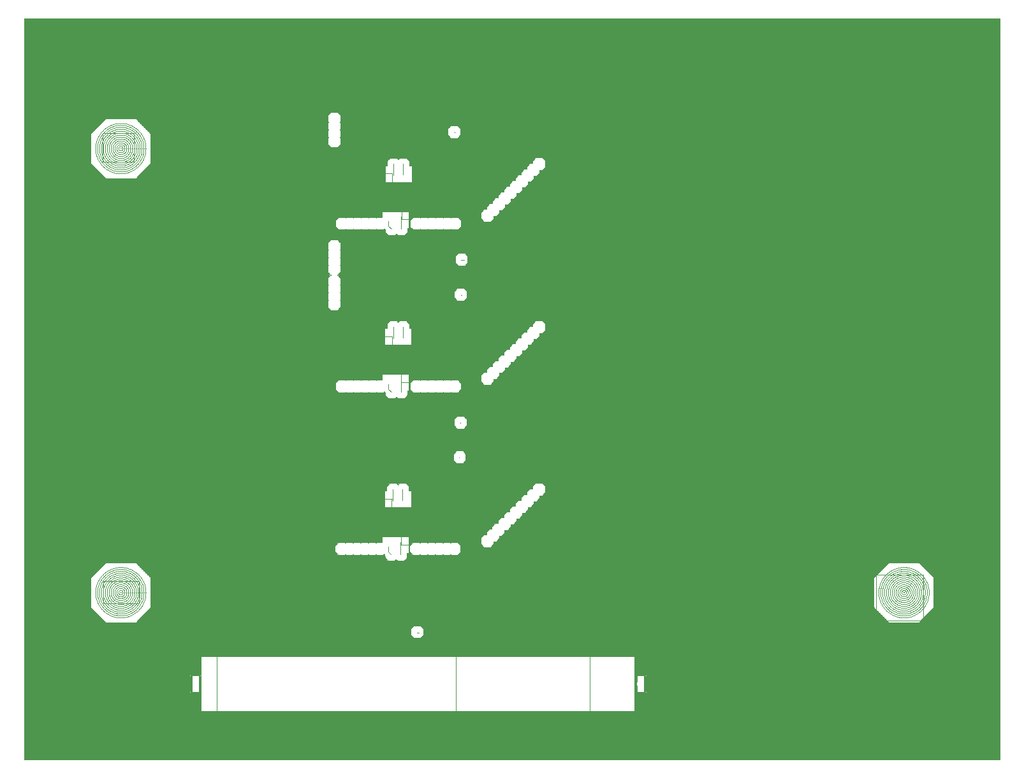
<source format=gbl>
*%FSLAX23Y23*%
*%MOIN*%
G01*
D12*
X7465Y6061D02*
Y9939D01*
X7464D02*
Y6061D01*
X7463D02*
Y9939D01*
X7462D02*
Y6061D01*
X7461D02*
Y9939D01*
X7460D02*
Y6061D01*
X7459D02*
Y9939D01*
X7458D02*
Y6061D01*
X7457D02*
Y9939D01*
X7456D02*
Y6061D01*
X7455D02*
Y9939D01*
X7454D02*
Y6061D01*
X7453D02*
Y9939D01*
X7452D02*
Y6061D01*
X7451D02*
Y9939D01*
X7450D02*
Y6061D01*
X7661D02*
Y9939D01*
X7660D02*
Y6061D01*
X7659D02*
Y9939D01*
X7658D02*
Y6061D01*
X7657D02*
Y9939D01*
X7656D02*
Y6061D01*
X7655D02*
Y9939D01*
X7654D02*
Y6061D01*
X7653D02*
Y9939D01*
X7652D02*
Y6061D01*
X7651D02*
Y9939D01*
X7650D02*
Y6061D01*
X7649D02*
Y9939D01*
X7648D02*
Y6061D01*
X7647D02*
Y9939D01*
X7646D02*
Y6061D01*
X7645D02*
Y9939D01*
X7644D02*
Y6061D01*
X7643D02*
Y9939D01*
X7642D02*
Y6061D01*
X7641D02*
Y9939D01*
X7640D02*
Y6061D01*
X7639D02*
Y9939D01*
X7638D02*
Y6061D01*
X7637D02*
Y9939D01*
X7636D02*
Y6061D01*
X7635D02*
Y9939D01*
X7634D02*
Y6061D01*
X7633D02*
Y9939D01*
X7632D02*
Y6061D01*
X7631D02*
Y9939D01*
X7630D02*
Y6061D01*
X7629D02*
Y9939D01*
X7628D02*
Y6061D01*
X7627D02*
Y9939D01*
X7626D02*
Y6061D01*
X7625D02*
Y9939D01*
X7624D02*
Y6061D01*
X7623D02*
Y9939D01*
X7622D02*
Y6061D01*
X7621D02*
Y9939D01*
X7620D02*
Y6061D01*
X7619D02*
Y9939D01*
X7618D02*
Y6061D01*
X7617D02*
Y9939D01*
X7616D02*
Y6061D01*
X7615D02*
Y9939D01*
X7614D02*
Y6061D01*
X7613D02*
Y9939D01*
X7612D02*
Y6061D01*
X7611D02*
Y9939D01*
X7610D02*
Y6061D01*
X7609D02*
Y9939D01*
X7608D02*
Y6061D01*
X7607D02*
Y9939D01*
X7606D02*
Y6061D01*
X7605D02*
Y9939D01*
X7604D02*
Y6061D01*
X7603D02*
Y9939D01*
X7602D02*
Y6061D01*
X7601D02*
Y9939D01*
X7600D02*
Y6061D01*
X7599D02*
Y9939D01*
X7598D02*
Y6061D01*
X7597D02*
Y9939D01*
X7596D02*
Y6061D01*
X7595D02*
Y9939D01*
X7594D02*
Y6061D01*
X7593D02*
Y9939D01*
X7592D02*
Y6061D01*
X7591D02*
Y9939D01*
X7590D02*
Y6061D01*
X7589D02*
Y9939D01*
X7588D02*
Y6061D01*
X7587D02*
Y9939D01*
X7586D02*
Y6061D01*
X7585D02*
Y9939D01*
X7584D02*
Y6061D01*
X7583D02*
Y9939D01*
X7582D02*
Y6061D01*
X7581D02*
Y9939D01*
X7580D02*
Y6061D01*
X7579D02*
Y9939D01*
X7578D02*
Y6061D01*
X7577D02*
Y9939D01*
X7576D02*
Y6061D01*
X7575D02*
Y9939D01*
X7574D02*
Y6061D01*
X7573D02*
Y9939D01*
X7572D02*
Y6061D01*
X7571D02*
Y9939D01*
X7570D02*
Y6061D01*
X7569D02*
Y9939D01*
X7568D02*
Y6061D01*
X7567D02*
Y9939D01*
X7566D02*
Y6061D01*
X7565D02*
Y9939D01*
X7564D02*
Y6061D01*
X7563D02*
Y9939D01*
X7562D02*
Y6061D01*
X7561D02*
Y9939D01*
X7560D02*
Y6061D01*
X7559D02*
Y9939D01*
X7558D02*
Y6061D01*
X7557D02*
Y9939D01*
X7556D02*
Y6061D01*
X7555D02*
Y9939D01*
X7554D02*
Y6061D01*
X7553D02*
Y9939D01*
X7552D02*
Y6061D01*
X7551D02*
Y9939D01*
X7550D02*
Y6061D01*
X7549D02*
Y9939D01*
X7548D02*
Y6061D01*
X7547D02*
Y9939D01*
X7546D02*
Y6061D01*
X7545D02*
Y9939D01*
X7544D02*
Y6061D01*
X7543D02*
Y9939D01*
X7542D02*
Y6061D01*
X7541D02*
Y9939D01*
X7540D02*
Y6061D01*
X7539D02*
Y9939D01*
X7538D02*
Y6061D01*
X7537D02*
Y9939D01*
X7536D02*
Y6061D01*
X7535D02*
Y9939D01*
X7534D02*
Y6061D01*
X7533D02*
Y9939D01*
X7532D02*
Y6061D01*
X7531D02*
Y9939D01*
X7530D02*
Y6061D01*
X7529D02*
Y9939D01*
X7528D02*
Y6061D01*
X7527D02*
Y9939D01*
X7526D02*
Y6061D01*
X7525D02*
Y9939D01*
X7524D02*
Y6061D01*
X7523D02*
Y9939D01*
X7522D02*
Y6061D01*
X7521D02*
Y9939D01*
X7520D02*
Y6061D01*
X7519D02*
Y9939D01*
X7518D02*
Y6061D01*
X7517D02*
Y9939D01*
X7516D02*
Y6061D01*
X7515D02*
Y9939D01*
X7514D02*
Y6061D01*
X7513D02*
Y9939D01*
X7512D02*
Y6061D01*
X7511D02*
Y9939D01*
X7510D02*
Y6061D01*
X7509D02*
Y9939D01*
X7508D02*
Y6061D01*
X7507D02*
Y9939D01*
X7506D02*
Y6061D01*
X7505D02*
Y9939D01*
X7504D02*
Y6061D01*
X7503D02*
Y9939D01*
X7502D02*
Y6061D01*
X7501D02*
Y9939D01*
X7500D02*
Y6061D01*
X7499D02*
Y9939D01*
X7498D02*
Y6061D01*
X7497D02*
Y9939D01*
X7496D02*
Y6061D01*
X7495D02*
Y9939D01*
X7494D02*
Y6061D01*
X7493D02*
Y9939D01*
X7492D02*
Y6061D01*
X7491D02*
Y9939D01*
X7490D02*
Y6061D01*
X7489D02*
Y9939D01*
X7488D02*
Y6061D01*
X7487D02*
Y9939D01*
X7486D02*
Y6061D01*
X7485D02*
Y9939D01*
X7484D02*
Y6061D01*
X7483D02*
Y9939D01*
X7482D02*
Y6061D01*
X7481D02*
Y9939D01*
X7480D02*
Y6061D01*
X7479D02*
Y9939D01*
X7478D02*
Y6061D01*
X7477D02*
Y9939D01*
X7476D02*
Y6061D01*
X7475D02*
Y9939D01*
X7474D02*
Y6061D01*
X7473D02*
Y9939D01*
X7472D02*
Y6061D01*
X7471D02*
Y9939D01*
X7470D02*
Y6061D01*
X7469D02*
Y9939D01*
X7468D02*
Y6061D01*
X7467D02*
Y9939D01*
X7466D02*
Y6061D01*
X7857D02*
Y6796D01*
Y7074D02*
Y9119D01*
Y9397D02*
Y9939D01*
X7856Y6797D02*
Y6061D01*
Y7073D02*
Y9120D01*
Y9396D02*
Y9939D01*
X7855Y6798D02*
Y6061D01*
Y7072D02*
Y9121D01*
Y9395D02*
Y9939D01*
X7854Y6799D02*
Y6061D01*
Y7071D02*
Y9122D01*
Y9394D02*
Y9939D01*
X7853Y6800D02*
Y6061D01*
Y7070D02*
Y9123D01*
Y9393D02*
Y9939D01*
X7852Y6801D02*
Y6061D01*
Y7069D02*
Y9124D01*
Y9392D02*
Y9939D01*
X7851Y6802D02*
Y6061D01*
Y7068D02*
Y9125D01*
Y9391D02*
Y9939D01*
X7850Y6803D02*
Y6061D01*
Y7067D02*
Y9126D01*
Y9390D02*
Y9939D01*
X7849Y6804D02*
Y6061D01*
Y7066D02*
Y9127D01*
Y9389D02*
Y9939D01*
X7848Y6805D02*
Y6061D01*
Y7065D02*
Y9128D01*
Y9388D02*
Y9939D01*
X7847Y6806D02*
Y6061D01*
Y7064D02*
Y9129D01*
Y9387D02*
Y9939D01*
X7846Y6807D02*
Y6061D01*
Y7063D02*
Y9130D01*
Y9386D02*
Y9939D01*
X7845Y6808D02*
Y6061D01*
Y7062D02*
Y9131D01*
Y9385D02*
Y9939D01*
X7844Y6809D02*
Y6061D01*
Y7061D02*
Y9132D01*
Y9384D02*
Y9939D01*
X7843Y6810D02*
Y6061D01*
Y7060D02*
Y9133D01*
Y9383D02*
Y9939D01*
X7842Y6811D02*
Y6061D01*
Y7059D02*
Y9134D01*
Y9382D02*
Y9939D01*
X7841Y6812D02*
Y6061D01*
Y7058D02*
Y9135D01*
Y9381D02*
Y9939D01*
X7840Y6813D02*
Y6061D01*
Y7057D02*
Y9136D01*
Y9380D02*
Y9939D01*
X7839Y6814D02*
Y6061D01*
Y7056D02*
Y9137D01*
Y9379D02*
Y9939D01*
X7838Y6815D02*
Y6061D01*
Y7055D02*
Y9138D01*
Y9378D02*
Y9939D01*
X7837Y6816D02*
Y6061D01*
Y7054D02*
Y9139D01*
Y9377D02*
Y9939D01*
X7836Y6817D02*
Y6061D01*
Y7053D02*
Y9140D01*
Y9376D02*
Y9939D01*
X7835Y6818D02*
Y6061D01*
Y7052D02*
Y9141D01*
Y9375D02*
Y9939D01*
X7834Y6819D02*
Y6061D01*
Y7051D02*
Y9142D01*
Y9374D02*
Y9939D01*
X7833Y6820D02*
Y6061D01*
Y7050D02*
Y9143D01*
Y9373D02*
Y9939D01*
X7832Y6821D02*
Y6061D01*
Y7049D02*
Y9144D01*
Y9372D02*
Y9939D01*
X7831Y6822D02*
Y6061D01*
Y7048D02*
Y9145D01*
Y9371D02*
Y9939D01*
X7830Y6823D02*
Y6061D01*
Y7047D02*
Y9146D01*
Y9370D02*
Y9939D01*
X7829Y6824D02*
Y6061D01*
Y7046D02*
Y9147D01*
Y9369D02*
Y9939D01*
X7828Y6825D02*
Y6061D01*
Y7045D02*
Y9148D01*
Y9368D02*
Y9939D01*
X7827Y6826D02*
Y6061D01*
Y7044D02*
Y9149D01*
Y9367D02*
Y9939D01*
X7826Y6827D02*
Y6061D01*
Y7043D02*
Y9150D01*
Y9366D02*
Y9939D01*
X7825Y6828D02*
Y6061D01*
Y7042D02*
Y9151D01*
Y9365D02*
Y9939D01*
X7824Y6829D02*
Y6061D01*
Y7041D02*
Y9152D01*
Y9364D02*
Y9939D01*
X7823Y6830D02*
Y6061D01*
Y7040D02*
Y9153D01*
Y9363D02*
Y9939D01*
X7822Y6831D02*
Y6061D01*
Y7039D02*
Y9154D01*
Y9362D02*
Y9939D01*
X7821Y6832D02*
Y6061D01*
Y7038D02*
Y9155D01*
Y9361D02*
Y9939D01*
X7820Y6833D02*
Y6061D01*
Y7037D02*
Y9156D01*
Y9360D02*
Y9939D01*
X7819Y6834D02*
Y6061D01*
Y7036D02*
Y9157D01*
Y9359D02*
Y9939D01*
X7818Y6835D02*
Y6061D01*
Y7035D02*
Y9158D01*
Y9358D02*
Y9939D01*
X7817Y6836D02*
Y6061D01*
Y7034D02*
Y9159D01*
Y9357D02*
Y9939D01*
X7816Y6837D02*
Y6061D01*
Y7033D02*
Y9160D01*
Y9356D02*
Y9939D01*
X7815Y6838D02*
Y6061D01*
Y7032D02*
Y9161D01*
Y9355D02*
Y9939D01*
X7814Y6839D02*
Y6061D01*
Y7031D02*
Y9162D01*
Y9354D02*
Y9939D01*
X7813Y6840D02*
Y6061D01*
Y7030D02*
Y9163D01*
Y9353D02*
Y9939D01*
X7812Y6841D02*
Y6061D01*
Y7029D02*
Y9164D01*
Y9352D02*
Y9939D01*
X7811Y6842D02*
Y6061D01*
Y7028D02*
Y9165D01*
Y9351D02*
Y9939D01*
X7810Y6843D02*
Y6061D01*
Y7027D02*
Y9166D01*
Y9350D02*
Y9939D01*
X7809Y6844D02*
Y6061D01*
Y7026D02*
Y9167D01*
Y9349D02*
Y9939D01*
X7808Y6845D02*
Y6061D01*
Y7025D02*
Y9168D01*
Y9348D02*
Y9939D01*
X7807Y6846D02*
Y6061D01*
Y7024D02*
Y9169D01*
Y9347D02*
Y9939D01*
X7806Y6847D02*
Y6061D01*
Y7023D02*
Y9170D01*
Y9346D02*
Y9939D01*
X7805Y6848D02*
Y6061D01*
Y7022D02*
Y9171D01*
Y9345D02*
Y9939D01*
X7804Y6849D02*
Y6061D01*
Y7021D02*
Y9172D01*
Y9344D02*
Y9939D01*
X7803Y6850D02*
Y6061D01*
Y7020D02*
Y9173D01*
Y9343D02*
Y9939D01*
X7802Y6851D02*
Y6061D01*
Y7019D02*
Y9174D01*
Y9342D02*
Y9939D01*
X7801Y6852D02*
Y6061D01*
Y7018D02*
Y9175D01*
Y9341D02*
Y9939D01*
X7800Y6853D02*
Y6061D01*
Y7017D02*
Y9176D01*
Y9340D02*
Y9939D01*
X7799Y6854D02*
Y6061D01*
Y7016D02*
Y9177D01*
Y9339D02*
Y9939D01*
X7798Y6855D02*
Y6061D01*
Y7015D02*
Y9178D01*
Y9338D02*
Y9939D01*
X7797Y6856D02*
Y6061D01*
Y7014D02*
Y9179D01*
Y9337D02*
Y9939D01*
X7796D02*
Y6061D01*
X7795D02*
Y9939D01*
X7794D02*
Y6061D01*
X7793D02*
Y9939D01*
X7792D02*
Y6061D01*
X7791D02*
Y9939D01*
X7790D02*
Y6061D01*
X7789D02*
Y9939D01*
X7788D02*
Y6061D01*
X7787D02*
Y9939D01*
X7786D02*
Y6061D01*
X7785D02*
Y9939D01*
X7784D02*
Y6061D01*
X7783D02*
Y9939D01*
X7782D02*
Y6061D01*
X7781D02*
Y9939D01*
X7780D02*
Y6061D01*
X7779D02*
Y9939D01*
X7778D02*
Y6061D01*
X7777D02*
Y9939D01*
X7776D02*
Y6061D01*
X7775D02*
Y9939D01*
X7774D02*
Y6061D01*
X7773D02*
Y9939D01*
X7772D02*
Y6061D01*
X7771D02*
Y9939D01*
X7770D02*
Y6061D01*
X7769D02*
Y9939D01*
X7768D02*
Y6061D01*
X7767D02*
Y9939D01*
X7766D02*
Y6061D01*
X7765D02*
Y9939D01*
X7764D02*
Y6061D01*
X7763D02*
Y9939D01*
X7762D02*
Y6061D01*
X7761D02*
Y9939D01*
X7760D02*
Y6061D01*
X7759D02*
Y9939D01*
X7758D02*
Y6061D01*
X7757D02*
Y9939D01*
X7756D02*
Y6061D01*
X7755D02*
Y9939D01*
X7754D02*
Y6061D01*
X7753D02*
Y9939D01*
X7752D02*
Y6061D01*
X7751D02*
Y9939D01*
X7750D02*
Y6061D01*
X7749D02*
Y9939D01*
X7748D02*
Y6061D01*
X7747D02*
Y9939D01*
X7746D02*
Y6061D01*
X7745D02*
Y9939D01*
X7744D02*
Y6061D01*
X7743D02*
Y9939D01*
X7742D02*
Y6061D01*
X7741D02*
Y9939D01*
X7740D02*
Y6061D01*
X7739D02*
Y9939D01*
X7738D02*
Y6061D01*
X7737D02*
Y9939D01*
X7736D02*
Y6061D01*
X7735D02*
Y9939D01*
X7734D02*
Y6061D01*
X7733D02*
Y9939D01*
X7732D02*
Y6061D01*
X7731D02*
Y9939D01*
X7730D02*
Y6061D01*
X7729D02*
Y9939D01*
X7728D02*
Y6061D01*
X7727D02*
Y9939D01*
X7726D02*
Y6061D01*
X7725D02*
Y9939D01*
X7724D02*
Y6061D01*
X7723D02*
Y9939D01*
X7722D02*
Y6061D01*
X7721D02*
Y9939D01*
X7720D02*
Y6061D01*
X7719D02*
Y9939D01*
X7718D02*
Y6061D01*
X7717D02*
Y9939D01*
X7716D02*
Y6061D01*
X7715D02*
Y9939D01*
X7714D02*
Y6061D01*
X7713D02*
Y9939D01*
X7712D02*
Y6061D01*
X7711D02*
Y9939D01*
X7710D02*
Y6061D01*
X7709D02*
Y9939D01*
X7708D02*
Y6061D01*
X7707D02*
Y9939D01*
X7706D02*
Y6061D01*
X7705D02*
Y9939D01*
X7704D02*
Y6061D01*
X7703D02*
Y9939D01*
X7702D02*
Y6061D01*
X7701D02*
Y9939D01*
X7700D02*
Y6061D01*
X7699D02*
Y9939D01*
X7698D02*
Y6061D01*
X7697D02*
Y9939D01*
X7696D02*
Y6061D01*
X7695D02*
Y9939D01*
X7694D02*
Y6061D01*
X7693D02*
Y9939D01*
X7692D02*
Y6061D01*
X7691D02*
Y9939D01*
X7690D02*
Y6061D01*
X7689D02*
Y9939D01*
X7688D02*
Y6061D01*
X7687D02*
Y9939D01*
X7686D02*
Y6061D01*
X7685D02*
Y9939D01*
X7684D02*
Y6061D01*
X7683D02*
Y9939D01*
X7682D02*
Y6061D01*
X7681D02*
Y9939D01*
X7680D02*
Y6061D01*
X7679D02*
Y9939D01*
X7678D02*
Y6061D01*
X7677D02*
Y9939D01*
X7676D02*
Y6061D01*
X7675D02*
Y9939D01*
X7674D02*
Y6061D01*
X7673D02*
Y9939D01*
X7672D02*
Y6061D01*
X7671D02*
Y9939D01*
X7670D02*
Y6061D01*
X7669D02*
Y9939D01*
X7668D02*
Y6061D01*
X7667D02*
Y9939D01*
X7666D02*
Y6061D01*
X7665D02*
Y9939D01*
X7664D02*
Y6061D01*
X7663D02*
Y9939D01*
X7662D02*
Y6061D01*
X7796Y9180D02*
Y9336D01*
Y7013D02*
Y6857D01*
Y9336D02*
X7875Y9414D01*
X7796Y9180D02*
X7875Y9102D01*
Y7092D02*
X7796Y7013D01*
Y6857D02*
X7875Y6778D01*
X8052Y6799D02*
Y6061D01*
Y7071D02*
Y9122D01*
Y9394D02*
Y9939D01*
X8051Y6798D02*
Y6061D01*
Y7072D02*
Y9121D01*
Y9395D02*
Y9939D01*
X8050Y6797D02*
Y6061D01*
Y7073D02*
Y9120D01*
Y9396D02*
Y9939D01*
X8049Y6796D02*
Y6061D01*
Y7074D02*
Y9119D01*
Y9397D02*
Y9939D01*
X8048Y6795D02*
Y6061D01*
Y7075D02*
Y9118D01*
Y9398D02*
Y9939D01*
X8047Y6794D02*
Y6061D01*
Y7076D02*
Y9117D01*
Y9399D02*
Y9939D01*
X8046Y6793D02*
Y6061D01*
Y7077D02*
Y9116D01*
Y9400D02*
Y9939D01*
X8045Y6778D02*
Y6061D01*
Y6778D02*
Y6792D01*
Y7078D02*
Y7092D01*
Y9102D01*
Y9115D01*
Y9401D02*
Y9414D01*
Y9939D01*
X8044Y6778D02*
Y6061D01*
Y6778D02*
Y6791D01*
Y7079D02*
Y7092D01*
Y9102D01*
Y9114D01*
Y9402D02*
Y9414D01*
Y9939D01*
X8043Y6778D02*
Y6061D01*
Y6778D02*
Y6790D01*
Y7080D02*
Y7092D01*
Y9102D01*
Y9113D01*
Y9403D02*
Y9414D01*
Y9939D01*
X8042Y6778D02*
Y6061D01*
Y6778D02*
Y6789D01*
Y7081D02*
Y7092D01*
Y9102D01*
Y9112D01*
Y9404D02*
Y9414D01*
Y9939D01*
X8041Y6778D02*
Y6061D01*
Y6778D02*
Y6788D01*
Y7082D02*
Y7092D01*
Y9102D01*
Y9111D01*
Y9405D02*
Y9414D01*
Y9939D01*
X8040Y6778D02*
Y6061D01*
Y6778D02*
Y6787D01*
Y7083D02*
Y7092D01*
Y9102D01*
Y9110D01*
Y9406D02*
Y9414D01*
Y9939D01*
X8039Y6778D02*
Y6061D01*
Y6778D02*
Y6786D01*
Y7084D02*
Y7092D01*
Y9102D01*
Y9109D01*
Y9407D02*
Y9414D01*
Y9939D01*
X8038Y6778D02*
Y6061D01*
Y6778D02*
Y6785D01*
Y7085D02*
Y7092D01*
Y9102D01*
Y9108D01*
Y9408D02*
Y9414D01*
Y9939D01*
X8037Y6778D02*
Y6061D01*
Y7092D02*
Y9102D01*
Y9414D02*
Y9939D01*
X8036Y6778D02*
Y6061D01*
Y7092D02*
Y9102D01*
Y9414D02*
Y9939D01*
X8035Y6778D02*
Y6061D01*
Y7092D02*
Y9102D01*
Y9414D02*
Y9939D01*
X8034Y6778D02*
Y6061D01*
Y7092D02*
Y9102D01*
Y9414D02*
Y9939D01*
X8033Y6778D02*
Y6061D01*
Y7092D02*
Y9102D01*
Y9414D02*
Y9939D01*
X8032Y6778D02*
Y6061D01*
Y7092D02*
Y9102D01*
Y9414D02*
Y9939D01*
X8031Y6778D02*
Y6061D01*
Y7092D02*
Y9102D01*
Y9414D02*
Y9939D01*
X8030Y6778D02*
Y6061D01*
Y7092D02*
Y9102D01*
Y9414D02*
Y9939D01*
X8029Y6778D02*
Y6061D01*
Y7092D02*
Y9102D01*
Y9414D02*
Y9939D01*
X8028Y6778D02*
Y6061D01*
Y7092D02*
Y9102D01*
Y9414D02*
Y9939D01*
X8027Y6778D02*
Y6061D01*
Y7092D02*
Y9102D01*
Y9414D02*
Y9939D01*
X8026Y6778D02*
Y6061D01*
Y7092D02*
Y9102D01*
Y9414D02*
Y9939D01*
X8025Y6778D02*
Y6061D01*
Y7092D02*
Y9102D01*
Y9414D02*
Y9939D01*
X8024Y6778D02*
Y6061D01*
Y7092D02*
Y9102D01*
Y9414D02*
Y9939D01*
X8023Y6778D02*
Y6061D01*
Y7092D02*
Y9102D01*
Y9414D02*
Y9939D01*
X8022Y6778D02*
Y6061D01*
Y7092D02*
Y9102D01*
Y9414D02*
Y9939D01*
X8021Y6778D02*
Y6061D01*
Y7092D02*
Y9102D01*
Y9414D02*
Y9939D01*
X8020Y6778D02*
Y6061D01*
Y7092D02*
Y9102D01*
Y9414D02*
Y9939D01*
X8019Y6778D02*
Y6061D01*
Y7092D02*
Y9102D01*
Y9414D02*
Y9939D01*
X8018Y6778D02*
Y6061D01*
Y7092D02*
Y9102D01*
Y9414D02*
Y9939D01*
X8017Y6778D02*
Y6061D01*
Y7092D02*
Y9102D01*
Y9414D02*
Y9939D01*
X8016Y6778D02*
Y6061D01*
Y7092D02*
Y9102D01*
Y9414D02*
Y9939D01*
X8015Y6778D02*
Y6061D01*
Y7092D02*
Y9102D01*
Y9414D02*
Y9939D01*
X8014Y6778D02*
Y6061D01*
Y7092D02*
Y9102D01*
Y9414D02*
Y9939D01*
X8013Y6778D02*
Y6061D01*
Y7092D02*
Y9102D01*
Y9414D02*
Y9939D01*
X8012Y6778D02*
Y6061D01*
Y7092D02*
Y9102D01*
Y9414D02*
Y9939D01*
X8011Y6778D02*
Y6061D01*
Y7092D02*
Y9102D01*
Y9414D02*
Y9939D01*
X8010Y6778D02*
Y6061D01*
Y7092D02*
Y9102D01*
Y9414D02*
Y9939D01*
X8009Y6778D02*
Y6061D01*
Y7092D02*
Y9102D01*
Y9414D02*
Y9939D01*
X8008Y6778D02*
Y6061D01*
Y7092D02*
Y9102D01*
Y9414D02*
Y9939D01*
X8007Y6778D02*
Y6061D01*
Y7092D02*
Y9102D01*
Y9414D02*
Y9939D01*
X8006Y6778D02*
Y6061D01*
Y7092D02*
Y9102D01*
Y9414D02*
Y9939D01*
X8005Y6778D02*
Y6061D01*
Y7092D02*
Y9102D01*
Y9414D02*
Y9939D01*
X8004Y6778D02*
Y6061D01*
Y7092D02*
Y9102D01*
Y9414D02*
Y9939D01*
X8003Y6778D02*
Y6061D01*
Y7092D02*
Y9102D01*
Y9414D02*
Y9939D01*
X8002Y6778D02*
Y6061D01*
Y7092D02*
Y9102D01*
Y9414D02*
Y9939D01*
X8001Y6778D02*
Y6061D01*
Y7092D02*
Y9102D01*
Y9414D02*
Y9939D01*
X8000Y6778D02*
Y6061D01*
Y7092D02*
Y9102D01*
Y9414D02*
Y9939D01*
X7999Y6778D02*
Y6061D01*
Y7092D02*
Y9102D01*
Y9414D02*
Y9939D01*
X7998Y6778D02*
Y6061D01*
Y7092D02*
Y9102D01*
Y9414D02*
Y9939D01*
X7997Y6778D02*
Y6061D01*
Y7092D02*
Y9102D01*
Y9414D02*
Y9939D01*
X7996Y6778D02*
Y6061D01*
Y7092D02*
Y9102D01*
Y9414D02*
Y9939D01*
X7995Y6778D02*
Y6061D01*
Y7092D02*
Y9102D01*
Y9414D02*
Y9939D01*
X7994Y6778D02*
Y6061D01*
Y7092D02*
Y9102D01*
Y9414D02*
Y9939D01*
X7993Y6778D02*
Y6061D01*
Y7092D02*
Y9102D01*
Y9414D02*
Y9939D01*
X7992Y6778D02*
Y6061D01*
Y7092D02*
Y9102D01*
Y9414D02*
Y9939D01*
X7991Y6778D02*
Y6061D01*
Y7092D02*
Y9102D01*
Y9414D02*
Y9939D01*
X7990Y6778D02*
Y6061D01*
Y7092D02*
Y9102D01*
Y9414D02*
Y9939D01*
X7989Y6778D02*
Y6061D01*
Y7092D02*
Y9102D01*
Y9414D02*
Y9939D01*
X7988Y6778D02*
Y6061D01*
Y7092D02*
Y9102D01*
Y9414D02*
Y9939D01*
X7987Y6778D02*
Y6061D01*
Y7092D02*
Y9102D01*
Y9414D02*
Y9939D01*
X7986Y6778D02*
Y6061D01*
Y7092D02*
Y9102D01*
Y9414D02*
Y9939D01*
X7985Y6778D02*
Y6061D01*
Y7092D02*
Y9102D01*
Y9414D02*
Y9939D01*
X7984Y6778D02*
Y6061D01*
Y7092D02*
Y9102D01*
Y9414D02*
Y9939D01*
X7983Y6778D02*
Y6061D01*
Y7092D02*
Y9102D01*
Y9414D02*
Y9939D01*
X7982Y6778D02*
Y6061D01*
Y7092D02*
Y9102D01*
Y9414D02*
Y9939D01*
X7981Y6778D02*
Y6061D01*
Y7092D02*
Y9102D01*
Y9414D02*
Y9939D01*
X7980Y6778D02*
Y6061D01*
Y7092D02*
Y9102D01*
Y9414D02*
Y9939D01*
X7979Y6778D02*
Y6061D01*
Y7092D02*
Y9102D01*
Y9414D02*
Y9939D01*
X7978Y6778D02*
Y6061D01*
Y7092D02*
Y9102D01*
Y9414D02*
Y9939D01*
X7977Y6778D02*
Y6061D01*
Y7092D02*
Y9102D01*
Y9414D02*
Y9939D01*
X7976Y6778D02*
Y6061D01*
Y7092D02*
Y9102D01*
Y9414D02*
Y9939D01*
X7975Y6778D02*
Y6061D01*
Y7092D02*
Y9102D01*
Y9414D02*
Y9939D01*
X7974Y6778D02*
Y6061D01*
Y7092D02*
Y9102D01*
Y9414D02*
Y9939D01*
X7973Y6778D02*
Y6061D01*
Y7092D02*
Y9102D01*
Y9414D02*
Y9939D01*
X7972Y6778D02*
Y6061D01*
Y7092D02*
Y9102D01*
Y9414D02*
Y9939D01*
X7971Y6778D02*
Y6061D01*
Y7092D02*
Y9102D01*
Y9414D02*
Y9939D01*
X7970Y6778D02*
Y6061D01*
Y7092D02*
Y9102D01*
Y9414D02*
Y9939D01*
X7969Y6778D02*
Y6061D01*
Y7092D02*
Y9102D01*
Y9414D02*
Y9939D01*
X7968Y6778D02*
Y6061D01*
Y7092D02*
Y9102D01*
Y9414D02*
Y9939D01*
X7967Y6778D02*
Y6061D01*
Y7092D02*
Y9102D01*
Y9414D02*
Y9939D01*
X7966Y6778D02*
Y6061D01*
Y7092D02*
Y9102D01*
Y9414D02*
Y9939D01*
X7965Y6778D02*
Y6061D01*
Y7092D02*
Y9102D01*
Y9414D02*
Y9939D01*
X7964Y6778D02*
Y6061D01*
Y7092D02*
Y9102D01*
Y9414D02*
Y9939D01*
X7963Y6778D02*
Y6061D01*
Y7092D02*
Y9102D01*
Y9414D02*
Y9939D01*
X7962Y6778D02*
Y6061D01*
Y7092D02*
Y9102D01*
Y9414D02*
Y9939D01*
X7961Y6778D02*
Y6061D01*
Y7092D02*
Y9102D01*
Y9414D02*
Y9939D01*
X7960Y6778D02*
Y6061D01*
Y7092D02*
Y9102D01*
Y9414D02*
Y9939D01*
X7959Y6778D02*
Y6061D01*
Y7092D02*
Y9102D01*
Y9414D02*
Y9939D01*
X7958Y6778D02*
Y6061D01*
Y7092D02*
Y9102D01*
Y9414D02*
Y9939D01*
X7957Y6778D02*
Y6061D01*
Y7092D02*
Y9102D01*
Y9414D02*
Y9939D01*
X7956Y6778D02*
Y6061D01*
Y7092D02*
Y9102D01*
Y9414D02*
Y9939D01*
X7955Y6778D02*
Y6061D01*
Y7092D02*
Y9102D01*
Y9414D02*
Y9939D01*
X7954Y6778D02*
Y6061D01*
Y7092D02*
Y9102D01*
Y9414D02*
Y9939D01*
X7953Y6778D02*
Y6061D01*
Y7092D02*
Y9102D01*
Y9414D02*
Y9939D01*
X7952Y6778D02*
Y6061D01*
Y7092D02*
Y9102D01*
Y9414D02*
Y9939D01*
X7951Y6778D02*
Y6061D01*
Y7092D02*
Y9102D01*
Y9414D02*
Y9939D01*
X7950Y6778D02*
Y6061D01*
Y7092D02*
Y9102D01*
Y9414D02*
Y9939D01*
X7949Y6778D02*
Y6061D01*
Y7092D02*
Y9102D01*
Y9414D02*
Y9939D01*
X7948Y6778D02*
Y6061D01*
Y7092D02*
Y9102D01*
Y9414D02*
Y9939D01*
X7947Y6778D02*
Y6061D01*
Y7092D02*
Y9102D01*
Y9414D02*
Y9939D01*
X7946Y6778D02*
Y6061D01*
Y7092D02*
Y9102D01*
Y9414D02*
Y9939D01*
X7945Y6778D02*
Y6061D01*
Y7092D02*
Y9102D01*
Y9414D02*
Y9939D01*
X7944Y6778D02*
Y6061D01*
Y7092D02*
Y9102D01*
Y9414D02*
Y9939D01*
X7943Y6778D02*
Y6061D01*
Y7092D02*
Y9102D01*
Y9414D02*
Y9939D01*
X7942Y6778D02*
Y6061D01*
Y7092D02*
Y9102D01*
Y9414D02*
Y9939D01*
X7941Y6778D02*
Y6061D01*
Y7092D02*
Y9102D01*
Y9414D02*
Y9939D01*
X7940Y6778D02*
Y6061D01*
Y7092D02*
Y9102D01*
Y9414D02*
Y9939D01*
X7939Y6778D02*
Y6061D01*
Y7092D02*
Y9102D01*
Y9414D02*
Y9939D01*
X7938Y6778D02*
Y6061D01*
Y7092D02*
Y9102D01*
Y9414D02*
Y9939D01*
X7937Y6778D02*
Y6061D01*
Y7092D02*
Y9102D01*
Y9414D02*
Y9939D01*
X7936Y6778D02*
Y6061D01*
Y7092D02*
Y9102D01*
Y9414D02*
Y9939D01*
X7935Y6778D02*
Y6061D01*
Y7092D02*
Y9102D01*
Y9414D02*
Y9939D01*
X7934Y6778D02*
Y6061D01*
Y7092D02*
Y9102D01*
Y9414D02*
Y9939D01*
X7933Y6778D02*
Y6061D01*
Y7092D02*
Y9102D01*
Y9414D02*
Y9939D01*
X7932Y6778D02*
Y6061D01*
Y7092D02*
Y9102D01*
Y9414D02*
Y9939D01*
X7931Y6778D02*
Y6061D01*
Y7092D02*
Y9102D01*
Y9414D02*
Y9939D01*
X7930Y6778D02*
Y6061D01*
Y7092D02*
Y9102D01*
Y9414D02*
Y9939D01*
X7929Y6778D02*
Y6061D01*
Y7092D02*
Y9102D01*
Y9414D02*
Y9939D01*
X7928Y6778D02*
Y6061D01*
Y7092D02*
Y9102D01*
Y9414D02*
Y9939D01*
X7927Y6778D02*
Y6061D01*
Y7092D02*
Y9102D01*
Y9414D02*
Y9939D01*
X7926Y6778D02*
Y6061D01*
Y7092D02*
Y9102D01*
Y9414D02*
Y9939D01*
X7925Y6778D02*
Y6061D01*
Y7092D02*
Y9102D01*
Y9414D02*
Y9939D01*
X7924Y6778D02*
Y6061D01*
Y7092D02*
Y9102D01*
Y9414D02*
Y9939D01*
X7923Y6778D02*
Y6061D01*
Y7092D02*
Y9102D01*
Y9414D02*
Y9939D01*
X7922Y6778D02*
Y6061D01*
Y7092D02*
Y9102D01*
Y9414D02*
Y9939D01*
X7921Y6778D02*
Y6061D01*
Y7092D02*
Y9102D01*
Y9414D02*
Y9939D01*
X7920Y6778D02*
Y6061D01*
Y7092D02*
Y9102D01*
Y9414D02*
Y9939D01*
X7919Y6778D02*
Y6061D01*
Y7092D02*
Y9102D01*
Y9414D02*
Y9939D01*
X7918Y6778D02*
Y6061D01*
Y7092D02*
Y9102D01*
Y9414D02*
Y9939D01*
X7917Y6778D02*
Y6061D01*
Y7092D02*
Y9102D01*
Y9414D02*
Y9939D01*
X7916Y6778D02*
Y6061D01*
Y7092D02*
Y9102D01*
Y9414D02*
Y9939D01*
X7915Y6778D02*
Y6061D01*
Y7092D02*
Y9102D01*
Y9414D02*
Y9939D01*
X7914Y6778D02*
Y6061D01*
Y7092D02*
Y9102D01*
Y9414D02*
Y9939D01*
X7913Y6778D02*
Y6061D01*
Y7092D02*
Y9102D01*
Y9414D02*
Y9939D01*
X7912Y6778D02*
Y6061D01*
Y7092D02*
Y9102D01*
Y9414D02*
Y9939D01*
X7911Y6778D02*
Y6061D01*
Y7092D02*
Y9102D01*
Y9414D02*
Y9939D01*
X7910Y6778D02*
Y6061D01*
Y7092D02*
Y9102D01*
Y9414D02*
Y9939D01*
X7909Y6778D02*
Y6061D01*
Y7092D02*
Y9102D01*
Y9414D02*
Y9939D01*
X7908Y6778D02*
Y6061D01*
Y7092D02*
Y9102D01*
Y9414D02*
Y9939D01*
X7907Y6778D02*
Y6061D01*
Y7092D02*
Y9102D01*
Y9414D02*
Y9939D01*
X7906Y6778D02*
Y6061D01*
Y7092D02*
Y9102D01*
Y9414D02*
Y9939D01*
X7905Y6778D02*
Y6061D01*
Y7092D02*
Y9102D01*
Y9414D02*
Y9939D01*
X7904Y6778D02*
Y6061D01*
Y7092D02*
Y9102D01*
Y9414D02*
Y9939D01*
X7903Y6778D02*
Y6061D01*
Y7092D02*
Y9102D01*
Y9414D02*
Y9939D01*
X7902Y6778D02*
Y6061D01*
Y7092D02*
Y9102D01*
Y9414D02*
Y9939D01*
X7901Y6778D02*
Y6061D01*
Y7092D02*
Y9102D01*
Y9414D02*
Y9939D01*
X7900Y6778D02*
Y6061D01*
Y7092D02*
Y9102D01*
Y9414D02*
Y9939D01*
X7899Y6778D02*
Y6061D01*
Y7092D02*
Y9102D01*
Y9414D02*
Y9939D01*
X7898Y6778D02*
Y6061D01*
Y7092D02*
Y9102D01*
Y9414D02*
Y9939D01*
X7897Y6778D02*
Y6061D01*
Y7092D02*
Y9102D01*
Y9414D02*
Y9939D01*
X7896Y6778D02*
Y6061D01*
Y7092D02*
Y9102D01*
Y9414D02*
Y9939D01*
X7895Y6778D02*
Y6061D01*
Y7092D02*
Y9102D01*
Y9414D02*
Y9939D01*
X7894Y6778D02*
Y6061D01*
Y7092D02*
Y9102D01*
Y9414D02*
Y9939D01*
X7893Y6778D02*
Y6061D01*
Y7092D02*
Y9102D01*
Y9414D02*
Y9939D01*
X7892Y6778D02*
Y6061D01*
Y7092D02*
Y9102D01*
Y9414D02*
Y9939D01*
X7891Y6778D02*
Y6061D01*
Y7092D02*
Y9102D01*
Y9414D02*
Y9939D01*
X7890Y6778D02*
Y6061D01*
Y7092D02*
Y9102D01*
Y9414D02*
Y9939D01*
X7889Y6778D02*
Y6061D01*
Y7092D02*
Y9102D01*
Y9414D02*
Y9939D01*
X7888Y6778D02*
Y6061D01*
Y7092D02*
Y9102D01*
Y9414D02*
Y9939D01*
X7887Y6778D02*
Y6061D01*
Y7092D02*
Y9102D01*
Y9414D02*
Y9939D01*
X7886Y6778D02*
Y6061D01*
Y7092D02*
Y9102D01*
Y9414D02*
Y9939D01*
X7885Y6778D02*
Y6061D01*
Y7092D02*
Y9102D01*
Y9414D02*
Y9939D01*
X7884Y6778D02*
Y6061D01*
Y7092D02*
Y9102D01*
Y9414D02*
Y9939D01*
X7883Y6778D02*
Y6061D01*
Y7092D02*
Y9102D01*
Y9414D02*
Y9939D01*
X7882Y6778D02*
Y6061D01*
Y7092D02*
Y9102D01*
Y9414D02*
Y9939D01*
X7881Y6778D02*
Y6061D01*
Y7092D02*
Y9102D01*
Y9414D02*
Y9939D01*
X7880Y6778D02*
Y6061D01*
Y7092D02*
Y9102D01*
Y9414D02*
Y9939D01*
X7879Y6778D02*
Y6061D01*
Y7092D02*
Y9102D01*
Y9414D02*
Y9939D01*
X7878Y6778D02*
Y6061D01*
Y7092D02*
Y9102D01*
Y9414D02*
Y9939D01*
X7877Y6778D02*
Y6061D01*
Y7092D02*
Y9102D01*
Y9414D02*
Y9939D01*
X7876Y6778D02*
Y6061D01*
Y7092D02*
Y9102D01*
Y9414D02*
Y9939D01*
X7875Y6778D02*
Y6061D01*
Y7092D02*
Y9102D01*
Y9414D02*
Y9939D01*
X7874Y6778D02*
Y6061D01*
Y7092D02*
Y9102D01*
Y9414D02*
Y9939D01*
X7873Y6778D02*
Y6061D01*
Y7092D02*
Y9102D01*
Y9414D02*
Y9939D01*
X7872Y6778D02*
Y6061D01*
Y7092D02*
Y9102D01*
Y9414D02*
Y9939D01*
X7871Y6778D02*
Y6061D01*
Y7092D02*
Y9102D01*
Y9414D02*
Y9939D01*
X7870Y6778D02*
Y6061D01*
Y7092D02*
Y9102D01*
Y9414D02*
Y9939D01*
X7869Y6778D02*
Y6061D01*
Y7092D02*
Y9102D01*
Y9414D02*
Y9939D01*
X7868Y6778D02*
Y6061D01*
Y6778D02*
Y6785D01*
Y7085D02*
Y7092D01*
Y9102D01*
Y9108D01*
Y9408D02*
Y9414D01*
Y9939D01*
X7867Y6778D02*
Y6061D01*
Y6778D02*
Y6786D01*
Y7084D02*
Y7092D01*
Y9102D01*
Y9109D01*
Y9407D02*
Y9414D01*
Y9939D01*
X7866Y6778D02*
Y6061D01*
Y6778D02*
Y6787D01*
Y7083D02*
Y7092D01*
Y9102D01*
Y9110D01*
Y9406D02*
Y9414D01*
Y9939D01*
X7865Y6778D02*
Y6061D01*
Y6778D02*
Y6788D01*
Y7082D02*
Y7092D01*
Y9102D01*
Y9111D01*
Y9405D02*
Y9414D01*
Y9939D01*
X7864Y6778D02*
Y6061D01*
Y6778D02*
Y6789D01*
Y7081D02*
Y7092D01*
Y9102D01*
Y9112D01*
Y9404D02*
Y9414D01*
Y9939D01*
X7863Y6778D02*
Y6061D01*
Y6778D02*
Y6790D01*
Y7080D02*
Y7092D01*
Y9102D01*
Y9113D01*
Y9403D02*
Y9414D01*
Y9939D01*
X7862Y6778D02*
Y6061D01*
Y6778D02*
Y6791D01*
Y7079D02*
Y7092D01*
Y9102D01*
Y9114D01*
Y9402D02*
Y9414D01*
Y9939D01*
X7861Y6778D02*
Y6061D01*
Y6778D02*
Y6792D01*
Y7078D02*
Y7092D01*
Y9102D01*
Y9115D01*
Y9401D02*
Y9414D01*
Y9939D01*
X7860Y6793D02*
Y6061D01*
Y7077D02*
Y9116D01*
Y9400D02*
Y9939D01*
X7859Y6794D02*
Y6061D01*
Y7076D02*
Y9117D01*
Y9399D02*
Y9939D01*
X7858Y6795D02*
Y6061D01*
Y7075D02*
Y9118D01*
Y9398D02*
Y9939D01*
X8110Y9180D02*
X8031Y9102D01*
X8110Y9336D02*
X8031Y9414D01*
X8110Y6857D02*
X8031Y6778D01*
X8110Y7013D02*
X8031Y7092D01*
X8248Y6061D02*
Y9939D01*
X8247D02*
Y6061D01*
X8246D02*
Y9939D01*
X8245D02*
Y6061D01*
X8244D02*
Y9939D01*
X8243D02*
Y6061D01*
X8242D02*
Y9939D01*
X8241D02*
Y6061D01*
X8240D02*
Y9939D01*
X8239D02*
Y6061D01*
X8238D02*
Y9939D01*
X8237D02*
Y6061D01*
X8236D02*
Y9939D01*
X8235D02*
Y6061D01*
X8234D02*
Y9939D01*
X8233D02*
Y6061D01*
X8232D02*
Y9939D01*
X8231D02*
Y6061D01*
X8230D02*
Y9939D01*
X8229D02*
Y6061D01*
X8228D02*
Y9939D01*
X8227D02*
Y6061D01*
X8226D02*
Y9939D01*
X8225D02*
Y6061D01*
X8224D02*
Y9939D01*
X8223D02*
Y6061D01*
X8222D02*
Y9939D01*
X8221D02*
Y6061D01*
X8220D02*
Y9939D01*
X8219D02*
Y6061D01*
X8218D02*
Y9939D01*
X8217D02*
Y6061D01*
X8216D02*
Y9939D01*
X8215D02*
Y6061D01*
X8214D02*
Y9939D01*
X8213D02*
Y6061D01*
X8212D02*
Y9939D01*
X8211D02*
Y6061D01*
X8210D02*
Y9939D01*
X8209D02*
Y6061D01*
X8208D02*
Y9939D01*
X8207D02*
Y6061D01*
X8206D02*
Y9939D01*
X8205D02*
Y6061D01*
X8204D02*
Y9939D01*
X8203D02*
Y6061D01*
X8202D02*
Y9939D01*
X8201D02*
Y6061D01*
X8200D02*
Y9939D01*
X8199D02*
Y6061D01*
X8198D02*
Y9939D01*
X8197D02*
Y6061D01*
X8196D02*
Y9939D01*
X8195D02*
Y6061D01*
X8194D02*
Y9939D01*
X8193D02*
Y6061D01*
X8192D02*
Y9939D01*
X8191D02*
Y6061D01*
X8190D02*
Y9939D01*
X8189D02*
Y6061D01*
X8188D02*
Y9939D01*
X8187D02*
Y6061D01*
X8186D02*
Y9939D01*
X8185D02*
Y6061D01*
X8184D02*
Y9939D01*
X8183D02*
Y6061D01*
X8182D02*
Y9939D01*
X8181D02*
Y6061D01*
X8180D02*
Y9939D01*
X8179D02*
Y6061D01*
X8178D02*
Y9939D01*
X8177D02*
Y6061D01*
X8176D02*
Y9939D01*
X8175D02*
Y6061D01*
X8174D02*
Y9939D01*
X8173D02*
Y6061D01*
X8172D02*
Y9939D01*
X8171D02*
Y6061D01*
X8170D02*
Y9939D01*
X8169D02*
Y6061D01*
X8168D02*
Y9939D01*
X8167D02*
Y6061D01*
X8166D02*
Y9939D01*
X8165D02*
Y6061D01*
X8164D02*
Y9939D01*
X8163D02*
Y6061D01*
X8162D02*
Y9939D01*
X8161D02*
Y6061D01*
X8160D02*
Y9939D01*
X8159D02*
Y6061D01*
X8158D02*
Y9939D01*
X8157D02*
Y6061D01*
X8156D02*
Y9939D01*
X8155D02*
Y6061D01*
X8154D02*
Y9939D01*
X8153D02*
Y6061D01*
X8152D02*
Y9939D01*
X8151D02*
Y6061D01*
X8150D02*
Y9939D01*
X8149D02*
Y6061D01*
X8148D02*
Y9939D01*
X8147D02*
Y6061D01*
X8146D02*
Y9939D01*
X8145D02*
Y6061D01*
X8144D02*
Y9939D01*
X8143D02*
Y6061D01*
X8142D02*
Y9939D01*
X8141D02*
Y6061D01*
X8140D02*
Y9939D01*
X8139D02*
Y6061D01*
X8138D02*
Y9939D01*
X8137D02*
Y6061D01*
X8136D02*
Y9939D01*
X8135D02*
Y6061D01*
X8134D02*
Y9939D01*
X8133D02*
Y6061D01*
X8132D02*
Y9939D01*
X8131D02*
Y6061D01*
X8130D02*
Y9939D01*
X8129D02*
Y6061D01*
X8128D02*
Y9939D01*
X8127D02*
Y6061D01*
X8126D02*
Y9939D01*
X8125D02*
Y6061D01*
X8124D02*
Y9939D01*
X8123D02*
Y6061D01*
X8122D02*
Y9939D01*
X8121D02*
Y6061D01*
X8120D02*
Y9939D01*
X8119D02*
Y6061D01*
X8118D02*
Y9939D01*
X8117D02*
Y6061D01*
X8116D02*
Y9939D01*
X8115D02*
Y6061D01*
X8114D02*
Y9939D01*
X8113D02*
Y6061D01*
X8112D02*
Y9939D01*
X8111D02*
Y6061D01*
X8110D02*
Y9939D01*
X8109Y6856D02*
Y6061D01*
Y7014D02*
Y9179D01*
Y9337D02*
Y9939D01*
X8108Y6855D02*
Y6061D01*
Y7015D02*
Y9178D01*
Y9338D02*
Y9939D01*
X8107Y6854D02*
Y6061D01*
Y7016D02*
Y9177D01*
Y9339D02*
Y9939D01*
X8106Y6853D02*
Y6061D01*
Y7017D02*
Y9176D01*
Y9340D02*
Y9939D01*
X8105Y6852D02*
Y6061D01*
Y7018D02*
Y9175D01*
Y9341D02*
Y9939D01*
X8104Y6851D02*
Y6061D01*
Y7019D02*
Y9174D01*
Y9342D02*
Y9939D01*
X8103Y6850D02*
Y6061D01*
Y7020D02*
Y9173D01*
Y9343D02*
Y9939D01*
X8102Y6849D02*
Y6061D01*
Y7021D02*
Y9172D01*
Y9344D02*
Y9939D01*
X8101Y6848D02*
Y6061D01*
Y7022D02*
Y9171D01*
Y9345D02*
Y9939D01*
X8100Y6847D02*
Y6061D01*
Y7023D02*
Y9170D01*
Y9346D02*
Y9939D01*
X8099Y6846D02*
Y6061D01*
Y7024D02*
Y9169D01*
Y9347D02*
Y9939D01*
X8098Y6845D02*
Y6061D01*
Y7025D02*
Y9168D01*
Y9348D02*
Y9939D01*
X8097Y6844D02*
Y6061D01*
Y7026D02*
Y9167D01*
Y9349D02*
Y9939D01*
X8096Y6843D02*
Y6061D01*
Y7027D02*
Y9166D01*
Y9350D02*
Y9939D01*
X8095Y6842D02*
Y6061D01*
Y7028D02*
Y9165D01*
Y9351D02*
Y9939D01*
X8094Y6841D02*
Y6061D01*
Y7029D02*
Y9164D01*
Y9352D02*
Y9939D01*
X8093Y6840D02*
Y6061D01*
Y7030D02*
Y9163D01*
Y9353D02*
Y9939D01*
X8092Y6839D02*
Y6061D01*
Y7031D02*
Y9162D01*
Y9354D02*
Y9939D01*
X8091Y6838D02*
Y6061D01*
Y7032D02*
Y9161D01*
Y9355D02*
Y9939D01*
X8090Y6837D02*
Y6061D01*
Y7033D02*
Y9160D01*
Y9356D02*
Y9939D01*
X8089Y6836D02*
Y6061D01*
Y7034D02*
Y9159D01*
Y9357D02*
Y9939D01*
X8088Y6835D02*
Y6061D01*
Y7035D02*
Y9158D01*
Y9358D02*
Y9939D01*
X8087Y6834D02*
Y6061D01*
Y7036D02*
Y9157D01*
Y9359D02*
Y9939D01*
X8086Y6833D02*
Y6061D01*
Y7037D02*
Y9156D01*
Y9360D02*
Y9939D01*
X8085Y6832D02*
Y6061D01*
Y7038D02*
Y9155D01*
Y9361D02*
Y9939D01*
X8084Y6831D02*
Y6061D01*
Y7039D02*
Y9154D01*
Y9362D02*
Y9939D01*
X8083Y6830D02*
Y6061D01*
Y7040D02*
Y9153D01*
Y9363D02*
Y9939D01*
X8082Y6829D02*
Y6061D01*
Y7041D02*
Y9152D01*
Y9364D02*
Y9939D01*
X8081Y6828D02*
Y6061D01*
Y7042D02*
Y9151D01*
Y9365D02*
Y9939D01*
X8080Y6827D02*
Y6061D01*
Y7043D02*
Y9150D01*
Y9366D02*
Y9939D01*
X8079Y6826D02*
Y6061D01*
Y7044D02*
Y9149D01*
Y9367D02*
Y9939D01*
X8078Y6825D02*
Y6061D01*
Y7045D02*
Y9148D01*
Y9368D02*
Y9939D01*
X8077Y6824D02*
Y6061D01*
Y7046D02*
Y9147D01*
Y9369D02*
Y9939D01*
X8076Y6823D02*
Y6061D01*
Y7047D02*
Y9146D01*
Y9370D02*
Y9939D01*
X8075Y6822D02*
Y6061D01*
Y7048D02*
Y9145D01*
Y9371D02*
Y9939D01*
X8074Y6821D02*
Y6061D01*
Y7049D02*
Y9144D01*
Y9372D02*
Y9939D01*
X8073Y6820D02*
Y6061D01*
Y7050D02*
Y9143D01*
Y9373D02*
Y9939D01*
X8072Y6819D02*
Y6061D01*
Y7051D02*
Y9142D01*
Y9374D02*
Y9939D01*
X8071Y6818D02*
Y6061D01*
Y7052D02*
Y9141D01*
Y9375D02*
Y9939D01*
X8070Y6817D02*
Y6061D01*
Y7053D02*
Y9140D01*
Y9376D02*
Y9939D01*
X8069Y6816D02*
Y6061D01*
Y7054D02*
Y9139D01*
Y9377D02*
Y9939D01*
X8068Y6815D02*
Y6061D01*
Y7055D02*
Y9138D01*
Y9378D02*
Y9939D01*
X8067Y6814D02*
Y6061D01*
Y7056D02*
Y9137D01*
Y9379D02*
Y9939D01*
X8066Y6813D02*
Y6061D01*
Y7057D02*
Y9136D01*
Y9380D02*
Y9939D01*
X8065Y6812D02*
Y6061D01*
Y7058D02*
Y9135D01*
Y9381D02*
Y9939D01*
X8064Y6811D02*
Y6061D01*
Y7059D02*
Y9134D01*
Y9382D02*
Y9939D01*
X8063Y6810D02*
Y6061D01*
Y7060D02*
Y9133D01*
Y9383D02*
Y9939D01*
X8062Y6809D02*
Y6061D01*
Y7061D02*
Y9132D01*
Y9384D02*
Y9939D01*
X8061Y6808D02*
Y6061D01*
Y7062D02*
Y9131D01*
Y9385D02*
Y9939D01*
X8060Y6807D02*
Y6061D01*
Y7063D02*
Y9130D01*
Y9386D02*
Y9939D01*
X8059Y6806D02*
Y6061D01*
Y7064D02*
Y9129D01*
Y9387D02*
Y9939D01*
X8058Y6805D02*
Y6061D01*
Y7065D02*
Y9128D01*
Y9388D02*
Y9939D01*
X8057Y6804D02*
Y6061D01*
Y7066D02*
Y9127D01*
Y9389D02*
Y9939D01*
X8056Y6803D02*
Y6061D01*
Y7067D02*
Y9126D01*
Y9390D02*
Y9939D01*
X8055Y6802D02*
Y6061D01*
Y7068D02*
Y9125D01*
Y9391D02*
Y9939D01*
X8054Y6801D02*
Y6061D01*
Y7069D02*
Y9124D01*
Y9392D02*
Y9939D01*
X8053Y6800D02*
Y6061D01*
Y7070D02*
Y9123D01*
Y9393D02*
Y9939D01*
X8110Y9336D02*
Y9180D01*
Y7013D02*
Y6857D01*
X8444Y6313D02*
Y6061D01*
Y6601D02*
Y9939D01*
X8443Y6313D02*
Y6061D01*
Y6601D02*
Y9939D01*
X8442Y6313D02*
Y6061D01*
Y6601D02*
Y9939D01*
X8441Y6313D02*
Y6061D01*
Y6601D02*
Y9939D01*
X8440Y6313D02*
Y6061D01*
Y6601D02*
Y9939D01*
X8439Y6313D02*
Y6061D01*
Y6601D02*
Y9939D01*
X8438Y6313D02*
Y6061D01*
Y6601D02*
Y9939D01*
X8437Y6313D02*
Y6061D01*
Y6601D02*
Y9939D01*
X8436Y6313D02*
Y6061D01*
Y6601D02*
Y9939D01*
X8435Y6313D02*
Y6061D01*
Y6601D02*
Y9939D01*
X8434Y6313D02*
Y6061D01*
Y6601D02*
Y9939D01*
X8433Y6313D02*
Y6061D01*
Y6601D02*
Y9939D01*
X8432Y6313D02*
Y6061D01*
Y6601D02*
Y9939D01*
X8431Y6313D02*
Y6061D01*
Y6601D02*
Y9939D01*
X8430Y6313D02*
Y6061D01*
Y6601D02*
Y9939D01*
X8429Y6313D02*
Y6061D01*
Y6601D02*
Y9939D01*
X8428Y6313D02*
Y6061D01*
Y6601D02*
Y9939D01*
X8427Y6313D02*
Y6061D01*
Y6601D02*
Y9939D01*
X8426Y6313D02*
Y6061D01*
Y6601D02*
Y9939D01*
X8425Y6313D02*
Y6061D01*
Y6601D02*
Y9939D01*
X8424Y6313D02*
Y6061D01*
Y6601D02*
Y9939D01*
X8423Y6313D02*
Y6061D01*
Y6601D02*
Y9939D01*
X8422Y6313D02*
Y6061D01*
Y6601D02*
Y9939D01*
X8421Y6313D02*
Y6061D01*
Y6601D02*
Y9939D01*
X8420Y6313D02*
Y6061D01*
Y6601D02*
Y9939D01*
X8419Y6313D02*
Y6061D01*
Y6601D02*
Y9939D01*
X8418Y6313D02*
Y6061D01*
Y6601D02*
Y9939D01*
X8417Y6313D02*
Y6061D01*
Y6601D02*
Y9939D01*
X8416Y6313D02*
Y6061D01*
Y6601D02*
Y9939D01*
X8415Y6313D02*
Y6061D01*
Y6601D02*
Y9939D01*
X8414Y6313D02*
Y6061D01*
Y6601D02*
Y9939D01*
X8413Y6313D02*
Y6061D01*
Y6601D02*
Y9939D01*
X8412Y6313D02*
Y6061D01*
Y6601D02*
Y9939D01*
X8411Y6313D02*
Y6061D01*
Y6601D02*
Y9939D01*
X8410Y6313D02*
Y6061D01*
Y6601D02*
Y9939D01*
X8409Y6313D02*
Y6061D01*
Y6601D02*
Y9939D01*
X8408Y6313D02*
Y6061D01*
Y6601D02*
Y9939D01*
X8407Y6313D02*
Y6061D01*
Y6601D02*
Y9939D01*
X8406Y6313D02*
Y6061D01*
Y6601D02*
Y9939D01*
X8405Y6313D02*
Y6061D01*
Y6601D02*
Y9939D01*
X8404Y6313D02*
Y6061D01*
Y6601D02*
Y9939D01*
X8403Y6313D02*
Y6061D01*
Y6601D02*
Y9939D01*
X8402Y6313D02*
Y6061D01*
Y6601D02*
Y9939D01*
X8401Y6313D02*
Y6061D01*
Y6601D02*
Y9939D01*
X8400Y6313D02*
Y6061D01*
Y6601D02*
Y9939D01*
X8399Y6313D02*
Y6061D01*
Y6601D02*
Y9939D01*
X8398Y6313D02*
Y6061D01*
Y6601D02*
Y9939D01*
X8397Y6313D02*
Y6061D01*
Y6601D02*
Y9939D01*
X8396Y6313D02*
Y6061D01*
Y6601D02*
Y9939D01*
X8395Y6313D02*
Y6061D01*
Y6601D02*
Y9939D01*
X8394Y6313D02*
Y6061D01*
Y6601D02*
Y9939D01*
X8393Y6313D02*
Y6061D01*
Y6601D02*
Y9939D01*
X8392Y6313D02*
Y6061D01*
Y6601D02*
Y9939D01*
X8391Y6313D02*
Y6061D01*
Y6601D02*
Y9939D01*
X8390Y6313D02*
Y6061D01*
Y6601D02*
Y9939D01*
X8389Y6313D02*
Y6061D01*
Y6601D02*
Y9939D01*
X8388Y6313D02*
Y6061D01*
Y6601D02*
Y9939D01*
X8387Y6313D02*
Y6061D01*
Y6601D02*
Y9939D01*
X8386Y6313D02*
Y6061D01*
Y6601D02*
Y9939D01*
X8385Y6313D02*
Y6061D01*
Y6601D02*
Y9939D01*
X8384Y6313D02*
Y6061D01*
Y6601D02*
Y9939D01*
X8383Y6313D02*
Y6061D01*
Y6601D02*
Y9939D01*
X8382Y6313D02*
Y6061D01*
Y6601D02*
Y9939D01*
X8381Y6313D02*
Y6061D01*
Y6601D02*
Y9939D01*
X8380Y6313D02*
Y6061D01*
Y6601D02*
Y9939D01*
X8379Y6313D02*
Y6061D01*
Y6601D02*
Y9939D01*
X8378Y6313D02*
Y6061D01*
Y6601D02*
Y9939D01*
X8377Y6313D02*
Y6061D01*
Y6601D02*
Y9939D01*
X8376Y6313D02*
Y6061D01*
Y6601D02*
Y9939D01*
X8375Y6313D02*
Y6061D01*
Y6601D02*
Y9939D01*
X8374Y6313D02*
Y6061D01*
Y6601D02*
Y9939D01*
X8373Y6313D02*
Y6061D01*
Y6313D02*
Y6410D01*
Y6420D02*
Y6448D01*
Y6466D01*
Y6494D01*
Y6504D02*
Y6601D01*
Y9939D01*
X8372Y6313D02*
Y6061D01*
Y6313D02*
Y6410D01*
Y6419D02*
Y6448D01*
Y6466D01*
Y6495D01*
Y6504D02*
Y6601D01*
Y9939D01*
X8371Y6313D02*
Y6061D01*
Y6313D02*
Y6410D01*
Y6418D02*
Y6448D01*
Y6466D01*
Y6496D01*
Y6504D02*
Y6601D01*
Y9939D01*
X8370Y6313D02*
Y6061D01*
Y6313D02*
Y6410D01*
Y6417D02*
Y6448D01*
Y6466D01*
Y6497D01*
Y6504D02*
Y6601D01*
Y9939D01*
X8369Y6313D02*
Y6061D01*
Y6313D02*
Y6410D01*
Y6416D02*
Y6448D01*
Y6466D01*
Y6498D01*
Y6504D02*
Y6601D01*
Y9939D01*
X8368Y6313D02*
Y6061D01*
Y6313D02*
Y6410D01*
Y6415D02*
Y6448D01*
Y6466D01*
Y6499D01*
Y6504D02*
Y6601D01*
Y9939D01*
X8367Y6313D02*
Y6061D01*
Y6313D02*
Y6410D01*
Y6414D02*
Y6448D01*
Y6466D01*
Y6500D01*
Y6504D02*
Y6601D01*
Y9939D01*
X8366Y6313D02*
Y6061D01*
Y6313D02*
Y6410D01*
Y6413D02*
Y6448D01*
Y6466D01*
Y6501D01*
Y6504D02*
Y6601D01*
Y9939D01*
X8365Y6313D02*
Y6061D01*
Y6313D02*
Y6410D01*
Y6413D02*
Y6448D01*
Y6466D01*
Y6501D01*
Y6504D02*
Y6601D01*
Y9939D01*
X8364Y6313D02*
Y6061D01*
Y6313D02*
Y6410D01*
Y6413D02*
Y6448D01*
Y6466D01*
Y6501D01*
Y6504D02*
Y6601D01*
Y9939D01*
X8363Y6313D02*
Y6061D01*
Y6313D02*
Y6410D01*
Y6413D02*
Y6448D01*
Y6466D02*
Y6501D01*
Y6504D02*
Y6601D01*
Y9939D01*
X8362Y6313D02*
Y6061D01*
Y6313D02*
Y6410D01*
Y6413D02*
Y6448D01*
Y6466D02*
Y6501D01*
Y6504D02*
Y6601D01*
Y9939D01*
X8361Y6313D02*
Y6061D01*
Y6313D02*
Y6410D01*
Y6504D02*
Y6601D01*
Y9939D01*
X8360Y6313D02*
Y6061D01*
Y6313D02*
Y6410D01*
Y6504D02*
Y6601D01*
Y9939D01*
X8359Y6410D02*
Y6061D01*
Y6504D02*
Y9939D01*
X8358Y6410D02*
Y6061D01*
Y6504D02*
Y9939D01*
X8357Y6410D02*
Y6061D01*
Y6504D02*
Y9939D01*
X8356Y6410D02*
Y6061D01*
Y6504D02*
Y9939D01*
X8355Y6410D02*
Y6061D01*
Y6504D02*
Y9939D01*
X8354Y6410D02*
Y6061D01*
Y6504D02*
Y9939D01*
X8353Y6410D02*
Y6061D01*
Y6504D02*
Y9939D01*
X8352Y6410D02*
Y6061D01*
Y6504D02*
Y9939D01*
X8351Y6410D02*
Y6061D01*
Y6504D02*
Y9939D01*
X8350Y6410D02*
Y6061D01*
Y6504D02*
Y9939D01*
X8349Y6410D02*
Y6061D01*
Y6504D02*
Y9939D01*
X8348Y6410D02*
Y6061D01*
Y6504D02*
Y9939D01*
X8347Y6410D02*
Y6061D01*
Y6504D02*
Y9939D01*
X8346Y6410D02*
Y6061D01*
Y6504D02*
Y9939D01*
X8345Y6410D02*
Y6061D01*
Y6504D02*
Y9939D01*
X8344Y6410D02*
Y6061D01*
Y6504D02*
Y9939D01*
X8343Y6410D02*
Y6061D01*
Y6504D02*
Y9939D01*
X8342Y6410D02*
Y6061D01*
Y6504D02*
Y9939D01*
X8341Y6410D02*
Y6061D01*
Y6504D02*
Y9939D01*
X8340Y6410D02*
Y6061D01*
Y6504D02*
Y9939D01*
X8339Y6410D02*
Y6061D01*
Y6504D02*
Y9939D01*
X8338Y6410D02*
Y6061D01*
Y6504D02*
Y9939D01*
X8337Y6410D02*
Y6061D01*
Y6504D02*
Y9939D01*
X8336Y6410D02*
Y6061D01*
Y6504D02*
Y9939D01*
X8335Y6410D02*
Y6061D01*
Y6504D02*
Y9939D01*
X8334Y6410D02*
Y6061D01*
Y6504D02*
Y9939D01*
X8333Y6410D02*
Y6061D01*
Y6504D02*
Y9939D01*
X8332Y6410D02*
Y6061D01*
Y6504D02*
Y9939D01*
X8331Y6410D02*
Y6061D01*
Y6504D02*
Y9939D01*
X8330Y6410D02*
Y6061D01*
Y6504D02*
Y9939D01*
X8329Y6410D02*
Y6061D01*
Y6504D02*
Y9939D01*
X8328Y6410D02*
Y6061D01*
Y6504D02*
Y9939D01*
X8327Y6410D02*
Y6061D01*
Y6504D02*
Y9939D01*
X8326Y6410D02*
Y6061D01*
Y6504D02*
Y9939D01*
X8325Y6410D02*
Y6061D01*
Y6413D02*
Y6501D01*
Y6504D02*
Y9939D01*
X8324Y6410D02*
Y6061D01*
Y6413D02*
Y6501D01*
Y6504D02*
Y9939D01*
X8323Y6410D02*
Y6061D01*
Y6413D02*
Y6501D01*
Y6504D02*
Y9939D01*
X8322Y6410D02*
Y6061D01*
Y6413D02*
Y6501D01*
Y6504D02*
Y9939D01*
X8321Y6410D02*
Y6061D01*
Y6414D02*
Y6500D01*
Y6504D02*
Y9939D01*
X8320Y6410D02*
Y6061D01*
Y6415D02*
Y6499D01*
Y6504D02*
Y9939D01*
X8319Y6410D02*
Y6061D01*
Y6416D02*
Y6498D01*
Y6504D02*
Y9939D01*
X8318Y6410D02*
Y6061D01*
Y6417D02*
Y6497D01*
Y6504D02*
Y9939D01*
X8317Y6410D02*
Y6061D01*
Y6418D02*
Y6496D01*
Y6504D02*
Y9939D01*
X8316Y6410D02*
Y6061D01*
Y6419D02*
Y6495D01*
Y6504D02*
Y9939D01*
X8315Y6410D02*
Y6061D01*
Y6420D02*
Y6494D01*
Y6504D02*
Y9939D01*
X8314Y6410D02*
Y6061D01*
Y6421D02*
Y6493D01*
Y6504D02*
Y9939D01*
X8313Y6410D02*
Y6061D01*
Y6422D02*
Y6492D01*
Y6504D02*
Y9939D01*
X8312Y6410D02*
Y6061D01*
Y6423D02*
Y6491D01*
Y6504D02*
Y9939D01*
X8311Y6410D02*
Y6061D01*
Y6413D02*
Y6420D01*
Y6424D02*
Y6490D01*
Y6494D02*
Y6501D01*
Y6504D02*
Y9939D01*
X8310Y6410D02*
Y6061D01*
Y6413D02*
Y6421D01*
Y6425D02*
Y6489D01*
Y6493D02*
Y6501D01*
Y6504D02*
Y9939D01*
X8309Y6410D02*
Y6061D01*
Y6413D02*
Y6422D01*
Y6426D02*
Y6488D01*
Y6492D02*
Y6501D01*
Y6504D02*
Y9939D01*
X8308Y6410D02*
Y6061D01*
Y6410D02*
Y6423D01*
Y6427D02*
Y6487D01*
Y6491D02*
Y6504D01*
Y9939D01*
X8307Y6410D02*
Y6061D01*
Y6410D02*
Y6424D01*
Y6428D02*
Y6486D01*
Y6490D02*
Y6504D01*
Y9939D01*
X8306Y6425D02*
Y6061D01*
Y6429D02*
Y6485D01*
Y6489D02*
Y9939D01*
X8305Y6426D02*
Y6061D01*
Y6430D02*
Y6484D01*
Y6488D02*
Y9939D01*
X8304Y6427D02*
Y6061D01*
Y6431D02*
Y6483D01*
Y6487D02*
Y9939D01*
X8303Y6428D02*
Y6061D01*
Y6432D02*
Y6482D01*
Y6486D02*
Y9939D01*
X8302Y6429D02*
Y6061D01*
Y6433D02*
Y6481D01*
Y6485D02*
Y9939D01*
X8301Y6430D02*
Y6061D01*
Y6434D02*
Y6480D01*
Y6484D02*
Y9939D01*
X8300Y6431D02*
Y6061D01*
Y6431D02*
Y6483D01*
Y9939D01*
X8299Y6432D02*
Y6061D01*
Y6432D02*
Y6482D01*
Y9939D01*
X8298Y6433D02*
Y6061D01*
Y6433D02*
Y6481D01*
Y9939D01*
X8297D02*
Y6061D01*
X8296D02*
Y9939D01*
X8295D02*
Y6061D01*
X8294D02*
Y9939D01*
X8293D02*
Y6061D01*
X8292D02*
Y9939D01*
X8291D02*
Y6061D01*
X8290D02*
Y9939D01*
X8289D02*
Y6061D01*
X8288D02*
Y9939D01*
X8287D02*
Y6061D01*
X8286D02*
Y9939D01*
X8285D02*
Y6061D01*
X8284D02*
Y9939D01*
X8283D02*
Y6061D01*
X8282D02*
Y9939D01*
X8281D02*
Y6061D01*
X8280D02*
Y9939D01*
X8279D02*
Y6061D01*
X8278D02*
Y9939D01*
X8277D02*
Y6061D01*
X8276D02*
Y9939D01*
X8275D02*
Y6061D01*
X8274D02*
Y9939D01*
X8273D02*
Y6061D01*
X8272D02*
Y9939D01*
X8271D02*
Y6061D01*
X8270D02*
Y9939D01*
X8269D02*
Y6061D01*
X8268D02*
Y9939D01*
X8267D02*
Y6061D01*
X8266D02*
Y9939D01*
X8265D02*
Y6061D01*
X8264D02*
Y9939D01*
X8263D02*
Y6061D01*
X8262D02*
Y9939D01*
X8261D02*
Y6061D01*
X8260D02*
Y9939D01*
X8259D02*
Y6061D01*
X8258D02*
Y9939D01*
X8257D02*
Y6061D01*
X8256D02*
Y9939D01*
X8255D02*
Y6061D01*
X8254D02*
Y9939D01*
X8253D02*
Y6061D01*
X8252D02*
Y9939D01*
X8251D02*
Y6061D01*
X8250D02*
Y9939D01*
X8249D02*
Y6061D01*
X8297Y6433D02*
Y6480D01*
X8373Y6448D02*
Y6445D01*
Y6448D02*
Y6466D01*
Y6494D01*
Y6499D01*
Y6501D01*
Y6504D01*
Y6601D01*
Y6313D02*
Y6310D01*
Y6313D02*
Y6410D01*
Y6413D01*
Y6415D01*
Y6420D01*
Y6448D01*
X8440Y6313D02*
Y6310D01*
X8423D02*
Y6313D01*
X8300Y6435D02*
Y6479D01*
X8368Y6410D02*
X8371Y6413D01*
X8373Y6415D01*
Y6499D02*
X8371Y6501D01*
X8368Y6504D01*
X8318Y6501D02*
X8297Y6480D01*
X8318Y6501D02*
X8321Y6504D01*
X8318Y6413D02*
X8321Y6410D01*
X8318Y6413D02*
X8297Y6433D01*
X8366Y6413D02*
X8373Y6420D01*
Y6494D02*
X8366Y6501D01*
X8322D02*
X8300Y6479D01*
Y6435D02*
X8322Y6413D01*
X8639Y6313D02*
Y6061D01*
Y6601D02*
Y9939D01*
X8638Y6313D02*
Y6061D01*
Y6601D02*
Y9939D01*
X8637Y6313D02*
Y6061D01*
Y6601D02*
Y9939D01*
X8636Y6313D02*
Y6061D01*
Y6601D02*
Y9939D01*
X8635Y6313D02*
Y6061D01*
Y6601D02*
Y9939D01*
X8634Y6313D02*
Y6061D01*
Y6601D02*
Y9939D01*
X8633Y6313D02*
Y6061D01*
Y6601D02*
Y9939D01*
X8632Y6313D02*
Y6061D01*
Y6601D02*
Y9939D01*
X8631Y6313D02*
Y6061D01*
Y6601D02*
Y9939D01*
X8630Y6313D02*
Y6061D01*
Y6601D02*
Y9939D01*
X8629Y6313D02*
Y6061D01*
Y6601D02*
Y9939D01*
X8628Y6313D02*
Y6061D01*
Y6601D02*
Y9939D01*
X8627Y6313D02*
Y6061D01*
Y6601D02*
Y9939D01*
X8626Y6313D02*
Y6061D01*
Y6601D02*
Y9939D01*
X8625Y6313D02*
Y6061D01*
Y6601D02*
Y9939D01*
X8624Y6313D02*
Y6061D01*
Y6601D02*
Y9939D01*
X8623Y6313D02*
Y6061D01*
Y6601D02*
Y9939D01*
X8622Y6313D02*
Y6061D01*
Y6601D02*
Y9939D01*
X8621Y6313D02*
Y6061D01*
Y6601D02*
Y9939D01*
X8620Y6313D02*
Y6061D01*
Y6601D02*
Y9939D01*
X8619Y6313D02*
Y6061D01*
Y6601D02*
Y9939D01*
X8618Y6313D02*
Y6061D01*
Y6601D02*
Y9939D01*
X8617Y6313D02*
Y6061D01*
Y6601D02*
Y9939D01*
X8616Y6313D02*
Y6061D01*
Y6601D02*
Y9939D01*
X8615Y6313D02*
Y6061D01*
Y6601D02*
Y9939D01*
X8614Y6313D02*
Y6061D01*
Y6601D02*
Y9939D01*
X8613Y6313D02*
Y6061D01*
Y6601D02*
Y9939D01*
X8612Y6313D02*
Y6061D01*
Y6601D02*
Y9939D01*
X8611Y6313D02*
Y6061D01*
Y6601D02*
Y9939D01*
X8610Y6313D02*
Y6061D01*
Y6601D02*
Y9939D01*
X8609Y6313D02*
Y6061D01*
Y6601D02*
Y9939D01*
X8608Y6313D02*
Y6061D01*
Y6601D02*
Y9939D01*
X8607Y6313D02*
Y6061D01*
Y6601D02*
Y9939D01*
X8606Y6313D02*
Y6061D01*
Y6601D02*
Y9939D01*
X8605Y6313D02*
Y6061D01*
Y6601D02*
Y9939D01*
X8604Y6313D02*
Y6061D01*
Y6601D02*
Y9939D01*
X8603Y6313D02*
Y6061D01*
Y6601D02*
Y9939D01*
X8602Y6313D02*
Y6061D01*
Y6601D02*
Y9939D01*
X8601Y6313D02*
Y6061D01*
Y6601D02*
Y9939D01*
X8600Y6313D02*
Y6061D01*
Y6601D02*
Y9939D01*
X8599Y6313D02*
Y6061D01*
Y6601D02*
Y9939D01*
X8598Y6313D02*
Y6061D01*
Y6601D02*
Y9939D01*
X8597Y6313D02*
Y6061D01*
Y6601D02*
Y9939D01*
X8596Y6313D02*
Y6061D01*
Y6601D02*
Y9939D01*
X8595Y6313D02*
Y6061D01*
Y6601D02*
Y9939D01*
X8594Y6313D02*
Y6061D01*
Y6601D02*
Y9939D01*
X8593Y6313D02*
Y6061D01*
Y6601D02*
Y9939D01*
X8592Y6313D02*
Y6061D01*
Y6601D02*
Y9939D01*
X8591Y6313D02*
Y6061D01*
Y6601D02*
Y9939D01*
X8590Y6313D02*
Y6061D01*
Y6601D02*
Y9939D01*
X8589Y6313D02*
Y6061D01*
Y6601D02*
Y9939D01*
X8588Y6313D02*
Y6061D01*
Y6601D02*
Y9939D01*
X8587Y6313D02*
Y6061D01*
Y6601D02*
Y9939D01*
X8586Y6313D02*
Y6061D01*
Y6601D02*
Y9939D01*
X8585Y6313D02*
Y6061D01*
Y6601D02*
Y9939D01*
X8584Y6313D02*
Y6061D01*
Y6601D02*
Y9939D01*
X8583Y6313D02*
Y6061D01*
Y6601D02*
Y9939D01*
X8582Y6313D02*
Y6061D01*
Y6601D02*
Y9939D01*
X8581Y6313D02*
Y6061D01*
Y6601D02*
Y9939D01*
X8580Y6313D02*
Y6061D01*
Y6601D02*
Y9939D01*
X8579Y6313D02*
Y6061D01*
Y6601D02*
Y9939D01*
X8578Y6313D02*
Y6061D01*
Y6601D02*
Y9939D01*
X8577Y6313D02*
Y6061D01*
Y6601D02*
Y9939D01*
X8576Y6313D02*
Y6061D01*
Y6601D02*
Y9939D01*
X8575Y6313D02*
Y6061D01*
Y6601D02*
Y9939D01*
X8574Y6313D02*
Y6061D01*
Y6601D02*
Y9939D01*
X8573Y6313D02*
Y6061D01*
Y6601D02*
Y9939D01*
X8572Y6313D02*
Y6061D01*
Y6601D02*
Y9939D01*
X8571Y6313D02*
Y6061D01*
Y6601D02*
Y9939D01*
X8570Y6313D02*
Y6061D01*
Y6601D02*
Y9939D01*
X8569Y6313D02*
Y6061D01*
Y6601D02*
Y9939D01*
X8568Y6313D02*
Y6061D01*
Y6601D02*
Y9939D01*
X8567Y6313D02*
Y6061D01*
Y6601D02*
Y9939D01*
X8566Y6313D02*
Y6061D01*
Y6601D02*
Y9939D01*
X8565Y6313D02*
Y6061D01*
Y6601D02*
Y9939D01*
X8564Y6313D02*
Y6061D01*
Y6601D02*
Y9939D01*
X8563Y6313D02*
Y6061D01*
Y6601D02*
Y9939D01*
X8562Y6313D02*
Y6061D01*
Y6601D02*
Y9939D01*
X8561Y6313D02*
Y6061D01*
Y6601D02*
Y9939D01*
X8560Y6313D02*
Y6061D01*
Y6601D02*
Y9939D01*
X8559Y6313D02*
Y6061D01*
Y6601D02*
Y9939D01*
X8558Y6313D02*
Y6061D01*
Y6601D02*
Y9939D01*
X8557Y6313D02*
Y6061D01*
Y6601D02*
Y9939D01*
X8556Y6313D02*
Y6061D01*
Y6601D02*
Y9939D01*
X8555Y6313D02*
Y6061D01*
Y6601D02*
Y9939D01*
X8554Y6313D02*
Y6061D01*
Y6601D02*
Y9939D01*
X8553Y6313D02*
Y6061D01*
Y6601D02*
Y9939D01*
X8552Y6313D02*
Y6061D01*
Y6601D02*
Y9939D01*
X8551Y6313D02*
Y6061D01*
Y6601D02*
Y9939D01*
X8550Y6313D02*
Y6061D01*
Y6601D02*
Y9939D01*
X8549Y6313D02*
Y6061D01*
Y6601D02*
Y9939D01*
X8548Y6313D02*
Y6061D01*
Y6601D02*
Y9939D01*
X8547Y6313D02*
Y6061D01*
Y6601D02*
Y9939D01*
X8546Y6313D02*
Y6061D01*
Y6601D02*
Y9939D01*
X8545Y6313D02*
Y6061D01*
Y6601D02*
Y9939D01*
X8544Y6313D02*
Y6061D01*
Y6601D02*
Y9939D01*
X8543Y6313D02*
Y6061D01*
Y6601D02*
Y9939D01*
X8542Y6313D02*
Y6061D01*
Y6601D02*
Y9939D01*
X8541Y6313D02*
Y6061D01*
Y6601D02*
Y9939D01*
X8540Y6313D02*
Y6061D01*
Y6601D02*
Y9939D01*
X8539Y6313D02*
Y6061D01*
Y6601D02*
Y9939D01*
X8538Y6313D02*
Y6061D01*
Y6601D02*
Y9939D01*
X8537Y6313D02*
Y6061D01*
Y6601D02*
Y9939D01*
X8536Y6313D02*
Y6061D01*
Y6601D02*
Y9939D01*
X8535Y6313D02*
Y6061D01*
Y6601D02*
Y9939D01*
X8534Y6313D02*
Y6061D01*
Y6601D02*
Y9939D01*
X8533Y6313D02*
Y6061D01*
Y6601D02*
Y9939D01*
X8532Y6313D02*
Y6061D01*
Y6601D02*
Y9939D01*
X8531Y6313D02*
Y6061D01*
Y6601D02*
Y9939D01*
X8530Y6313D02*
Y6061D01*
Y6601D02*
Y9939D01*
X8529Y6313D02*
Y6061D01*
Y6601D02*
Y9939D01*
X8528Y6313D02*
Y6061D01*
Y6601D02*
Y9939D01*
X8527Y6313D02*
Y6061D01*
Y6601D02*
Y9939D01*
X8526Y6313D02*
Y6061D01*
Y6601D02*
Y9939D01*
X8525Y6313D02*
Y6061D01*
Y6601D02*
Y9939D01*
X8524Y6313D02*
Y6061D01*
Y6601D02*
Y9939D01*
X8523Y6313D02*
Y6061D01*
Y6601D02*
Y9939D01*
X8522Y6313D02*
Y6061D01*
Y6601D02*
Y9939D01*
X8521Y6313D02*
Y6061D01*
Y6601D02*
Y9939D01*
X8520Y6313D02*
Y6061D01*
Y6601D02*
Y9939D01*
X8519Y6313D02*
Y6061D01*
Y6601D02*
Y9939D01*
X8518Y6313D02*
Y6061D01*
Y6601D02*
Y9939D01*
X8517Y6313D02*
Y6061D01*
Y6601D02*
Y9939D01*
X8516Y6313D02*
Y6061D01*
Y6601D02*
Y9939D01*
X8515Y6313D02*
Y6061D01*
Y6601D02*
Y9939D01*
X8514Y6313D02*
Y6061D01*
Y6601D02*
Y9939D01*
X8513Y6313D02*
Y6061D01*
Y6601D02*
Y9939D01*
X8512Y6313D02*
Y6061D01*
Y6601D02*
Y9939D01*
X8511Y6313D02*
Y6061D01*
Y6601D02*
Y9939D01*
X8510Y6313D02*
Y6061D01*
Y6601D02*
Y9939D01*
X8509Y6313D02*
Y6061D01*
Y6601D02*
Y9939D01*
X8508Y6313D02*
Y6061D01*
Y6601D02*
Y9939D01*
X8507Y6313D02*
Y6061D01*
Y6601D02*
Y9939D01*
X8506Y6313D02*
Y6061D01*
Y6601D02*
Y9939D01*
X8505Y6313D02*
Y6061D01*
Y6601D02*
Y9939D01*
X8504Y6313D02*
Y6061D01*
Y6601D02*
Y9939D01*
X8503Y6313D02*
Y6061D01*
Y6601D02*
Y9939D01*
X8502Y6313D02*
Y6061D01*
Y6601D02*
Y9939D01*
X8501Y6313D02*
Y6061D01*
Y6601D02*
Y9939D01*
X8500Y6313D02*
Y6061D01*
Y6601D02*
Y9939D01*
X8499Y6313D02*
Y6061D01*
Y6601D02*
Y9939D01*
X8498Y6313D02*
Y6061D01*
Y6601D02*
Y9939D01*
X8497Y6313D02*
Y6061D01*
Y6601D02*
Y9939D01*
X8496Y6313D02*
Y6061D01*
Y6601D02*
Y9939D01*
X8495Y6313D02*
Y6061D01*
Y6601D02*
Y9939D01*
X8494Y6313D02*
Y6061D01*
Y6601D02*
Y9939D01*
X8493Y6313D02*
Y6061D01*
Y6601D02*
Y9939D01*
X8492Y6313D02*
Y6061D01*
Y6601D02*
Y9939D01*
X8491Y6313D02*
Y6061D01*
Y6601D02*
Y9939D01*
X8490Y6313D02*
Y6061D01*
Y6601D02*
Y9939D01*
X8489Y6313D02*
Y6061D01*
Y6601D02*
Y9939D01*
X8488Y6313D02*
Y6061D01*
Y6601D02*
Y9939D01*
X8487Y6313D02*
Y6061D01*
Y6601D02*
Y9939D01*
X8486Y6313D02*
Y6061D01*
Y6601D02*
Y9939D01*
X8485Y6313D02*
Y6061D01*
Y6601D02*
Y9939D01*
X8484Y6313D02*
Y6061D01*
Y6601D02*
Y9939D01*
X8483Y6313D02*
Y6061D01*
Y6601D02*
Y9939D01*
X8482Y6313D02*
Y6061D01*
Y6601D02*
Y9939D01*
X8481Y6313D02*
Y6061D01*
Y6601D02*
Y9939D01*
X8480Y6313D02*
Y6061D01*
Y6601D02*
Y9939D01*
X8479Y6313D02*
Y6061D01*
Y6601D02*
Y9939D01*
X8478Y6313D02*
Y6061D01*
Y6601D02*
Y9939D01*
X8477Y6313D02*
Y6061D01*
Y6601D02*
Y9939D01*
X8476Y6313D02*
Y6061D01*
Y6601D02*
Y9939D01*
X8475Y6313D02*
Y6061D01*
Y6601D02*
Y9939D01*
X8474Y6313D02*
Y6061D01*
Y6601D02*
Y9939D01*
X8473Y6313D02*
Y6061D01*
Y6601D02*
Y9939D01*
X8472Y6313D02*
Y6061D01*
Y6601D02*
Y9939D01*
X8471Y6313D02*
Y6061D01*
Y6601D02*
Y9939D01*
X8470Y6313D02*
Y6061D01*
Y6601D02*
Y9939D01*
X8469Y6313D02*
Y6061D01*
Y6601D02*
Y9939D01*
X8468Y6313D02*
Y6061D01*
Y6601D02*
Y9939D01*
X8467Y6313D02*
Y6061D01*
Y6601D02*
Y9939D01*
X8466Y6313D02*
Y6061D01*
Y6601D02*
Y9939D01*
X8465Y6313D02*
Y6061D01*
Y6601D02*
Y9939D01*
X8464Y6313D02*
Y6061D01*
Y6601D02*
Y9939D01*
X8463Y6313D02*
Y6061D01*
Y6601D02*
Y9939D01*
X8462Y6313D02*
Y6061D01*
Y6601D02*
Y9939D01*
X8461Y6313D02*
Y6061D01*
Y6601D02*
Y9939D01*
X8460Y6313D02*
Y6061D01*
Y6601D02*
Y9939D01*
X8459Y6313D02*
Y6061D01*
Y6601D02*
Y9939D01*
X8458Y6313D02*
Y6061D01*
Y6601D02*
Y9939D01*
X8457Y6313D02*
Y6061D01*
Y6601D02*
Y9939D01*
X8456Y6313D02*
Y6061D01*
Y6601D02*
Y9939D01*
X8455Y6313D02*
Y6061D01*
Y6601D02*
Y9939D01*
X8454Y6313D02*
Y6061D01*
Y6601D02*
Y9939D01*
X8453Y6313D02*
Y6061D01*
Y6601D02*
Y9939D01*
X8452Y6313D02*
Y6061D01*
Y6601D02*
Y9939D01*
X8451Y6313D02*
Y6061D01*
Y6601D02*
Y9939D01*
X8450Y6313D02*
Y6061D01*
Y6601D02*
Y9939D01*
X8449Y6313D02*
Y6061D01*
Y6601D02*
Y9939D01*
X8448Y6313D02*
Y6061D01*
Y6601D02*
Y9939D01*
X8447Y6313D02*
Y6061D01*
Y6601D02*
Y9939D01*
X8446Y6313D02*
Y6061D01*
Y6601D02*
Y9939D01*
X8445Y6313D02*
Y6061D01*
Y6601D02*
Y9939D01*
X8490Y6313D02*
Y6310D01*
X8473D02*
Y6313D01*
X8540D02*
Y6310D01*
X8523D02*
Y6313D01*
X8590D02*
Y6310D01*
X8573D02*
Y6313D01*
X8623D02*
Y6310D01*
X8835Y6313D02*
Y6061D01*
Y6601D02*
Y9939D01*
X8834Y6313D02*
Y6061D01*
Y6601D02*
Y9939D01*
X8833Y6313D02*
Y6061D01*
Y6601D02*
Y9939D01*
X8832Y6313D02*
Y6061D01*
Y6601D02*
Y9939D01*
X8831Y6313D02*
Y6061D01*
Y6601D02*
Y9939D01*
X8830Y6313D02*
Y6061D01*
Y6601D02*
Y9939D01*
X8829Y6313D02*
Y6061D01*
Y6601D02*
Y9939D01*
X8828Y6313D02*
Y6061D01*
Y6601D02*
Y9939D01*
X8827Y6313D02*
Y6061D01*
Y6601D02*
Y9939D01*
X8826Y6313D02*
Y6061D01*
Y6601D02*
Y9939D01*
X8825Y6313D02*
Y6061D01*
Y6601D02*
Y9939D01*
X8824Y6313D02*
Y6061D01*
Y6601D02*
Y9939D01*
X8823Y6313D02*
Y6061D01*
Y6601D02*
Y9939D01*
X8822Y6313D02*
Y6061D01*
Y6601D02*
Y9939D01*
X8821Y6313D02*
Y6061D01*
Y6601D02*
Y9939D01*
X8820Y6313D02*
Y6061D01*
Y6601D02*
Y9939D01*
X8819Y6313D02*
Y6061D01*
Y6601D02*
Y9939D01*
X8818Y6313D02*
Y6061D01*
Y6601D02*
Y9939D01*
X8817Y6313D02*
Y6061D01*
Y6601D02*
Y9939D01*
X8816Y6313D02*
Y6061D01*
Y6601D02*
Y9939D01*
X8815Y6313D02*
Y6061D01*
Y6601D02*
Y9939D01*
X8814Y6313D02*
Y6061D01*
Y6601D02*
Y9939D01*
X8813Y6313D02*
Y6061D01*
Y6601D02*
Y9939D01*
X8812Y6313D02*
Y6061D01*
Y6601D02*
Y9939D01*
X8811Y6313D02*
Y6061D01*
Y6601D02*
Y9939D01*
X8810Y6313D02*
Y6061D01*
Y6601D02*
Y9939D01*
X8809Y6313D02*
Y6061D01*
Y6601D02*
Y9939D01*
X8808Y6313D02*
Y6061D01*
Y6601D02*
Y9939D01*
X8807Y6313D02*
Y6061D01*
Y6601D02*
Y9939D01*
X8806Y6313D02*
Y6061D01*
Y6601D02*
Y9939D01*
X8805Y6313D02*
Y6061D01*
Y6601D02*
Y9939D01*
X8804Y6313D02*
Y6061D01*
Y6601D02*
Y9939D01*
X8803Y6313D02*
Y6061D01*
Y6601D02*
Y9939D01*
X8802Y6313D02*
Y6061D01*
Y6601D02*
Y9939D01*
X8801Y6313D02*
Y6061D01*
Y6601D02*
Y9939D01*
X8800Y6313D02*
Y6061D01*
Y6601D02*
Y9939D01*
X8799Y6313D02*
Y6061D01*
Y6601D02*
Y9939D01*
X8798Y6313D02*
Y6061D01*
Y6601D02*
Y9939D01*
X8797Y6313D02*
Y6061D01*
Y6601D02*
Y9939D01*
X8796Y6313D02*
Y6061D01*
Y6601D02*
Y9939D01*
X8795Y6313D02*
Y6061D01*
Y6601D02*
Y9939D01*
X8794Y6313D02*
Y6061D01*
Y6601D02*
Y9939D01*
X8793Y6313D02*
Y6061D01*
Y6601D02*
Y9939D01*
X8792Y6313D02*
Y6061D01*
Y6601D02*
Y9939D01*
X8791Y6313D02*
Y6061D01*
Y6601D02*
Y9939D01*
X8790Y6313D02*
Y6061D01*
Y6601D02*
Y9939D01*
X8789Y6313D02*
Y6061D01*
Y6601D02*
Y9939D01*
X8788Y6313D02*
Y6061D01*
Y6601D02*
Y9939D01*
X8787Y6313D02*
Y6061D01*
Y6601D02*
Y9939D01*
X8786Y6313D02*
Y6061D01*
Y6601D02*
Y9939D01*
X8785Y6313D02*
Y6061D01*
Y6601D02*
Y9939D01*
X8784Y6313D02*
Y6061D01*
Y6601D02*
Y9939D01*
X8783Y6313D02*
Y6061D01*
Y6601D02*
Y9939D01*
X8782Y6313D02*
Y6061D01*
Y6601D02*
Y9939D01*
X8781Y6313D02*
Y6061D01*
Y6601D02*
Y9939D01*
X8780Y6313D02*
Y6061D01*
Y6601D02*
Y9939D01*
X8779Y6313D02*
Y6061D01*
Y6601D02*
Y9939D01*
X8778Y6313D02*
Y6061D01*
Y6601D02*
Y9939D01*
X8777Y6313D02*
Y6061D01*
Y6601D02*
Y9939D01*
X8776Y6313D02*
Y6061D01*
Y6601D02*
Y9939D01*
X8775Y6313D02*
Y6061D01*
Y6601D02*
Y9939D01*
X8774Y6313D02*
Y6061D01*
Y6601D02*
Y9939D01*
X8773Y6313D02*
Y6061D01*
Y6601D02*
Y9939D01*
X8772Y6313D02*
Y6061D01*
Y6601D02*
Y9939D01*
X8771Y6313D02*
Y6061D01*
Y6601D02*
Y9939D01*
X8770Y6313D02*
Y6061D01*
Y6601D02*
Y9939D01*
X8769Y6313D02*
Y6061D01*
Y6601D02*
Y9939D01*
X8768Y6313D02*
Y6061D01*
Y6601D02*
Y9939D01*
X8767Y6313D02*
Y6061D01*
Y6601D02*
Y9939D01*
X8766Y6313D02*
Y6061D01*
Y6601D02*
Y9939D01*
X8765Y6313D02*
Y6061D01*
Y6601D02*
Y9939D01*
X8764Y6313D02*
Y6061D01*
Y6601D02*
Y9939D01*
X8763Y6313D02*
Y6061D01*
Y6601D02*
Y9939D01*
X8762Y6313D02*
Y6061D01*
Y6601D02*
Y9939D01*
X8761Y6313D02*
Y6061D01*
Y6601D02*
Y9939D01*
X8760Y6313D02*
Y6061D01*
Y6601D02*
Y9939D01*
X8759Y6313D02*
Y6061D01*
Y6601D02*
Y9939D01*
X8758Y6313D02*
Y6061D01*
Y6601D02*
Y9939D01*
X8757Y6313D02*
Y6061D01*
Y6601D02*
Y9939D01*
X8756Y6313D02*
Y6061D01*
Y6601D02*
Y9939D01*
X8755Y6313D02*
Y6061D01*
Y6601D02*
Y9939D01*
X8754Y6313D02*
Y6061D01*
Y6601D02*
Y9939D01*
X8753Y6313D02*
Y6061D01*
Y6601D02*
Y9939D01*
X8752Y6313D02*
Y6061D01*
Y6601D02*
Y9939D01*
X8751Y6313D02*
Y6061D01*
Y6601D02*
Y9939D01*
X8750Y6313D02*
Y6061D01*
Y6601D02*
Y9939D01*
X8749Y6313D02*
Y6061D01*
Y6601D02*
Y9939D01*
X8748Y6313D02*
Y6061D01*
Y6601D02*
Y9939D01*
X8747Y6313D02*
Y6061D01*
Y6601D02*
Y9939D01*
X8746Y6313D02*
Y6061D01*
Y6601D02*
Y9939D01*
X8745Y6313D02*
Y6061D01*
Y6601D02*
Y9939D01*
X8744Y6313D02*
Y6061D01*
Y6601D02*
Y9939D01*
X8743Y6313D02*
Y6061D01*
Y6601D02*
Y9939D01*
X8742Y6313D02*
Y6061D01*
Y6601D02*
Y9939D01*
X8741Y6313D02*
Y6061D01*
Y6601D02*
Y9939D01*
X8740Y6313D02*
Y6061D01*
Y6601D02*
Y9939D01*
X8739Y6313D02*
Y6061D01*
Y6601D02*
Y9939D01*
X8738Y6313D02*
Y6061D01*
Y6601D02*
Y9939D01*
X8737Y6313D02*
Y6061D01*
Y6601D02*
Y9939D01*
X8736Y6313D02*
Y6061D01*
Y6601D02*
Y9939D01*
X8735Y6313D02*
Y6061D01*
Y6601D02*
Y9939D01*
X8734Y6313D02*
Y6061D01*
Y6601D02*
Y9939D01*
X8733Y6313D02*
Y6061D01*
Y6601D02*
Y9939D01*
X8732Y6313D02*
Y6061D01*
Y6601D02*
Y9939D01*
X8731Y6313D02*
Y6061D01*
Y6601D02*
Y9939D01*
X8730Y6313D02*
Y6061D01*
Y6601D02*
Y9939D01*
X8729Y6313D02*
Y6061D01*
Y6601D02*
Y9939D01*
X8728Y6313D02*
Y6061D01*
Y6601D02*
Y9939D01*
X8727Y6313D02*
Y6061D01*
Y6601D02*
Y9939D01*
X8726Y6313D02*
Y6061D01*
Y6601D02*
Y9939D01*
X8725Y6313D02*
Y6061D01*
Y6601D02*
Y9939D01*
X8724Y6313D02*
Y6061D01*
Y6601D02*
Y9939D01*
X8723Y6313D02*
Y6061D01*
Y6601D02*
Y9939D01*
X8722Y6313D02*
Y6061D01*
Y6601D02*
Y9939D01*
X8721Y6313D02*
Y6061D01*
Y6601D02*
Y9939D01*
X8720Y6313D02*
Y6061D01*
Y6601D02*
Y9939D01*
X8719Y6313D02*
Y6061D01*
Y6601D02*
Y9939D01*
X8718Y6313D02*
Y6061D01*
Y6601D02*
Y9939D01*
X8717Y6313D02*
Y6061D01*
Y6601D02*
Y9939D01*
X8716Y6313D02*
Y6061D01*
Y6601D02*
Y9939D01*
X8715Y6313D02*
Y6061D01*
Y6601D02*
Y9939D01*
X8714Y6313D02*
Y6061D01*
Y6601D02*
Y9939D01*
X8713Y6313D02*
Y6061D01*
Y6601D02*
Y9939D01*
X8712Y6313D02*
Y6061D01*
Y6601D02*
Y9939D01*
X8711Y6313D02*
Y6061D01*
Y6601D02*
Y9939D01*
X8710Y6313D02*
Y6061D01*
Y6601D02*
Y9939D01*
X8709Y6313D02*
Y6061D01*
Y6601D02*
Y9939D01*
X8708Y6313D02*
Y6061D01*
Y6601D02*
Y9939D01*
X8707Y6313D02*
Y6061D01*
Y6601D02*
Y9939D01*
X8706Y6313D02*
Y6061D01*
Y6601D02*
Y9939D01*
X8705Y6313D02*
Y6061D01*
Y6601D02*
Y9939D01*
X8704Y6313D02*
Y6061D01*
Y6601D02*
Y9939D01*
X8703Y6313D02*
Y6061D01*
Y6601D02*
Y9939D01*
X8702Y6313D02*
Y6061D01*
Y6601D02*
Y9939D01*
X8701Y6313D02*
Y6061D01*
Y6601D02*
Y9939D01*
X8700Y6313D02*
Y6061D01*
Y6601D02*
Y9939D01*
X8699Y6313D02*
Y6061D01*
Y6601D02*
Y9939D01*
X8698Y6313D02*
Y6061D01*
Y6601D02*
Y9939D01*
X8697Y6313D02*
Y6061D01*
Y6601D02*
Y9939D01*
X8696Y6313D02*
Y6061D01*
Y6601D02*
Y9939D01*
X8695Y6313D02*
Y6061D01*
Y6601D02*
Y9939D01*
X8694Y6313D02*
Y6061D01*
Y6601D02*
Y9939D01*
X8693Y6313D02*
Y6061D01*
Y6601D02*
Y9939D01*
X8692Y6313D02*
Y6061D01*
Y6601D02*
Y9939D01*
X8691Y6313D02*
Y6061D01*
Y6601D02*
Y9939D01*
X8690Y6313D02*
Y6061D01*
Y6601D02*
Y9939D01*
X8689Y6313D02*
Y6061D01*
Y6601D02*
Y9939D01*
X8688Y6313D02*
Y6061D01*
Y6601D02*
Y9939D01*
X8687Y6313D02*
Y6061D01*
Y6601D02*
Y9939D01*
X8686Y6313D02*
Y6061D01*
Y6601D02*
Y9939D01*
X8685Y6313D02*
Y6061D01*
Y6601D02*
Y9939D01*
X8684Y6313D02*
Y6061D01*
Y6601D02*
Y9939D01*
X8683Y6313D02*
Y6061D01*
Y6601D02*
Y9939D01*
X8682Y6313D02*
Y6061D01*
Y6601D02*
Y9939D01*
X8681Y6313D02*
Y6061D01*
Y6601D02*
Y9939D01*
X8680Y6313D02*
Y6061D01*
Y6601D02*
Y9939D01*
X8679Y6313D02*
Y6061D01*
Y6601D02*
Y9939D01*
X8678Y6313D02*
Y6061D01*
Y6601D02*
Y9939D01*
X8677Y6313D02*
Y6061D01*
Y6601D02*
Y9939D01*
X8676Y6313D02*
Y6061D01*
Y6601D02*
Y9939D01*
X8675Y6313D02*
Y6061D01*
Y6601D02*
Y9939D01*
X8674Y6313D02*
Y6061D01*
Y6601D02*
Y9939D01*
X8673Y6313D02*
Y6061D01*
Y6601D02*
Y9939D01*
X8672Y6313D02*
Y6061D01*
Y6601D02*
Y9939D01*
X8671Y6313D02*
Y6061D01*
Y6601D02*
Y9939D01*
X8670Y6313D02*
Y6061D01*
Y6601D02*
Y9939D01*
X8669Y6313D02*
Y6061D01*
Y6601D02*
Y9939D01*
X8668Y6313D02*
Y6061D01*
Y6601D02*
Y9939D01*
X8667Y6313D02*
Y6061D01*
Y6601D02*
Y9939D01*
X8666Y6313D02*
Y6061D01*
Y6601D02*
Y9939D01*
X8665Y6313D02*
Y6061D01*
Y6601D02*
Y9939D01*
X8664Y6313D02*
Y6061D01*
Y6601D02*
Y9939D01*
X8663Y6313D02*
Y6061D01*
Y6601D02*
Y9939D01*
X8662Y6313D02*
Y6061D01*
Y6601D02*
Y9939D01*
X8661Y6313D02*
Y6061D01*
Y6601D02*
Y9939D01*
X8660Y6313D02*
Y6061D01*
Y6601D02*
Y9939D01*
X8659Y6313D02*
Y6061D01*
Y6601D02*
Y9939D01*
X8658Y6313D02*
Y6061D01*
Y6601D02*
Y9939D01*
X8657Y6313D02*
Y6061D01*
Y6601D02*
Y9939D01*
X8656Y6313D02*
Y6061D01*
Y6601D02*
Y9939D01*
X8655Y6313D02*
Y6061D01*
Y6601D02*
Y9939D01*
X8654Y6313D02*
Y6061D01*
Y6601D02*
Y9939D01*
X8653Y6313D02*
Y6061D01*
Y6601D02*
Y9939D01*
X8652Y6313D02*
Y6061D01*
Y6601D02*
Y9939D01*
X8651Y6313D02*
Y6061D01*
Y6601D02*
Y9939D01*
X8650Y6313D02*
Y6061D01*
Y6601D02*
Y9939D01*
X8649Y6313D02*
Y6061D01*
Y6601D02*
Y9939D01*
X8648Y6313D02*
Y6061D01*
Y6601D02*
Y9939D01*
X8647Y6313D02*
Y6061D01*
Y6601D02*
Y9939D01*
X8646Y6313D02*
Y6061D01*
Y6601D02*
Y9939D01*
X8645Y6313D02*
Y6061D01*
Y6601D02*
Y9939D01*
X8644Y6313D02*
Y6061D01*
Y6601D02*
Y9939D01*
X8643Y6313D02*
Y6061D01*
Y6601D02*
Y9939D01*
X8642Y6313D02*
Y6061D01*
Y6601D02*
Y9939D01*
X8641Y6313D02*
Y6061D01*
Y6601D02*
Y9939D01*
X8640Y6313D02*
Y6061D01*
Y6601D02*
Y9939D01*
X8640Y6313D02*
Y6310D01*
X8690D02*
Y6313D01*
X8673D02*
Y6310D01*
X8740D02*
Y6313D01*
X8723D02*
Y6310D01*
X8790D02*
Y6313D01*
X8773D02*
Y6310D01*
X8823D02*
Y6313D01*
X9031D02*
Y6061D01*
Y6601D02*
Y9939D01*
X9030Y6313D02*
Y6061D01*
Y6601D02*
Y9939D01*
X9029Y6313D02*
Y6061D01*
Y6601D02*
Y9939D01*
X9028Y6313D02*
Y6061D01*
Y6601D02*
Y9939D01*
X9027Y6313D02*
Y6061D01*
Y6601D02*
Y9939D01*
X9026Y6313D02*
Y6061D01*
Y6601D02*
Y9939D01*
X9025Y6313D02*
Y6061D01*
Y6601D02*
Y9939D01*
X9024Y6313D02*
Y6061D01*
Y6601D02*
Y9939D01*
X9023Y6313D02*
Y6061D01*
Y6601D02*
Y9939D01*
X9022Y6313D02*
Y6061D01*
Y6601D02*
Y9939D01*
X9021Y6313D02*
Y6061D01*
Y6601D02*
Y9939D01*
X9020Y6313D02*
Y6061D01*
Y6601D02*
Y9939D01*
X9019Y6313D02*
Y6061D01*
Y6601D02*
Y9939D01*
X9018Y6313D02*
Y6061D01*
Y6601D02*
Y9939D01*
X9017Y6313D02*
Y6061D01*
Y6601D02*
Y9939D01*
X9016Y6313D02*
Y6061D01*
Y6601D02*
Y9939D01*
X9015Y6313D02*
Y6061D01*
Y6601D02*
Y9939D01*
X9014Y6313D02*
Y6061D01*
Y6601D02*
Y9939D01*
X9013Y6313D02*
Y6061D01*
Y6601D02*
Y9939D01*
X9012Y6313D02*
Y6061D01*
Y6601D02*
Y9939D01*
X9011Y6313D02*
Y6061D01*
Y6601D02*
Y9939D01*
X9010Y6313D02*
Y6061D01*
Y6601D02*
Y9939D01*
X9009Y6313D02*
Y6061D01*
Y6601D02*
Y9939D01*
X9008Y6313D02*
Y6061D01*
Y6601D02*
Y9939D01*
X9007Y6313D02*
Y6061D01*
Y6601D02*
Y9939D01*
X9006Y6313D02*
Y6061D01*
Y6601D02*
Y9939D01*
X9005Y6313D02*
Y6061D01*
Y6601D02*
Y9939D01*
X9004Y6313D02*
Y6061D01*
Y6601D02*
Y9939D01*
X9003Y6313D02*
Y6061D01*
Y6601D02*
Y9939D01*
X9002Y6313D02*
Y6061D01*
Y6601D02*
Y9939D01*
X9001Y6313D02*
Y6061D01*
Y6601D02*
Y9939D01*
X9000Y6313D02*
Y6061D01*
Y6601D02*
Y9939D01*
X8999Y6313D02*
Y6061D01*
Y6601D02*
Y9939D01*
X8998Y6313D02*
Y6061D01*
Y6601D02*
Y9939D01*
X8997Y6313D02*
Y6061D01*
Y6601D02*
Y9939D01*
X8996Y6313D02*
Y6061D01*
Y6601D02*
Y9939D01*
X8995Y6313D02*
Y6061D01*
Y6601D02*
Y9939D01*
X8994Y6313D02*
Y6061D01*
Y6601D02*
Y9939D01*
X8993Y6313D02*
Y6061D01*
Y6601D02*
Y9939D01*
X8992Y6313D02*
Y6061D01*
Y6601D02*
Y9939D01*
X8991Y6313D02*
Y6061D01*
Y6601D02*
Y9939D01*
X8990Y6313D02*
Y6061D01*
Y6601D02*
Y9939D01*
X8989Y6313D02*
Y6061D01*
Y6601D02*
Y9939D01*
X8988Y6313D02*
Y6061D01*
Y6601D02*
Y9939D01*
X8987Y6313D02*
Y6061D01*
Y6601D02*
Y9939D01*
X8986Y6313D02*
Y6061D01*
Y6601D02*
Y9939D01*
X8985Y6313D02*
Y6061D01*
Y6601D02*
Y9939D01*
X8984Y6313D02*
Y6061D01*
Y6601D02*
Y9939D01*
X8983Y6313D02*
Y6061D01*
Y6601D02*
Y9939D01*
X8982Y6313D02*
Y6061D01*
Y6601D02*
Y9939D01*
X8981Y6313D02*
Y6061D01*
Y6601D02*
Y9939D01*
X8980Y6313D02*
Y6061D01*
Y6601D02*
Y9939D01*
X8979Y6313D02*
Y6061D01*
Y6601D02*
Y9939D01*
X8978Y6313D02*
Y6061D01*
Y6601D02*
Y9939D01*
X8977Y6313D02*
Y6061D01*
Y6601D02*
Y9939D01*
X8976Y6313D02*
Y6061D01*
Y6601D02*
Y9939D01*
X8975Y6313D02*
Y6061D01*
Y6601D02*
Y9939D01*
X8974Y6313D02*
Y6061D01*
Y6601D02*
Y9939D01*
X8973Y6313D02*
Y6061D01*
Y6601D02*
Y9939D01*
X8972Y6313D02*
Y6061D01*
Y6601D02*
Y9939D01*
X8971Y6313D02*
Y6061D01*
Y6601D02*
Y9939D01*
X8970Y6313D02*
Y6061D01*
Y6601D02*
Y9939D01*
X8969Y6313D02*
Y6061D01*
Y6601D02*
Y9939D01*
X8968Y6313D02*
Y6061D01*
Y6601D02*
Y9939D01*
X8967Y6313D02*
Y6061D01*
Y6601D02*
Y9939D01*
X8966Y6313D02*
Y6061D01*
Y6601D02*
Y9939D01*
X8965Y6313D02*
Y6061D01*
Y6601D02*
Y9939D01*
X8964Y6313D02*
Y6061D01*
Y6601D02*
Y9939D01*
X8963Y6313D02*
Y6061D01*
Y6601D02*
Y9939D01*
X8962Y6313D02*
Y6061D01*
Y6601D02*
Y9939D01*
X8961Y6313D02*
Y6061D01*
Y6601D02*
Y9939D01*
X8960Y6313D02*
Y6061D01*
Y6601D02*
Y9939D01*
X8959Y6313D02*
Y6061D01*
Y6601D02*
Y9939D01*
X8958Y6313D02*
Y6061D01*
Y6601D02*
Y9939D01*
X8957Y6313D02*
Y6061D01*
Y6601D02*
Y9939D01*
X8956Y6313D02*
Y6061D01*
Y6601D02*
Y9939D01*
X8955Y6313D02*
Y6061D01*
Y6601D02*
Y9939D01*
X8954Y6313D02*
Y6061D01*
Y6601D02*
Y9939D01*
X8953Y6313D02*
Y6061D01*
Y6601D02*
Y9939D01*
X8952Y6313D02*
Y6061D01*
Y6601D02*
Y9939D01*
X8951Y6313D02*
Y6061D01*
Y6601D02*
Y9939D01*
X8950Y6313D02*
Y6061D01*
Y6601D02*
Y9939D01*
X8949Y6313D02*
Y6061D01*
Y6601D02*
Y9939D01*
X8948Y6313D02*
Y6061D01*
Y6601D02*
Y9939D01*
X8947Y6313D02*
Y6061D01*
Y6601D02*
Y9939D01*
X8946Y6313D02*
Y6061D01*
Y6601D02*
Y9939D01*
X8945Y6313D02*
Y6061D01*
Y6601D02*
Y9939D01*
X8944Y6313D02*
Y6061D01*
Y6601D02*
Y9939D01*
X8943Y6313D02*
Y6061D01*
Y6601D02*
Y9939D01*
X8942Y6313D02*
Y6061D01*
Y6601D02*
Y9939D01*
X8941Y6313D02*
Y6061D01*
Y6601D02*
Y9939D01*
X8940Y6313D02*
Y6061D01*
Y6601D02*
Y9939D01*
X8939Y6313D02*
Y6061D01*
Y6601D02*
Y9939D01*
X8938Y6313D02*
Y6061D01*
Y6601D02*
Y9939D01*
X8937Y6313D02*
Y6061D01*
Y6601D02*
Y9939D01*
X8936Y6313D02*
Y6061D01*
Y6601D02*
Y9939D01*
X8935Y6313D02*
Y6061D01*
Y6601D02*
Y9939D01*
X8934Y6313D02*
Y6061D01*
Y6601D02*
Y9939D01*
X8933Y6313D02*
Y6061D01*
Y6601D02*
Y9939D01*
X8932Y6313D02*
Y6061D01*
Y6601D02*
Y9939D01*
X8931Y6313D02*
Y6061D01*
Y6601D02*
Y9939D01*
X8930Y6313D02*
Y6061D01*
Y6601D02*
Y9939D01*
X8929Y6313D02*
Y6061D01*
Y6601D02*
Y9939D01*
X8928Y6313D02*
Y6061D01*
Y6601D02*
Y9939D01*
X8927Y6313D02*
Y6061D01*
Y6601D02*
Y9939D01*
X8926Y6313D02*
Y6061D01*
Y6601D02*
Y9939D01*
X8925Y6313D02*
Y6061D01*
Y6601D02*
Y9939D01*
X8924Y6313D02*
Y6061D01*
Y6601D02*
Y9939D01*
X8923Y6313D02*
Y6061D01*
Y6601D02*
Y9939D01*
X8922Y6313D02*
Y6061D01*
Y6601D02*
Y9939D01*
X8921Y6313D02*
Y6061D01*
Y6601D02*
Y9939D01*
X8920Y6313D02*
Y6061D01*
Y6601D02*
Y9939D01*
X8919Y6313D02*
Y6061D01*
Y6601D02*
Y9939D01*
X8918Y6313D02*
Y6061D01*
Y6601D02*
Y9939D01*
X8917Y6313D02*
Y6061D01*
Y6601D02*
Y9939D01*
X8916Y6313D02*
Y6061D01*
Y6601D02*
Y9939D01*
X8915Y6313D02*
Y6061D01*
Y6601D02*
Y9939D01*
X8914Y6313D02*
Y6061D01*
Y6601D02*
Y9939D01*
X8913Y6313D02*
Y6061D01*
Y6601D02*
Y9939D01*
X8912Y6313D02*
Y6061D01*
Y6601D02*
Y9939D01*
X8911Y6313D02*
Y6061D01*
Y6601D02*
Y9939D01*
X8910Y6313D02*
Y6061D01*
Y6601D02*
Y9939D01*
X8909Y6313D02*
Y6061D01*
Y6601D02*
Y9939D01*
X8908Y6313D02*
Y6061D01*
Y6601D02*
Y9939D01*
X8907Y6313D02*
Y6061D01*
Y6601D02*
Y9939D01*
X8906Y6313D02*
Y6061D01*
Y6601D02*
Y9939D01*
X8905Y6313D02*
Y6061D01*
Y6601D02*
Y9939D01*
X8904Y6313D02*
Y6061D01*
Y6601D02*
Y9939D01*
X8903Y6313D02*
Y6061D01*
Y6601D02*
Y9939D01*
X8902Y6313D02*
Y6061D01*
Y6601D02*
Y9939D01*
X8901Y6313D02*
Y6061D01*
Y6601D02*
Y9939D01*
X8900Y6313D02*
Y6061D01*
Y6601D02*
Y9939D01*
X8899Y6313D02*
Y6061D01*
Y6601D02*
Y9939D01*
X8898Y6313D02*
Y6061D01*
Y6601D02*
Y9939D01*
X8897Y6313D02*
Y6061D01*
Y6601D02*
Y9939D01*
X8896Y6313D02*
Y6061D01*
Y6601D02*
Y9939D01*
X8895Y6313D02*
Y6061D01*
Y6601D02*
Y9939D01*
X8894Y6313D02*
Y6061D01*
Y6601D02*
Y9939D01*
X8893Y6313D02*
Y6061D01*
Y6601D02*
Y9939D01*
X8892Y6313D02*
Y6061D01*
Y6601D02*
Y9939D01*
X8891Y6313D02*
Y6061D01*
Y6601D02*
Y9939D01*
X8890Y6313D02*
Y6061D01*
Y6601D02*
Y9939D01*
X8889Y6313D02*
Y6061D01*
Y6601D02*
Y9939D01*
X8888Y6313D02*
Y6061D01*
Y6601D02*
Y9939D01*
X8887Y6313D02*
Y6061D01*
Y6601D02*
Y9939D01*
X8886Y6313D02*
Y6061D01*
Y6601D02*
Y9939D01*
X8885Y6313D02*
Y6061D01*
Y6601D02*
Y9939D01*
X8884Y6313D02*
Y6061D01*
Y6601D02*
Y9939D01*
X8883Y6313D02*
Y6061D01*
Y6601D02*
Y9939D01*
X8882Y6313D02*
Y6061D01*
Y6601D02*
Y9939D01*
X8881Y6313D02*
Y6061D01*
Y6601D02*
Y9939D01*
X8880Y6313D02*
Y6061D01*
Y6601D02*
Y9939D01*
X8879Y6313D02*
Y6061D01*
Y6601D02*
Y9939D01*
X8878Y6313D02*
Y6061D01*
Y6601D02*
Y9939D01*
X8877Y6313D02*
Y6061D01*
Y6601D02*
Y9939D01*
X8876Y6313D02*
Y6061D01*
Y6601D02*
Y9939D01*
X8875Y6313D02*
Y6061D01*
Y6601D02*
Y9939D01*
X8874Y6313D02*
Y6061D01*
Y6601D02*
Y9939D01*
X8873Y6313D02*
Y6061D01*
Y6601D02*
Y9939D01*
X8872Y6313D02*
Y6061D01*
Y6601D02*
Y9939D01*
X8871Y6313D02*
Y6061D01*
Y6601D02*
Y9939D01*
X8870Y6313D02*
Y6061D01*
Y6601D02*
Y9939D01*
X8869Y6313D02*
Y6061D01*
Y6601D02*
Y9939D01*
X8868Y6313D02*
Y6061D01*
Y6601D02*
Y9939D01*
X8867Y6313D02*
Y6061D01*
Y6601D02*
Y9939D01*
X8866Y6313D02*
Y6061D01*
Y6601D02*
Y9939D01*
X8865Y6313D02*
Y6061D01*
Y6601D02*
Y9939D01*
X8864Y6313D02*
Y6061D01*
Y6601D02*
Y9939D01*
X8863Y6313D02*
Y6061D01*
Y6601D02*
Y9939D01*
X8862Y6313D02*
Y6061D01*
Y6601D02*
Y9939D01*
X8861Y6313D02*
Y6061D01*
Y6601D02*
Y9939D01*
X8860Y6313D02*
Y6061D01*
Y6601D02*
Y9939D01*
X8859Y6313D02*
Y6061D01*
Y6601D02*
Y9939D01*
X8858Y6313D02*
Y6061D01*
Y6601D02*
Y9939D01*
X8857Y6313D02*
Y6061D01*
Y6601D02*
Y9939D01*
X8856Y6313D02*
Y6061D01*
Y6601D02*
Y9939D01*
X8855Y6313D02*
Y6061D01*
Y6601D02*
Y9939D01*
X8854Y6313D02*
Y6061D01*
Y6601D02*
Y9939D01*
X8853Y6313D02*
Y6061D01*
Y6601D02*
Y9939D01*
X8852Y6313D02*
Y6061D01*
Y6601D02*
Y9939D01*
X8851Y6313D02*
Y6061D01*
Y6601D02*
Y9939D01*
X8850Y6313D02*
Y6061D01*
Y6601D02*
Y9939D01*
X8849Y6313D02*
Y6061D01*
Y6601D02*
Y9939D01*
X8848Y6313D02*
Y6061D01*
Y6601D02*
Y9939D01*
X8847Y6313D02*
Y6061D01*
Y6601D02*
Y9939D01*
X8846Y6313D02*
Y6061D01*
Y6601D02*
Y9939D01*
X8845Y6313D02*
Y6061D01*
Y6601D02*
Y9939D01*
X8844Y6313D02*
Y6061D01*
Y6601D02*
Y9939D01*
X8843Y6313D02*
Y6061D01*
Y6601D02*
Y9939D01*
X8842Y6313D02*
Y6061D01*
Y6601D02*
Y9939D01*
X8841Y6313D02*
Y6061D01*
Y6601D02*
Y9939D01*
X8840Y6313D02*
Y6061D01*
Y6601D02*
Y9939D01*
X8839Y6313D02*
Y6061D01*
Y6601D02*
Y9939D01*
X8838Y6313D02*
Y6061D01*
Y6601D02*
Y9939D01*
X8837Y6313D02*
Y6061D01*
Y6601D02*
Y9939D01*
X8836Y6313D02*
Y6061D01*
Y6601D02*
Y9939D01*
X8840Y6313D02*
Y6310D01*
X8890D02*
Y6313D01*
X8873D02*
Y6310D01*
X8940D02*
Y6313D01*
X8923D02*
Y6310D01*
X8990D02*
Y6313D01*
X8973D02*
Y6310D01*
X9023D02*
Y6313D01*
X9226D02*
Y6061D01*
Y6601D02*
Y7131D01*
Y7197D02*
Y7981D01*
Y8047D02*
Y8833D01*
Y8899D02*
Y9939D01*
X9225Y6313D02*
Y6061D01*
Y6601D02*
Y7131D01*
Y7197D02*
Y7981D01*
Y8047D02*
Y8833D01*
Y8899D02*
Y9939D01*
X9224Y6313D02*
Y6061D01*
Y6601D02*
Y7131D01*
Y7197D02*
Y7981D01*
Y8047D02*
Y8833D01*
Y8899D02*
Y9939D01*
X9223Y6313D02*
Y6061D01*
Y6601D02*
Y7131D01*
Y7197D02*
Y7981D01*
Y8047D02*
Y8833D01*
Y8899D02*
Y9939D01*
X9222Y6313D02*
Y6061D01*
Y6601D02*
Y7131D01*
Y7197D02*
Y7981D01*
Y8047D02*
Y8833D01*
Y8899D02*
Y9939D01*
X9221Y6313D02*
Y6061D01*
Y6601D02*
Y7131D01*
Y7197D02*
Y7981D01*
Y8047D02*
Y8833D01*
Y8899D02*
Y9939D01*
X9220Y6313D02*
Y6061D01*
Y6601D02*
Y7131D01*
Y7197D02*
Y7981D01*
Y8047D02*
Y8833D01*
Y8899D02*
Y9939D01*
X9219Y6313D02*
Y6061D01*
Y6601D02*
Y7131D01*
Y7197D02*
Y7981D01*
Y8047D02*
Y8833D01*
Y8899D02*
Y9939D01*
X9218Y6313D02*
Y6061D01*
Y6601D02*
Y7131D01*
Y7197D02*
Y7981D01*
Y8047D02*
Y8833D01*
Y8899D02*
Y9939D01*
X9217Y6313D02*
Y6061D01*
Y6601D02*
Y7131D01*
Y7197D02*
Y7981D01*
Y8047D02*
Y8833D01*
Y8899D02*
Y9939D01*
X9216Y6313D02*
Y6061D01*
Y6601D02*
Y7131D01*
Y7197D02*
Y7981D01*
Y8047D02*
Y8833D01*
Y8899D02*
Y9939D01*
X9215Y6313D02*
Y6061D01*
Y6601D02*
Y7131D01*
Y7197D02*
Y7981D01*
Y8047D02*
Y8833D01*
Y8899D02*
Y9939D01*
X9214Y6313D02*
Y6061D01*
Y6601D02*
Y7131D01*
Y7197D02*
Y7981D01*
Y8047D02*
Y8833D01*
Y8899D02*
Y9939D01*
X9213Y6313D02*
Y6061D01*
Y6601D02*
Y7131D01*
Y7197D02*
Y7981D01*
Y8047D02*
Y8833D01*
Y8899D02*
Y9939D01*
X9212Y6313D02*
Y6061D01*
Y6601D02*
Y7131D01*
Y7197D02*
Y7981D01*
Y8047D02*
Y8833D01*
Y8899D02*
Y9939D01*
X9211Y6313D02*
Y6061D01*
Y6601D02*
Y7131D01*
Y7197D02*
Y7981D01*
Y8047D02*
Y8833D01*
Y8899D02*
Y9939D01*
X9210Y6313D02*
Y6061D01*
Y6601D02*
Y7131D01*
Y7197D02*
Y7981D01*
Y8047D02*
Y8833D01*
Y8899D02*
Y9939D01*
X9209Y6313D02*
Y6061D01*
Y6601D02*
Y7131D01*
Y7197D02*
Y7981D01*
Y8047D02*
Y8833D01*
Y8899D02*
Y9939D01*
X9208Y6313D02*
Y6061D01*
Y6601D02*
Y7131D01*
Y7197D02*
Y7981D01*
Y8047D02*
Y8833D01*
Y8899D02*
Y9939D01*
X9207Y6313D02*
Y6061D01*
Y6601D02*
Y7131D01*
Y7197D02*
Y7981D01*
Y8047D02*
Y8833D01*
Y8899D02*
Y9939D01*
X9206Y6313D02*
Y6061D01*
Y6601D02*
Y7131D01*
Y7197D02*
Y7981D01*
Y8047D02*
Y8833D01*
Y8899D02*
Y9939D01*
X9205Y6313D02*
Y6061D01*
Y6601D02*
Y7131D01*
Y7197D02*
Y7981D01*
Y8047D02*
Y8833D01*
Y8899D02*
Y9939D01*
X9204Y6313D02*
Y6061D01*
Y6601D02*
Y7131D01*
Y7197D02*
Y7981D01*
Y8047D02*
Y8833D01*
Y8899D02*
Y9939D01*
X9203Y6313D02*
Y6061D01*
Y6601D02*
Y7131D01*
Y7197D02*
Y7981D01*
Y8047D02*
Y8833D01*
Y8899D02*
Y9939D01*
X9202Y6313D02*
Y6061D01*
Y6601D02*
Y7131D01*
Y7197D02*
Y7981D01*
Y8047D02*
Y8833D01*
Y8899D02*
Y9939D01*
X9201Y6313D02*
Y6061D01*
Y6601D02*
Y7131D01*
Y7197D02*
Y7981D01*
Y8047D02*
Y8833D01*
Y8899D02*
Y9939D01*
X9200Y6313D02*
Y6061D01*
Y6601D02*
Y7131D01*
Y7197D02*
Y7981D01*
Y8047D02*
Y8833D01*
Y8899D02*
Y9939D01*
X9199Y6313D02*
Y6061D01*
Y6601D02*
Y7131D01*
Y7197D02*
Y7981D01*
Y8047D02*
Y8833D01*
Y8899D02*
Y9939D01*
X9198Y6313D02*
Y6061D01*
Y6601D02*
Y7131D01*
Y7197D02*
Y7981D01*
Y8047D02*
Y8833D01*
Y8899D02*
Y9939D01*
X9197Y6313D02*
Y6061D01*
Y6601D02*
Y7131D01*
Y7197D02*
Y7981D01*
Y8047D02*
Y8833D01*
Y8899D02*
Y9939D01*
X9196Y6313D02*
Y6061D01*
Y6601D02*
Y7131D01*
Y7197D02*
Y7981D01*
Y8047D02*
Y8833D01*
Y8899D02*
Y9939D01*
X9195Y6313D02*
Y6061D01*
Y6601D02*
Y7131D01*
Y7197D02*
Y7981D01*
Y8047D02*
Y8833D01*
Y8899D02*
Y9939D01*
X9194Y6313D02*
Y6061D01*
Y6601D02*
Y7131D01*
Y7197D02*
Y7981D01*
Y8047D02*
Y8833D01*
Y8899D02*
Y9939D01*
X9193Y6313D02*
Y6061D01*
Y6601D02*
Y7131D01*
Y7197D02*
Y7981D01*
Y8047D02*
Y8833D01*
Y8899D02*
Y9939D01*
X9192Y6313D02*
Y6061D01*
Y6601D02*
Y7131D01*
Y7197D02*
Y7981D01*
Y8047D02*
Y8833D01*
Y8899D02*
Y9939D01*
X9191Y6313D02*
Y6061D01*
Y6601D02*
Y7131D01*
Y7197D02*
Y7981D01*
Y8047D02*
Y8833D01*
Y8899D02*
Y9939D01*
X9190Y6313D02*
Y6061D01*
Y6601D02*
Y7131D01*
Y7197D02*
Y7981D01*
Y8047D02*
Y8833D01*
Y8899D02*
Y9939D01*
X9189Y6313D02*
Y6061D01*
Y6601D02*
Y7131D01*
Y7197D02*
Y7981D01*
Y8047D02*
Y8833D01*
Y8899D02*
Y9939D01*
X9188Y6313D02*
Y6061D01*
Y6601D02*
Y7131D01*
Y7197D02*
Y7981D01*
Y8047D02*
Y8833D01*
Y8899D02*
Y9939D01*
X9187Y6313D02*
Y6061D01*
Y6601D02*
Y7131D01*
Y7197D02*
Y7981D01*
Y8047D02*
Y8833D01*
Y8899D02*
Y9939D01*
X9186Y6313D02*
Y6061D01*
Y6601D02*
Y7131D01*
Y7197D02*
Y7981D01*
Y8047D02*
Y8833D01*
Y8899D02*
Y9939D01*
X9185Y6313D02*
Y6061D01*
Y6601D02*
Y7131D01*
Y7197D02*
Y7981D01*
Y8047D02*
Y8833D01*
Y8899D02*
Y9939D01*
X9184Y6313D02*
Y6061D01*
Y6601D02*
Y7131D01*
Y7197D02*
Y7981D01*
Y8047D02*
Y8833D01*
Y8899D02*
Y9939D01*
X9183Y6313D02*
Y6061D01*
Y6601D02*
Y7131D01*
Y7197D02*
Y7981D01*
Y8047D02*
Y8833D01*
Y8899D02*
Y9939D01*
X9182Y6313D02*
Y6061D01*
Y6601D02*
Y7131D01*
Y7197D02*
Y7981D01*
Y8047D02*
Y8833D01*
Y8899D02*
Y9939D01*
X9181Y6313D02*
Y6061D01*
Y6601D02*
Y7131D01*
Y7197D02*
Y7981D01*
Y8047D02*
Y8833D01*
Y8899D02*
Y9939D01*
X9180Y6313D02*
Y6061D01*
Y6601D02*
Y7131D01*
Y7197D02*
Y7981D01*
Y8047D02*
Y8833D01*
Y8899D02*
Y9939D01*
X9179Y6313D02*
Y6061D01*
Y6601D02*
Y7131D01*
Y7197D02*
Y7981D01*
Y8047D02*
Y8833D01*
Y8899D02*
Y9939D01*
X9178Y6313D02*
Y6061D01*
Y6601D02*
Y7131D01*
Y7197D02*
Y7981D01*
Y8047D02*
Y8833D01*
Y8899D02*
Y9939D01*
X9177Y6313D02*
Y6061D01*
Y6601D02*
Y7131D01*
Y7197D02*
Y7981D01*
Y8047D02*
Y8833D01*
Y8899D02*
Y9939D01*
X9176Y6313D02*
Y6061D01*
Y6601D02*
Y7131D01*
Y7197D02*
Y7981D01*
Y8047D02*
Y8833D01*
Y8899D02*
Y9939D01*
X9175Y6313D02*
Y6061D01*
Y6601D02*
Y7131D01*
Y7197D02*
Y7981D01*
Y8047D02*
Y8833D01*
Y8899D02*
Y9939D01*
X9174Y6313D02*
Y6061D01*
Y6601D02*
Y7131D01*
Y7197D02*
Y7981D01*
Y8047D02*
Y8833D01*
Y8899D02*
Y9939D01*
X9173Y6313D02*
Y6061D01*
Y6601D02*
Y7131D01*
Y7197D02*
Y7981D01*
Y8047D02*
Y8833D01*
Y8899D02*
Y9939D01*
X9172Y6313D02*
Y6061D01*
Y6601D02*
Y7131D01*
Y7197D02*
Y7981D01*
Y8047D02*
Y8833D01*
Y8899D02*
Y9939D01*
X9171Y6313D02*
Y6061D01*
Y6601D02*
Y7131D01*
Y7197D02*
Y7981D01*
Y8047D02*
Y8833D01*
Y8899D02*
Y9939D01*
X9170Y6313D02*
Y6061D01*
Y6601D02*
Y7131D01*
Y7197D02*
Y7981D01*
Y8047D02*
Y8833D01*
Y8899D02*
Y9939D01*
X9169Y6313D02*
Y6061D01*
Y6601D02*
Y7131D01*
Y7197D02*
Y7981D01*
Y8047D02*
Y8833D01*
Y8899D02*
Y9939D01*
X9168Y6313D02*
Y6061D01*
Y6601D02*
Y7131D01*
Y7197D02*
Y7981D01*
Y8047D02*
Y8833D01*
Y8899D02*
Y9939D01*
X9167Y6313D02*
Y6061D01*
Y6601D02*
Y7131D01*
Y7197D02*
Y7981D01*
Y8047D02*
Y8833D01*
Y8899D02*
Y9939D01*
X9166Y6313D02*
Y6061D01*
Y6601D02*
Y7131D01*
Y7197D02*
Y7981D01*
Y8047D02*
Y8833D01*
Y8899D02*
Y9939D01*
X9165Y6313D02*
Y6061D01*
Y6601D02*
Y7131D01*
Y7197D02*
Y7981D01*
Y8047D02*
Y8833D01*
Y8899D02*
Y9939D01*
X9164Y6313D02*
Y6061D01*
Y6601D02*
Y7131D01*
Y7197D02*
Y7981D01*
Y8047D02*
Y8833D01*
Y8899D02*
Y9939D01*
X9163Y6313D02*
Y6061D01*
Y6601D02*
Y7131D01*
Y7197D02*
Y7981D01*
Y8047D02*
Y8833D01*
Y8899D02*
Y9939D01*
X9162Y6313D02*
Y6061D01*
Y6601D02*
Y7131D01*
Y7197D02*
Y7981D01*
Y8047D02*
Y8833D01*
Y8899D02*
Y9939D01*
X9161Y6313D02*
Y6061D01*
Y6601D02*
Y7131D01*
Y7197D02*
Y7981D01*
Y8047D02*
Y8833D01*
Y8899D02*
Y9939D01*
X9160Y6313D02*
Y6061D01*
Y6601D02*
Y7131D01*
Y7197D02*
Y7981D01*
Y8047D02*
Y8833D01*
Y8899D02*
Y9939D01*
X9159Y6313D02*
Y6061D01*
Y6601D02*
Y7131D01*
Y7197D02*
Y7981D01*
Y8047D02*
Y8833D01*
Y8899D02*
Y9939D01*
X9158Y6313D02*
Y6061D01*
Y6601D02*
Y7131D01*
Y7197D02*
Y7981D01*
Y8047D02*
Y8833D01*
Y8899D02*
Y9939D01*
X9157Y6313D02*
Y6061D01*
Y6601D02*
Y7131D01*
Y7197D02*
Y7981D01*
Y8047D02*
Y8833D01*
Y8899D02*
Y9939D01*
X9156Y6313D02*
Y6061D01*
Y6601D02*
Y7131D01*
Y7197D02*
Y7981D01*
Y8047D02*
Y8833D01*
Y8899D02*
Y9939D01*
X9155Y6313D02*
Y6061D01*
Y6601D02*
Y7131D01*
Y7197D02*
Y7981D01*
Y8047D02*
Y8833D01*
Y8899D02*
Y9939D01*
X9154Y6313D02*
Y6061D01*
Y6601D02*
Y7131D01*
Y7197D02*
Y7981D01*
Y8047D02*
Y8833D01*
Y8899D02*
Y9939D01*
X9153Y6313D02*
Y6061D01*
Y6601D02*
Y7131D01*
Y7197D02*
Y7981D01*
Y8047D02*
Y8833D01*
Y8899D02*
Y9939D01*
X9152Y6313D02*
Y6061D01*
Y6601D02*
Y7131D01*
Y7197D02*
Y7981D01*
Y8047D02*
Y8833D01*
Y8899D02*
Y9939D01*
X9151Y6313D02*
Y6061D01*
Y6601D02*
Y7131D01*
Y7197D02*
Y7981D01*
Y8047D02*
Y8833D01*
Y8899D02*
Y9939D01*
X9150Y6313D02*
Y6061D01*
Y6601D02*
Y7131D01*
Y7197D02*
Y7981D01*
Y8047D02*
Y8833D01*
Y8899D02*
Y9939D01*
X9149Y6313D02*
Y6061D01*
Y6601D02*
Y7131D01*
Y7197D02*
Y7981D01*
Y8047D02*
Y8833D01*
Y8899D02*
Y9939D01*
X9148Y6313D02*
Y6061D01*
Y6601D02*
Y7131D01*
Y7197D02*
Y7981D01*
Y8047D02*
Y8833D01*
Y8899D02*
Y9939D01*
X9147Y6313D02*
Y6061D01*
Y6601D02*
Y7131D01*
Y7197D02*
Y7981D01*
Y8047D02*
Y8833D01*
Y8899D02*
Y9939D01*
X9146Y6313D02*
Y6061D01*
Y6601D02*
Y7131D01*
Y7197D02*
Y7981D01*
Y8047D02*
Y8833D01*
Y8899D02*
Y9939D01*
X9145Y6313D02*
Y6061D01*
Y6601D02*
Y7131D01*
Y7197D02*
Y7981D01*
Y8047D02*
Y8833D01*
Y8899D02*
Y9939D01*
X9144Y6313D02*
Y6061D01*
Y6601D02*
Y7131D01*
Y7197D02*
Y7981D01*
Y8047D02*
Y8833D01*
Y8899D02*
Y9939D01*
X9143Y6313D02*
Y6061D01*
Y6601D02*
Y7131D01*
Y7197D02*
Y7981D01*
Y8047D02*
Y8833D01*
Y8899D02*
Y9939D01*
X9142Y6313D02*
Y6061D01*
Y6601D02*
Y7131D01*
Y7197D02*
Y7981D01*
Y8047D02*
Y8833D01*
Y8899D02*
Y9939D01*
X9141Y6313D02*
Y6061D01*
Y6601D02*
Y7131D01*
Y7197D02*
Y7981D01*
Y8047D02*
Y8833D01*
Y8899D02*
Y9939D01*
X9140Y6313D02*
Y6061D01*
Y6601D02*
Y7131D01*
Y7197D02*
Y7981D01*
Y8047D02*
Y8833D01*
Y8899D02*
Y9939D01*
X9139Y6313D02*
Y6061D01*
Y6601D02*
Y7131D01*
Y7197D02*
Y7981D01*
Y8047D02*
Y8833D01*
Y8899D02*
Y9939D01*
X9138Y6313D02*
Y6061D01*
Y6601D02*
Y7131D01*
Y7197D02*
Y7981D01*
Y8047D02*
Y8833D01*
Y8899D02*
Y9939D01*
X9137Y6313D02*
Y6061D01*
Y6601D02*
Y7131D01*
Y7197D02*
Y7981D01*
Y8047D02*
Y8833D01*
Y8899D02*
Y9939D01*
X9136Y6313D02*
Y6061D01*
Y6601D02*
Y7131D01*
Y7197D02*
Y7981D01*
Y8047D02*
Y8833D01*
Y8899D02*
Y9939D01*
X9135Y6313D02*
Y6061D01*
Y6601D02*
Y7131D01*
Y7197D02*
Y7981D01*
Y8047D02*
Y8833D01*
Y8899D02*
Y9939D01*
X9134Y6313D02*
Y6061D01*
Y6601D02*
Y7131D01*
Y7197D02*
Y7981D01*
Y8047D02*
Y8833D01*
Y8899D02*
Y9939D01*
X9133Y6313D02*
Y6061D01*
Y6601D02*
Y7131D01*
Y7197D02*
Y7981D01*
Y8047D02*
Y8833D01*
Y8899D02*
Y9939D01*
X9132Y6313D02*
Y6061D01*
Y6601D02*
Y7131D01*
Y7197D02*
Y7981D01*
Y8047D02*
Y8833D01*
Y8899D02*
Y9939D01*
X9131Y6313D02*
Y6061D01*
Y6601D02*
Y7131D01*
Y7197D02*
Y7981D01*
Y8047D02*
Y8833D01*
Y8899D02*
Y9939D01*
X9130Y6313D02*
Y6061D01*
Y6601D02*
Y7131D01*
Y7197D02*
Y7981D01*
Y8047D02*
Y8833D01*
Y8899D02*
Y9939D01*
X9129Y6313D02*
Y6061D01*
Y6601D02*
Y7131D01*
Y7197D02*
Y7981D01*
Y8047D02*
Y8833D01*
Y8899D02*
Y9939D01*
X9128Y6313D02*
Y6061D01*
Y6601D02*
Y7131D01*
Y7197D02*
Y7981D01*
Y8047D02*
Y8833D01*
Y8899D02*
Y9939D01*
X9127Y6313D02*
Y6061D01*
Y6601D02*
Y7131D01*
Y7197D02*
Y7981D01*
Y8047D02*
Y8833D01*
Y8899D02*
Y9939D01*
X9126Y6313D02*
Y6061D01*
Y6601D02*
Y7131D01*
Y7197D02*
Y7981D01*
Y8047D02*
Y8833D01*
Y8899D02*
Y9939D01*
X9125Y6313D02*
Y6061D01*
Y6601D02*
Y7131D01*
Y7197D02*
Y7981D01*
Y8047D02*
Y8833D01*
Y8899D02*
Y9939D01*
X9124Y6313D02*
Y6061D01*
Y6601D02*
Y7131D01*
Y7197D02*
Y7981D01*
Y8047D02*
Y8833D01*
Y8899D02*
Y9939D01*
X9123Y6313D02*
Y6061D01*
Y6601D02*
Y7131D01*
Y7197D02*
Y7981D01*
Y8047D02*
Y8833D01*
Y8899D02*
Y9939D01*
X9122Y6313D02*
Y6061D01*
Y6601D02*
Y7131D01*
Y7197D02*
Y7981D01*
Y8047D02*
Y8833D01*
Y8899D02*
Y9939D01*
X9121Y6313D02*
Y6061D01*
Y6601D02*
Y7131D01*
Y7197D02*
Y7981D01*
Y8047D02*
Y8833D01*
Y8899D02*
Y9939D01*
X9120Y6313D02*
Y6061D01*
Y6601D02*
Y7131D01*
Y7197D02*
Y7981D01*
Y8047D02*
Y8833D01*
Y8899D02*
Y9939D01*
X9119Y6313D02*
Y6061D01*
Y6601D02*
Y7131D01*
Y7197D02*
Y7981D01*
Y8047D02*
Y8833D01*
Y8899D02*
Y9939D01*
X9118Y6313D02*
Y6061D01*
Y6601D02*
Y7131D01*
Y7197D02*
Y7981D01*
Y8047D02*
Y8833D01*
Y8899D02*
Y9939D01*
X9117Y6313D02*
Y6061D01*
Y6601D02*
Y7131D01*
Y7197D02*
Y7981D01*
Y8047D02*
Y8833D01*
Y8899D02*
Y9939D01*
X9116Y6313D02*
Y6061D01*
Y6601D02*
Y7131D01*
Y7197D02*
Y7981D01*
Y8047D02*
Y8833D01*
Y8899D02*
Y9939D01*
X9115Y6313D02*
Y6061D01*
Y6601D02*
Y7131D01*
Y7197D02*
Y7981D01*
Y8047D02*
Y8833D01*
Y8899D02*
Y9939D01*
X9114Y6313D02*
Y6061D01*
Y6601D02*
Y7131D01*
Y7197D02*
Y7981D01*
Y8047D02*
Y8833D01*
Y8899D02*
Y9939D01*
X9113Y6313D02*
Y6061D01*
Y6601D02*
Y7131D01*
Y7197D02*
Y7981D01*
Y8047D02*
Y8833D01*
Y8899D02*
Y9939D01*
X9112Y6313D02*
Y6061D01*
Y6601D02*
Y7131D01*
Y7197D02*
Y7981D01*
Y8047D02*
Y8833D01*
Y8899D02*
Y9939D01*
X9111Y6313D02*
Y6061D01*
Y6601D02*
Y7131D01*
Y7197D02*
Y7981D01*
Y8047D02*
Y8833D01*
Y8899D02*
Y9939D01*
X9110Y6313D02*
Y6061D01*
Y6601D02*
Y7131D01*
Y7197D02*
Y7981D01*
Y8047D02*
Y8833D01*
Y8899D02*
Y9939D01*
X9109Y6313D02*
Y6061D01*
Y6601D02*
Y7131D01*
Y7197D02*
Y7981D01*
Y8047D02*
Y8833D01*
Y8899D02*
Y9939D01*
X9108Y6313D02*
Y6061D01*
Y6601D02*
Y7131D01*
Y7197D02*
Y7981D01*
Y8047D02*
Y8833D01*
Y8899D02*
Y9939D01*
X9107Y6313D02*
Y6061D01*
Y6601D02*
Y7131D01*
Y7197D02*
Y7981D01*
Y8047D02*
Y8833D01*
Y8899D02*
Y9939D01*
X9106Y6313D02*
Y6061D01*
Y6601D02*
Y7131D01*
Y7197D02*
Y7981D01*
Y8047D02*
Y8833D01*
Y8899D02*
Y9939D01*
X9105Y6313D02*
Y6061D01*
Y6601D02*
Y7131D01*
Y7197D02*
Y7981D01*
Y8047D02*
Y8833D01*
Y8899D02*
Y9939D01*
X9104Y6313D02*
Y6061D01*
Y6601D02*
Y7131D01*
Y7197D02*
Y7981D01*
Y8047D02*
Y8833D01*
Y8899D02*
Y9939D01*
X9103Y6313D02*
Y6061D01*
Y6601D02*
Y7131D01*
Y7197D02*
Y7981D01*
Y8047D02*
Y8833D01*
Y8899D02*
Y9939D01*
X9102Y6313D02*
Y6061D01*
Y6601D02*
Y7131D01*
Y7197D02*
Y7981D01*
Y8047D02*
Y8833D01*
Y8899D02*
Y9279D01*
Y9313D02*
Y9319D01*
Y9353D02*
Y9359D01*
Y9393D02*
Y9399D01*
Y9433D02*
Y9939D01*
X9101Y6313D02*
Y6061D01*
Y6601D02*
Y7131D01*
Y7197D02*
Y7981D01*
Y8047D02*
Y8427D01*
Y8461D02*
Y8467D01*
Y8501D02*
Y8507D01*
Y8541D02*
Y8547D01*
Y8581D02*
Y8611D01*
Y8645D02*
Y8651D01*
Y8685D02*
Y8691D01*
Y8725D02*
Y8731D01*
Y8765D02*
Y8833D01*
Y8899D02*
Y9278D01*
Y9434D02*
Y9939D01*
X9100Y6313D02*
Y6061D01*
Y6601D02*
Y7131D01*
Y7197D02*
Y7981D01*
Y8047D02*
Y8426D01*
Y8582D02*
Y8610D01*
Y8766D02*
Y8833D01*
Y8899D02*
Y9277D01*
Y9435D02*
Y9939D01*
X9099Y6313D02*
Y6061D01*
Y6601D02*
Y7131D01*
Y7197D02*
Y7981D01*
Y8047D02*
Y8425D01*
Y8583D02*
Y8609D01*
Y8767D02*
Y8833D01*
Y8899D02*
Y9263D01*
Y9276D01*
Y9436D02*
Y9449D01*
Y9939D01*
X9098Y6313D02*
Y6061D01*
Y6601D02*
Y7131D01*
Y7197D02*
Y7981D01*
Y8047D02*
Y8411D01*
Y8424D01*
Y8584D02*
Y8595D01*
Y8597D02*
Y8608D01*
Y8768D02*
Y8781D01*
Y8833D01*
Y8899D02*
Y9263D01*
Y9275D01*
Y9437D02*
Y9449D01*
Y9939D01*
X9097Y6313D02*
Y6061D01*
Y6601D02*
Y7131D01*
Y7197D02*
Y7981D01*
Y8047D02*
Y8411D01*
Y8423D01*
Y8585D02*
Y8595D01*
Y8597D02*
Y8607D01*
Y8769D02*
Y8781D01*
Y8833D01*
Y8899D02*
Y9263D01*
Y9274D01*
Y9438D02*
Y9449D01*
Y9939D01*
X9096Y6313D02*
Y6061D01*
Y6601D02*
Y7131D01*
Y7197D02*
Y7981D01*
Y8047D02*
Y8411D01*
Y8422D01*
Y8586D02*
Y8595D01*
Y8597D02*
Y8606D01*
Y8770D02*
Y8781D01*
Y8833D01*
Y8899D02*
Y9263D01*
Y9273D01*
Y9439D02*
Y9449D01*
Y9939D01*
X9095Y6313D02*
Y6061D01*
Y6601D02*
Y7131D01*
Y7197D02*
Y7981D01*
Y8047D02*
Y8411D01*
Y8421D01*
Y8587D02*
Y8595D01*
Y8597D02*
Y8605D01*
Y8771D02*
Y8781D01*
Y8833D01*
Y8899D02*
Y9263D01*
Y9272D01*
Y9440D02*
Y9449D01*
Y9939D01*
X9094Y6313D02*
Y6061D01*
Y6601D02*
Y7131D01*
Y7197D02*
Y7981D01*
Y8047D02*
Y8411D01*
Y8420D01*
Y8588D02*
Y8595D01*
Y8597D02*
Y8604D01*
Y8772D02*
Y8781D01*
Y8833D01*
Y8899D02*
Y9263D01*
Y9271D01*
Y9441D02*
Y9449D01*
Y9939D01*
X9093Y6313D02*
Y6061D01*
Y6601D02*
Y7131D01*
Y7197D02*
Y7981D01*
Y8047D02*
Y8411D01*
Y8419D01*
Y8589D02*
Y8595D01*
Y8597D02*
Y8603D01*
Y8773D02*
Y8781D01*
Y8833D01*
Y8899D02*
Y9263D01*
Y9270D01*
Y9442D02*
Y9449D01*
Y9939D01*
X9092Y6313D02*
Y6061D01*
Y6601D02*
Y7131D01*
Y7197D02*
Y7981D01*
Y8047D02*
Y8411D01*
Y8418D01*
Y8774D02*
Y8781D01*
Y8833D01*
Y8899D02*
Y9263D01*
Y9269D01*
Y9443D02*
Y9449D01*
Y9939D01*
X9091Y6313D02*
Y6061D01*
Y6601D02*
Y7131D01*
Y7197D02*
Y7981D01*
Y8047D02*
Y8411D01*
Y8417D01*
Y8775D02*
Y8781D01*
Y8833D01*
Y8899D02*
Y9263D01*
Y9449D02*
Y9939D01*
X9090Y6313D02*
Y6061D01*
Y6601D02*
Y7131D01*
Y7197D02*
Y7981D01*
Y8047D02*
Y8411D01*
Y8781D02*
Y8833D01*
Y8899D02*
Y9263D01*
Y9449D02*
Y9939D01*
X9089Y6313D02*
Y6061D01*
Y6601D02*
Y7131D01*
Y7197D02*
Y7981D01*
Y8047D02*
Y8411D01*
Y8781D02*
Y8833D01*
Y8899D02*
Y9263D01*
Y9449D02*
Y9939D01*
X9088Y6313D02*
Y6061D01*
Y6601D02*
Y7131D01*
Y7197D02*
Y7981D01*
Y8047D02*
Y8411D01*
Y8781D02*
Y8833D01*
Y8899D02*
Y9263D01*
Y9449D02*
Y9939D01*
X9087Y6313D02*
Y6061D01*
Y6601D02*
Y7131D01*
Y7197D02*
Y7981D01*
Y8047D02*
Y8411D01*
Y8781D02*
Y8833D01*
Y8899D02*
Y9263D01*
Y9449D02*
Y9939D01*
X9086Y6313D02*
Y6061D01*
Y6601D02*
Y7131D01*
Y7197D02*
Y7981D01*
Y8047D02*
Y8411D01*
Y8781D02*
Y8833D01*
Y8840D01*
Y8892D02*
Y8899D01*
Y9263D01*
Y9449D02*
Y9939D01*
X9085Y6313D02*
Y6061D01*
Y6601D02*
Y7131D01*
Y7197D02*
Y7981D01*
Y7988D01*
Y8040D02*
Y8047D01*
Y8411D01*
Y8781D02*
Y8833D01*
Y8841D01*
Y8891D02*
Y8899D01*
Y9263D01*
Y9449D02*
Y9939D01*
X9084Y6313D02*
Y6061D01*
Y6601D02*
Y7131D01*
Y7138D01*
Y7190D02*
Y7197D01*
Y7981D01*
Y7989D01*
Y8039D02*
Y8047D01*
Y8411D01*
Y8781D02*
Y8833D01*
Y8842D01*
Y8890D02*
Y8899D01*
Y9263D01*
Y9449D02*
Y9939D01*
X9083Y6313D02*
Y6061D01*
Y6601D02*
Y7131D01*
Y7139D01*
Y7189D02*
Y7197D01*
Y7981D01*
Y7990D01*
Y8038D02*
Y8047D01*
Y8411D01*
Y8781D02*
Y8833D01*
Y8843D01*
Y8889D02*
Y8899D01*
Y9263D01*
Y9449D02*
Y9939D01*
X9082Y6313D02*
Y6061D01*
Y6601D02*
Y7131D01*
Y7140D01*
Y7188D02*
Y7197D01*
Y7981D01*
Y7991D01*
Y8037D02*
Y8047D01*
Y8411D01*
Y8781D02*
Y8833D01*
Y8844D01*
Y8888D02*
Y8899D01*
Y9263D01*
Y9449D02*
Y9939D01*
X9081Y6313D02*
Y6061D01*
Y6601D02*
Y7131D01*
Y7141D01*
Y7187D02*
Y7197D01*
Y7981D01*
Y7992D01*
Y8036D02*
Y8047D01*
Y8411D01*
Y8781D02*
Y8833D01*
Y8845D01*
Y8887D02*
Y8899D01*
Y9263D01*
Y9449D02*
Y9939D01*
X9080Y6313D02*
Y6061D01*
Y6601D02*
Y7131D01*
Y7142D01*
Y7186D02*
Y7197D01*
Y7981D01*
Y7993D01*
Y8035D02*
Y8047D01*
Y8411D01*
Y8781D02*
Y8833D01*
Y8846D01*
Y8886D02*
Y8899D01*
Y9263D01*
Y9449D02*
Y9939D01*
X9079Y6313D02*
Y6061D01*
Y6601D02*
Y7131D01*
Y7143D01*
Y7185D02*
Y7197D01*
Y7981D01*
Y7994D01*
Y8034D02*
Y8047D01*
Y8411D01*
Y8781D02*
Y8833D01*
Y8847D01*
Y8885D02*
Y8899D01*
Y9263D01*
Y9449D02*
Y9939D01*
X9078Y6313D02*
Y6061D01*
Y6601D02*
Y7131D01*
Y7144D01*
Y7184D02*
Y7197D01*
Y7981D01*
Y7995D01*
Y8033D02*
Y8047D01*
Y8411D01*
Y8781D02*
Y8848D01*
Y8884D02*
Y9263D01*
Y9449D02*
Y9939D01*
X9077Y6313D02*
Y6061D01*
Y6601D02*
Y7131D01*
Y7145D01*
Y7183D02*
Y7197D01*
Y7996D01*
Y8032D02*
Y8411D01*
Y8781D02*
Y8849D01*
Y8883D02*
Y9263D01*
Y9449D02*
Y9939D01*
X9076Y6313D02*
Y6061D01*
Y6601D02*
Y7146D01*
Y7182D02*
Y7997D01*
Y8031D02*
Y8411D01*
Y8781D02*
Y9263D01*
Y9449D02*
Y9939D01*
X9075Y6313D02*
Y6061D01*
Y6601D02*
Y7147D01*
Y7181D02*
Y8411D01*
Y8781D02*
Y9263D01*
Y9449D02*
Y9939D01*
X9074Y6313D02*
Y6061D01*
Y6601D02*
Y8411D01*
Y8781D02*
Y9263D01*
Y9449D02*
Y9939D01*
X9073Y6313D02*
Y6061D01*
Y6601D02*
Y8411D01*
Y8781D02*
Y9263D01*
Y9449D02*
Y9939D01*
X9072Y6313D02*
Y6061D01*
Y6601D02*
Y8411D01*
Y8781D02*
Y9263D01*
Y9449D02*
Y9939D01*
X9071Y6313D02*
Y6061D01*
Y6601D02*
Y8411D01*
Y8781D02*
Y9263D01*
Y9449D02*
Y9939D01*
X9070Y6313D02*
Y6061D01*
Y6601D02*
Y8411D01*
Y8781D02*
Y9263D01*
Y9449D02*
Y9939D01*
X9069Y6313D02*
Y6061D01*
Y6601D02*
Y8411D01*
Y8781D02*
Y9263D01*
Y9449D02*
Y9939D01*
X9068Y6313D02*
Y6061D01*
Y6601D02*
Y8411D01*
Y8781D02*
Y9263D01*
Y9449D02*
Y9939D01*
X9067Y6313D02*
Y6061D01*
Y6601D02*
Y8411D01*
Y8781D02*
Y9263D01*
Y9449D02*
Y9939D01*
X9066Y6313D02*
Y6061D01*
Y6601D02*
Y8411D01*
Y8781D02*
Y9263D01*
Y9449D02*
Y9939D01*
X9065Y6313D02*
Y6061D01*
Y6601D02*
Y8411D01*
Y8781D02*
Y9263D01*
Y9449D02*
Y9939D01*
X9064Y6313D02*
Y6061D01*
Y6601D02*
Y8411D01*
Y8781D02*
Y9263D01*
Y9449D02*
Y9939D01*
X9063Y6313D02*
Y6061D01*
Y6601D02*
Y8411D01*
Y8781D02*
Y9263D01*
Y9449D02*
Y9939D01*
X9062Y6313D02*
Y6061D01*
Y6601D02*
Y8411D01*
Y8781D02*
Y9263D01*
Y9449D02*
Y9939D01*
X9061Y6313D02*
Y6061D01*
Y6601D02*
Y8411D01*
Y8781D02*
Y9263D01*
Y9449D02*
Y9939D01*
X9060Y6313D02*
Y6061D01*
Y6601D02*
Y8411D01*
Y8781D02*
Y9263D01*
Y9449D02*
Y9939D01*
X9059Y6313D02*
Y6061D01*
Y6601D02*
Y8411D01*
Y8781D02*
Y9263D01*
Y9449D02*
Y9939D01*
X9058Y6313D02*
Y6061D01*
Y6601D02*
Y8411D01*
Y8781D02*
Y9263D01*
Y9449D02*
Y9939D01*
X9057Y6313D02*
Y6061D01*
Y6601D02*
Y8411D01*
Y8781D02*
Y9263D01*
Y9449D02*
Y9939D01*
X9056Y6313D02*
Y6061D01*
Y6601D02*
Y8411D01*
Y8781D02*
Y9263D01*
Y9449D02*
Y9939D01*
X9055Y6313D02*
Y6061D01*
Y6601D02*
Y8411D01*
Y8781D02*
Y9263D01*
Y9449D02*
Y9939D01*
X9054Y6313D02*
Y6061D01*
Y6601D02*
Y8411D01*
Y8781D02*
Y9263D01*
Y9449D02*
Y9939D01*
X9053Y6313D02*
Y6061D01*
Y6601D02*
Y8411D01*
Y8781D02*
Y9263D01*
Y9449D02*
Y9939D01*
X9052Y6313D02*
Y6061D01*
Y6601D02*
Y8411D01*
Y8781D02*
Y9263D01*
Y9449D02*
Y9939D01*
X9051Y6313D02*
Y6061D01*
Y6601D02*
Y8411D01*
Y8781D02*
Y9263D01*
Y9449D02*
Y9939D01*
X9050Y6313D02*
Y6061D01*
Y6601D02*
Y8411D01*
Y8781D02*
Y9263D01*
Y9449D02*
Y9939D01*
X9049Y6313D02*
Y6061D01*
Y6601D02*
Y8411D01*
Y8781D02*
Y9263D01*
Y9449D02*
Y9939D01*
X9048Y6313D02*
Y6061D01*
Y6601D02*
Y8411D01*
Y8781D02*
Y9263D01*
Y9449D02*
Y9939D01*
X9047Y6313D02*
Y6061D01*
Y6601D02*
Y8411D01*
Y8781D02*
Y9263D01*
Y9449D02*
Y9939D01*
X9046Y6313D02*
Y6061D01*
Y6601D02*
Y8411D01*
Y8781D02*
Y9263D01*
Y9270D01*
Y9442D02*
Y9449D01*
Y9939D01*
X9045Y6313D02*
Y6061D01*
Y6601D02*
Y8411D01*
Y8418D01*
Y8774D02*
Y8781D01*
Y9263D01*
Y9271D01*
Y9441D02*
Y9449D01*
Y9939D01*
X9044Y6313D02*
Y6061D01*
Y6601D02*
Y8411D01*
Y8419D01*
Y8773D02*
Y8781D01*
Y9263D01*
Y9272D01*
Y9440D02*
Y9449D01*
Y9939D01*
X9043Y6313D02*
Y6061D01*
Y6601D02*
Y8411D01*
Y8420D01*
Y8588D02*
Y8595D01*
Y8597D02*
Y8604D01*
Y8772D02*
Y8781D01*
Y9263D01*
Y9273D01*
Y9439D02*
Y9449D01*
Y9939D01*
X9042Y6313D02*
Y6061D01*
Y6601D02*
Y8411D01*
Y8421D01*
Y8587D02*
Y8595D01*
Y8597D02*
Y8605D01*
Y8771D02*
Y8781D01*
Y9263D01*
Y9274D01*
Y9438D02*
Y9449D01*
Y9939D01*
X9041Y6313D02*
Y6061D01*
Y6601D02*
Y8411D01*
Y8422D01*
Y8586D02*
Y8595D01*
Y8597D02*
Y8606D01*
Y8770D02*
Y8781D01*
Y9263D01*
Y9275D01*
Y9437D02*
Y9449D01*
Y9939D01*
X9040Y6313D02*
Y6061D01*
Y6601D02*
Y8411D01*
Y8423D01*
Y8585D02*
Y8595D01*
Y8597D02*
Y8607D01*
Y8769D02*
Y8781D01*
Y9263D01*
Y9276D01*
Y9436D02*
Y9449D01*
Y9939D01*
X9039Y6313D02*
Y6061D01*
Y6601D02*
Y8411D01*
Y8424D01*
Y8584D02*
Y8595D01*
Y8597D02*
Y8608D01*
Y8768D02*
Y8781D01*
Y9263D01*
Y9277D01*
Y9435D02*
Y9449D01*
Y9939D01*
X9038Y6313D02*
Y6061D01*
Y6601D02*
Y8411D01*
Y8425D01*
Y8583D02*
Y8595D01*
Y8597D02*
Y8609D01*
Y8767D02*
Y8781D01*
Y9278D01*
Y9434D02*
Y9939D01*
X9037Y6313D02*
Y6061D01*
Y6601D02*
Y8426D01*
Y8582D02*
Y8610D01*
Y8766D02*
Y9279D01*
Y9433D02*
Y9939D01*
X9036Y6313D02*
Y6061D01*
Y6601D02*
Y8427D01*
Y8581D02*
Y8611D01*
Y8765D02*
Y9939D01*
X9035Y6313D02*
Y6061D01*
Y6601D02*
Y9939D01*
X9034Y6313D02*
Y6061D01*
Y6601D02*
Y9939D01*
X9033Y6313D02*
Y6061D01*
Y6601D02*
Y9939D01*
X9032Y6313D02*
Y6061D01*
Y6601D02*
Y9939D01*
X9040Y6313D02*
Y6310D01*
X9090D02*
Y6313D01*
X9073D02*
Y6310D01*
X9140D02*
Y6313D01*
X9123D02*
Y6310D01*
X9190D02*
Y6313D01*
X9173D02*
Y6310D01*
X9223D02*
Y6313D01*
X9076Y8849D02*
Y8882D01*
X9075Y8030D02*
Y7997D01*
X9074Y7180D02*
Y7147D01*
X9102Y9276D02*
Y9279D01*
Y9312D01*
X9036Y9279D02*
Y9276D01*
Y9279D02*
Y9312D01*
X9102Y9356D02*
Y9359D01*
Y9392D01*
X9036Y9359D02*
Y9356D01*
Y9359D02*
Y9392D01*
X9102Y9319D02*
Y9316D01*
Y9319D02*
Y9352D01*
X9036Y9319D02*
Y9316D01*
Y9319D02*
Y9352D01*
X9102Y9396D02*
Y9399D01*
Y9432D01*
X9036Y9399D02*
Y9396D01*
Y9399D02*
Y9432D01*
X9101Y8611D02*
Y8608D01*
Y8611D02*
Y8644D01*
X9035Y8611D02*
Y8608D01*
Y8611D02*
Y8644D01*
X9101Y8688D02*
Y8691D01*
Y8724D01*
X9035Y8691D02*
Y8688D01*
Y8691D02*
Y8724D01*
X9101Y8651D02*
Y8648D01*
Y8651D02*
Y8684D01*
X9035Y8651D02*
Y8648D01*
Y8651D02*
Y8684D01*
X9101Y8728D02*
Y8731D01*
Y8764D01*
X9035Y8731D02*
Y8728D01*
Y8731D02*
Y8764D01*
X9101Y8427D02*
Y8424D01*
Y8427D02*
Y8460D01*
X9035Y8427D02*
Y8424D01*
Y8427D02*
Y8460D01*
X9101Y8504D02*
Y8507D01*
Y8540D01*
X9035Y8507D02*
Y8504D01*
Y8507D02*
Y8540D01*
X9101Y8467D02*
Y8464D01*
Y8467D02*
Y8500D01*
X9035Y8467D02*
Y8464D01*
Y8467D02*
Y8500D01*
X9101Y8544D02*
Y8547D01*
Y8580D01*
X9035Y8547D02*
Y8544D01*
Y8547D02*
Y8580D01*
X9211Y7197D02*
X9207Y7193D01*
Y7134D02*
X9211Y7131D01*
X9209Y8895D02*
X9213Y8899D01*
X9209Y8836D02*
X9213Y8833D01*
X9212Y8047D02*
X9208Y8043D01*
Y7984D02*
X9212Y7981D01*
X9166Y8833D02*
X9169Y8836D01*
Y8895D02*
X9166Y8899D01*
X9133D02*
X9129Y8895D01*
Y8836D02*
X9133Y8833D01*
X9206D02*
X9209Y8836D01*
Y8895D02*
X9206Y8899D01*
X9173D02*
X9169Y8895D01*
Y8836D02*
X9173Y8833D01*
X9208Y7984D02*
X9205Y7981D01*
X9208Y8043D02*
X9205Y8047D01*
X9172D02*
X9168Y8043D01*
Y7984D02*
X9172Y7981D01*
X9168Y7984D02*
X9165Y7981D01*
X9168Y8043D02*
X9165Y8047D01*
X9132D02*
X9128Y8043D01*
Y7984D02*
X9132Y7981D01*
X9207Y7134D02*
X9204Y7131D01*
X9207Y7193D02*
X9204Y7197D01*
X9171D02*
X9167Y7193D01*
Y7134D02*
X9171Y7131D01*
X9167Y7134D02*
X9164Y7131D01*
X9167Y7193D02*
X9164Y7197D01*
X9131D02*
X9127Y7193D01*
Y7134D02*
X9131Y7131D01*
X9126Y8833D02*
X9129Y8836D01*
Y8895D02*
X9126Y8899D01*
X9093D02*
X9076Y8882D01*
Y8849D02*
X9093Y8833D01*
X9128Y7984D02*
X9125Y7981D01*
X9128Y8043D02*
X9125Y8047D01*
X9092D02*
X9075Y8030D01*
Y7997D02*
X9092Y7981D01*
X9127Y7134D02*
X9124Y7131D01*
X9127Y7193D02*
X9124Y7197D01*
X9091D02*
X9074Y7180D01*
Y7147D02*
X9091Y7131D01*
X9086Y9263D02*
X9102Y9279D01*
Y9312D02*
X9099Y9316D01*
X9040D02*
X9036Y9312D01*
Y9279D02*
X9053Y9263D01*
X9099Y9356D02*
X9102Y9359D01*
Y9392D02*
X9099Y9396D01*
X9040D02*
X9036Y9392D01*
Y9359D02*
X9040Y9356D01*
X9099Y9316D02*
X9102Y9319D01*
Y9352D02*
X9099Y9356D01*
X9040D02*
X9036Y9352D01*
Y9319D02*
X9040Y9316D01*
X9099Y9396D02*
X9102Y9399D01*
Y9432D02*
X9086Y9449D01*
X9053D02*
X9036Y9432D01*
Y9399D02*
X9040Y9396D01*
X9086Y8596D02*
X9085Y8595D01*
X9086Y8596D02*
X9087Y8597D01*
X9101Y8611D01*
Y8644D02*
X9098Y8648D01*
X9039D02*
X9035Y8644D01*
X9051Y8596D02*
X9052Y8595D01*
X9051Y8596D02*
X9050Y8597D01*
X9035Y8611D01*
X9098Y8688D02*
X9101Y8691D01*
Y8724D02*
X9098Y8728D01*
X9039D02*
X9035Y8724D01*
Y8691D02*
X9039Y8688D01*
X9098Y8648D02*
X9101Y8651D01*
Y8684D02*
X9098Y8688D01*
X9039D02*
X9035Y8684D01*
Y8651D02*
X9039Y8648D01*
X9098Y8728D02*
X9101Y8731D01*
Y8764D02*
X9085Y8781D01*
X9052D02*
X9035Y8764D01*
Y8731D02*
X9039Y8728D01*
X9101Y8427D02*
X9085Y8411D01*
X9101Y8460D02*
X9098Y8464D01*
X9039D02*
X9035Y8460D01*
Y8427D02*
X9052Y8411D01*
X9098Y8504D02*
X9101Y8507D01*
Y8540D02*
X9098Y8544D01*
X9039D02*
X9035Y8540D01*
Y8507D02*
X9039Y8504D01*
X9098Y8464D02*
X9101Y8467D01*
Y8500D02*
X9098Y8504D01*
X9039D02*
X9035Y8500D01*
Y8467D02*
X9039Y8464D01*
X9098Y8544D02*
X9101Y8547D01*
Y8580D02*
X9086Y8596D01*
X9085Y8597D01*
X9051Y8596D02*
X9035Y8580D01*
X9051Y8596D02*
X9052Y8597D01*
X9035Y8547D02*
X9039Y8544D01*
X9422Y6313D02*
Y6061D01*
Y6601D02*
Y7101D01*
Y7227D02*
Y7380D01*
Y7507D02*
Y7951D01*
Y8077D02*
Y8230D01*
Y8357D02*
Y8803D01*
Y8929D02*
Y9082D01*
Y9209D02*
Y9939D01*
X9421Y6313D02*
Y6061D01*
Y6601D02*
Y7101D01*
Y7227D02*
Y7380D01*
Y7507D02*
Y7951D01*
Y8077D02*
Y8230D01*
Y8357D02*
Y8803D01*
Y8929D02*
Y9082D01*
Y9209D02*
Y9939D01*
X9420Y6313D02*
Y6061D01*
Y6601D02*
Y7101D01*
Y7227D02*
Y7380D01*
Y7507D02*
Y7951D01*
Y8077D02*
Y8230D01*
Y8357D02*
Y8803D01*
Y8929D02*
Y9082D01*
Y9209D02*
Y9939D01*
X9419Y6313D02*
Y6061D01*
Y6601D02*
Y7101D01*
Y7227D02*
Y7380D01*
Y7507D02*
Y7951D01*
Y8077D02*
Y8230D01*
Y8357D02*
Y8803D01*
Y8929D02*
Y9082D01*
Y9209D02*
Y9939D01*
X9418Y6313D02*
Y6061D01*
Y6601D02*
Y7101D01*
Y7227D02*
Y7380D01*
Y7507D02*
Y7951D01*
Y8077D02*
Y8230D01*
Y8357D02*
Y8803D01*
Y8929D02*
Y9082D01*
Y9209D02*
Y9939D01*
X9417Y6313D02*
Y6061D01*
Y6601D02*
Y7101D01*
Y7227D02*
Y7380D01*
Y7507D02*
Y7951D01*
Y8077D02*
Y8230D01*
Y8357D02*
Y8803D01*
Y8929D02*
Y9082D01*
Y9209D02*
Y9939D01*
X9416Y6313D02*
Y6061D01*
Y6601D02*
Y7101D01*
Y7227D02*
Y7380D01*
Y7507D02*
Y7951D01*
Y8077D02*
Y8230D01*
Y8357D02*
Y8803D01*
Y8929D02*
Y9082D01*
Y9209D02*
Y9939D01*
X9415Y6313D02*
Y6061D01*
Y6601D02*
Y7101D01*
Y7227D02*
Y7380D01*
Y7507D02*
Y7951D01*
Y8077D02*
Y8230D01*
Y8357D02*
Y8803D01*
Y8929D02*
Y9082D01*
Y9209D02*
Y9939D01*
X9414Y6313D02*
Y6061D01*
Y6601D02*
Y7101D01*
Y7227D02*
Y7380D01*
Y7507D02*
Y7951D01*
Y8077D02*
Y8230D01*
Y8357D02*
Y8803D01*
Y8929D02*
Y9082D01*
Y9209D02*
Y9939D01*
X9413Y6313D02*
Y6061D01*
Y6601D02*
Y7101D01*
Y7227D02*
Y7380D01*
Y7507D02*
Y7951D01*
Y8077D02*
Y8230D01*
Y8357D02*
Y8803D01*
Y8929D02*
Y9082D01*
Y9209D02*
Y9939D01*
X9412Y6313D02*
Y6061D01*
Y6601D02*
Y7101D01*
Y7227D02*
Y7380D01*
Y7507D02*
Y7951D01*
Y8077D02*
Y8230D01*
Y8357D02*
Y8803D01*
Y8929D02*
Y9082D01*
Y9209D02*
Y9939D01*
X9411Y6313D02*
Y6061D01*
Y6601D02*
Y7101D01*
Y7227D02*
Y7380D01*
Y7507D02*
Y7951D01*
Y8077D02*
Y8230D01*
Y8357D02*
Y8803D01*
Y8929D02*
Y9082D01*
Y9209D02*
Y9939D01*
X9410Y6313D02*
Y6061D01*
Y6601D02*
Y7101D01*
Y7227D02*
Y7380D01*
Y7507D02*
Y7951D01*
Y8077D02*
Y8230D01*
Y8357D02*
Y8803D01*
Y8929D02*
Y9082D01*
Y9209D02*
Y9939D01*
X9409Y6313D02*
Y6061D01*
Y6601D02*
Y7101D01*
Y7227D02*
Y7380D01*
Y7507D02*
Y7951D01*
Y8077D02*
Y8230D01*
Y8357D02*
Y8803D01*
Y8929D02*
Y9082D01*
Y9209D02*
Y9939D01*
X9408Y6313D02*
Y6061D01*
Y6601D02*
Y7101D01*
Y7227D02*
Y7380D01*
Y7507D02*
Y7951D01*
Y8077D02*
Y8230D01*
Y8357D02*
Y8803D01*
Y8929D02*
Y9082D01*
Y9209D02*
Y9939D01*
X9407Y6313D02*
Y6061D01*
Y6601D02*
Y7101D01*
Y7227D02*
Y7380D01*
Y7507D02*
Y7951D01*
Y8077D02*
Y8230D01*
Y8357D02*
Y8803D01*
Y8929D02*
Y9082D01*
Y9209D02*
Y9939D01*
X9406Y6313D02*
Y6061D01*
Y6601D02*
Y7101D01*
Y7227D02*
Y7380D01*
Y7507D02*
Y7951D01*
Y8077D02*
Y8230D01*
Y8357D02*
Y8803D01*
Y8929D02*
Y9082D01*
Y9202D02*
Y9209D01*
Y9939D01*
X9405Y6313D02*
Y6061D01*
Y6601D02*
Y7101D01*
Y7227D02*
Y7380D01*
Y7507D02*
Y7951D01*
Y8077D02*
Y8230D01*
Y8350D02*
Y8357D01*
Y8803D01*
Y8929D02*
Y9082D01*
Y9201D02*
Y9209D01*
Y9939D01*
X9404Y6313D02*
Y6061D01*
Y6601D02*
Y7101D01*
Y7227D02*
Y7380D01*
Y7500D02*
Y7507D01*
Y7951D01*
Y8077D02*
Y8230D01*
Y8349D02*
Y8357D01*
Y8803D01*
Y8929D02*
Y9082D01*
Y9201D02*
Y9209D01*
Y9939D01*
X9403Y6313D02*
Y6061D01*
Y6601D02*
Y7101D01*
Y7227D02*
Y7380D01*
Y7499D02*
Y7507D01*
Y7951D01*
Y8077D02*
Y8230D01*
Y8349D02*
Y8357D01*
Y8803D01*
Y8929D02*
Y9082D01*
Y9202D02*
Y9209D01*
Y9939D01*
X9402Y6313D02*
Y6061D01*
Y6601D02*
Y7101D01*
Y7227D02*
Y7380D01*
Y7499D02*
Y7507D01*
Y7951D01*
Y8077D02*
Y8230D01*
Y8350D02*
Y8357D01*
Y8803D01*
Y8929D02*
Y9082D01*
Y9203D02*
Y9209D01*
Y9939D01*
X9401Y6313D02*
Y6061D01*
Y6601D02*
Y7101D01*
Y7227D02*
Y7380D01*
Y7500D02*
Y7507D01*
Y7951D01*
Y8077D02*
Y8230D01*
Y8351D02*
Y8357D01*
Y8803D01*
Y8929D02*
Y9082D01*
Y9209D02*
Y9939D01*
X9400Y6313D02*
Y6061D01*
Y6601D02*
Y7101D01*
Y7227D02*
Y7380D01*
Y7501D02*
Y7507D01*
Y7951D01*
Y8077D02*
Y8230D01*
Y8357D02*
Y8803D01*
Y8929D02*
Y9082D01*
Y9209D02*
Y9939D01*
X9399Y6313D02*
Y6061D01*
Y6601D02*
Y7101D01*
Y7227D02*
Y7380D01*
Y7507D02*
Y7951D01*
Y8077D02*
Y8230D01*
Y8357D02*
Y8803D01*
Y8929D02*
Y9082D01*
Y9209D02*
Y9939D01*
X9398Y6313D02*
Y6061D01*
Y6601D02*
Y7101D01*
Y7227D02*
Y7380D01*
Y7507D02*
Y7951D01*
Y8077D02*
Y8230D01*
Y8357D02*
Y8803D01*
Y8929D02*
Y9082D01*
Y9209D02*
Y9939D01*
X9397Y6313D02*
Y6061D01*
Y6601D02*
Y7101D01*
Y7227D02*
Y7380D01*
Y7507D02*
Y7951D01*
Y8077D02*
Y8230D01*
Y8357D02*
Y8803D01*
Y8929D02*
Y9082D01*
Y9209D02*
Y9939D01*
X9396Y6313D02*
Y6061D01*
Y6601D02*
Y7101D01*
Y7227D02*
Y7380D01*
Y7507D02*
Y7951D01*
Y8077D02*
Y8230D01*
Y8357D02*
Y8803D01*
Y8810D01*
Y8929D02*
Y9082D01*
Y9209D02*
Y9939D01*
X9395Y6313D02*
Y6061D01*
Y6601D02*
Y7101D01*
Y7227D02*
Y7380D01*
Y7507D02*
Y7951D01*
Y7958D01*
Y8077D02*
Y8230D01*
Y8357D02*
Y8803D01*
Y8811D01*
Y8929D02*
Y9082D01*
Y9209D02*
Y9939D01*
X9394Y6313D02*
Y6061D01*
Y6601D02*
Y7101D01*
Y7108D01*
Y7227D02*
Y7380D01*
Y7507D02*
Y7951D01*
Y7959D01*
Y8077D02*
Y8230D01*
Y8357D02*
Y8803D01*
Y8811D01*
Y8929D02*
Y9082D01*
Y9209D02*
Y9939D01*
X9393Y6313D02*
Y6061D01*
Y6601D02*
Y7101D01*
Y7109D01*
Y7227D02*
Y7380D01*
Y7507D02*
Y7951D01*
Y7959D01*
Y8077D02*
Y8230D01*
Y8357D02*
Y8803D01*
Y8810D01*
Y8929D02*
Y9082D01*
Y9209D02*
Y9939D01*
X9392Y6313D02*
Y6061D01*
Y6601D02*
Y7101D01*
Y7109D01*
Y7227D02*
Y7380D01*
Y7507D02*
Y7951D01*
Y7958D01*
Y8077D02*
Y8230D01*
Y8357D02*
Y8803D01*
Y8809D01*
Y8929D02*
Y9082D01*
Y9209D02*
Y9939D01*
X9391Y6313D02*
Y6061D01*
Y6601D02*
Y7101D01*
Y7108D01*
Y7227D02*
Y7380D01*
Y7507D02*
Y7951D01*
Y7957D01*
Y8077D02*
Y8230D01*
Y8357D02*
Y8803D01*
Y8929D02*
Y9082D01*
Y9209D02*
Y9939D01*
X9390Y6313D02*
Y6061D01*
Y6601D02*
Y7101D01*
Y7107D01*
Y7227D02*
Y7380D01*
Y7507D02*
Y7951D01*
Y8077D02*
Y8230D01*
Y8357D02*
Y8803D01*
Y8929D02*
Y9082D01*
Y9209D02*
Y9939D01*
X9389Y6313D02*
Y6061D01*
Y6601D02*
Y7101D01*
Y7227D02*
Y7380D01*
Y7507D02*
Y7951D01*
Y8077D02*
Y8230D01*
Y8357D02*
Y8803D01*
Y8929D02*
Y9082D01*
Y9209D02*
Y9939D01*
X9388Y6313D02*
Y6061D01*
Y6601D02*
Y7101D01*
Y7227D02*
Y7380D01*
Y7507D02*
Y7951D01*
Y8077D02*
Y8230D01*
Y8357D02*
Y8803D01*
Y8929D02*
Y9082D01*
Y9209D02*
Y9939D01*
X9387Y6313D02*
Y6061D01*
Y6601D02*
Y7101D01*
Y7227D02*
Y7380D01*
Y7507D02*
Y7951D01*
Y8077D02*
Y8230D01*
Y8357D02*
Y8803D01*
Y8929D02*
Y9082D01*
Y9209D02*
Y9939D01*
X9386Y6313D02*
Y6061D01*
Y6601D02*
Y7101D01*
Y7227D02*
Y7380D01*
Y7507D02*
Y7951D01*
Y8077D02*
Y8230D01*
Y8357D02*
Y8803D01*
Y8929D02*
Y9082D01*
Y9209D02*
Y9939D01*
X9385Y6313D02*
Y6061D01*
Y6601D02*
Y7101D01*
Y7227D02*
Y7380D01*
Y7507D02*
Y7951D01*
Y8077D02*
Y8230D01*
Y8357D02*
Y8803D01*
Y8929D02*
Y9082D01*
Y9209D02*
Y9939D01*
X9384Y6313D02*
Y6061D01*
Y6601D02*
Y7101D01*
Y7227D02*
Y7380D01*
Y7507D02*
Y7951D01*
Y8077D02*
Y8230D01*
Y8357D02*
Y8803D01*
Y8929D02*
Y9082D01*
Y9209D02*
Y9939D01*
X9383Y6313D02*
Y6061D01*
Y6601D02*
Y7101D01*
Y7227D02*
Y7380D01*
Y7507D02*
Y7951D01*
Y8077D02*
Y8230D01*
Y8357D02*
Y8803D01*
Y8929D02*
Y9082D01*
Y9209D02*
Y9939D01*
X9382Y6313D02*
Y6061D01*
Y6601D02*
Y7101D01*
Y7227D02*
Y7380D01*
Y7507D02*
Y7951D01*
Y8077D02*
Y8230D01*
Y8357D02*
Y8803D01*
Y8929D02*
Y9082D01*
Y9209D02*
Y9939D01*
X9381Y6313D02*
Y6061D01*
Y6601D02*
Y7101D01*
Y7227D02*
Y7380D01*
Y7507D02*
Y7951D01*
Y8077D02*
Y8230D01*
Y8357D02*
Y8803D01*
Y8929D02*
Y9082D01*
Y9209D02*
Y9939D01*
X9380Y6313D02*
Y6061D01*
Y6601D02*
Y7101D01*
Y7227D02*
Y7380D01*
Y7507D02*
Y7951D01*
Y8077D02*
Y8230D01*
Y8357D02*
Y8803D01*
Y8929D02*
Y9082D01*
Y9209D02*
Y9939D01*
X9379Y6313D02*
Y6061D01*
Y6601D02*
Y7101D01*
Y7227D02*
Y7380D01*
Y7507D02*
Y7951D01*
Y8077D02*
Y8230D01*
Y8357D02*
Y8803D01*
Y8929D02*
Y9082D01*
Y9209D02*
Y9939D01*
X9378Y6313D02*
Y6061D01*
Y6601D02*
Y7101D01*
Y7227D02*
Y7380D01*
Y7507D02*
Y7951D01*
Y8077D02*
Y8230D01*
Y8357D02*
Y8803D01*
Y8929D02*
Y9082D01*
Y9209D02*
Y9939D01*
X9377Y6313D02*
Y6061D01*
Y6601D02*
Y7101D01*
Y7227D02*
Y7380D01*
Y7507D02*
Y7951D01*
Y8077D02*
Y8230D01*
Y8357D02*
Y8803D01*
Y8929D02*
Y9082D01*
Y9209D02*
Y9939D01*
X9376Y6313D02*
Y6061D01*
Y6601D02*
Y7101D01*
Y7227D02*
Y7380D01*
Y7507D02*
Y7951D01*
Y8077D02*
Y8230D01*
Y8357D02*
Y8803D01*
Y8929D02*
Y9082D01*
Y9209D02*
Y9939D01*
X9375Y6313D02*
Y6061D01*
Y6601D02*
Y7101D01*
Y7227D02*
Y7380D01*
Y7507D02*
Y7951D01*
Y8077D02*
Y8230D01*
Y8357D02*
Y8803D01*
Y8929D02*
Y9082D01*
Y9209D02*
Y9939D01*
X9374Y6313D02*
Y6061D01*
Y6601D02*
Y7101D01*
Y7227D02*
Y7380D01*
Y7507D02*
Y7951D01*
Y8077D02*
Y8230D01*
Y8357D02*
Y8803D01*
Y8929D02*
Y9082D01*
Y9209D02*
Y9939D01*
X9373Y6313D02*
Y6061D01*
Y6601D02*
Y7101D01*
Y7227D02*
Y7380D01*
Y7507D02*
Y7951D01*
Y8077D02*
Y8230D01*
Y8357D02*
Y8803D01*
Y8929D02*
Y9082D01*
Y9209D02*
Y9939D01*
X9372Y6313D02*
Y6061D01*
Y6601D02*
Y7101D01*
Y7227D02*
Y7380D01*
Y7507D02*
Y7951D01*
Y8077D02*
Y8230D01*
Y8357D02*
Y8803D01*
Y8929D02*
Y9082D01*
Y9209D02*
Y9939D01*
X9371Y6313D02*
Y6061D01*
Y6601D02*
Y7101D01*
Y7227D02*
Y7380D01*
Y7507D02*
Y7951D01*
Y8077D02*
Y8230D01*
Y8357D02*
Y8802D01*
Y8929D02*
Y9082D01*
Y9209D02*
Y9939D01*
X9370Y6313D02*
Y6061D01*
Y6601D02*
Y7101D01*
Y7227D02*
Y7380D01*
Y7507D02*
Y7950D01*
Y8077D02*
Y8230D01*
Y8357D02*
Y8801D01*
Y8929D02*
Y9082D01*
Y9209D02*
Y9939D01*
X9369Y6313D02*
Y6061D01*
Y6601D02*
Y7100D01*
Y7227D02*
Y7380D01*
Y7507D02*
Y7949D01*
Y8077D02*
Y8230D01*
Y8357D02*
Y8801D01*
Y8929D02*
Y9082D01*
Y9209D02*
Y9939D01*
X9368Y6313D02*
Y6061D01*
Y6601D02*
Y7099D01*
Y7227D02*
Y7380D01*
Y7507D02*
Y7949D01*
Y8077D02*
Y8230D01*
Y8357D02*
Y8802D01*
Y8929D02*
Y9082D01*
Y9209D02*
Y9939D01*
X9367Y6313D02*
Y6061D01*
Y6601D02*
Y7099D01*
Y7227D02*
Y7380D01*
Y7507D02*
Y7950D01*
Y8077D02*
Y8230D01*
Y8357D02*
Y8803D01*
Y8929D02*
Y9082D01*
Y9209D02*
Y9939D01*
X9366Y6313D02*
Y6061D01*
Y6601D02*
Y7100D01*
Y7227D02*
Y7380D01*
Y7507D02*
Y7951D01*
Y8077D02*
Y8230D01*
Y8357D02*
Y8803D01*
Y8929D02*
Y9082D01*
Y9209D02*
Y9939D01*
X9365Y6313D02*
Y6061D01*
Y6601D02*
Y7101D01*
Y7227D02*
Y7380D01*
Y7507D02*
Y7951D01*
Y8077D02*
Y8230D01*
Y8357D02*
Y8803D01*
Y8929D02*
Y9082D01*
Y9209D02*
Y9939D01*
X9364Y6313D02*
Y6061D01*
Y6601D02*
Y7101D01*
Y7227D02*
Y7380D01*
Y7507D02*
Y7951D01*
Y8077D02*
Y8230D01*
Y8357D02*
Y8803D01*
Y8929D02*
Y9082D01*
Y9209D02*
Y9939D01*
X9363Y6313D02*
Y6061D01*
Y6601D02*
Y7101D01*
Y7227D02*
Y7380D01*
Y7507D02*
Y7951D01*
Y8077D02*
Y8230D01*
Y8357D02*
Y8803D01*
Y8929D02*
Y9082D01*
Y9209D02*
Y9939D01*
X9362Y6313D02*
Y6061D01*
Y6601D02*
Y7101D01*
Y7227D02*
Y7380D01*
Y7507D02*
Y7951D01*
Y8077D02*
Y8230D01*
Y8357D02*
Y8803D01*
Y8929D02*
Y9082D01*
Y9209D02*
Y9939D01*
X9361Y6313D02*
Y6061D01*
Y6601D02*
Y7101D01*
Y7227D02*
Y7380D01*
Y7507D02*
Y7951D01*
Y8077D02*
Y8230D01*
Y8357D02*
Y8803D01*
Y8929D02*
Y9082D01*
Y9209D02*
Y9939D01*
X9360Y6313D02*
Y6061D01*
Y6601D02*
Y7101D01*
Y7227D02*
Y7380D01*
Y7507D02*
Y7951D01*
Y8077D02*
Y8230D01*
Y8357D02*
Y8803D01*
Y8929D02*
Y9082D01*
Y9209D02*
Y9939D01*
X9359Y6313D02*
Y6061D01*
Y6601D02*
Y7101D01*
Y7227D02*
Y7380D01*
Y7507D02*
Y7951D01*
Y8077D02*
Y8230D01*
Y8357D02*
Y8803D01*
Y8929D02*
Y9082D01*
Y9209D02*
Y9939D01*
X9358Y6313D02*
Y6061D01*
Y6601D02*
Y7101D01*
Y7227D02*
Y7380D01*
Y7507D02*
Y7951D01*
Y8077D02*
Y8230D01*
Y8357D02*
Y8803D01*
Y8929D02*
Y9082D01*
Y9209D02*
Y9939D01*
X9357Y6313D02*
Y6061D01*
Y6601D02*
Y7101D01*
Y7227D02*
Y7380D01*
Y7507D02*
Y7951D01*
Y8077D02*
Y8230D01*
Y8357D02*
Y8803D01*
Y8929D02*
Y9082D01*
Y9209D02*
Y9939D01*
X9356Y6313D02*
Y6061D01*
Y6601D02*
Y7101D01*
Y7227D02*
Y7380D01*
Y7507D02*
Y7951D01*
Y8077D02*
Y8230D01*
Y8357D02*
Y8803D01*
Y8929D02*
Y9082D01*
Y9202D02*
Y9209D01*
Y9939D01*
X9355Y6313D02*
Y6061D01*
Y6601D02*
Y7101D01*
Y7227D02*
Y7380D01*
Y7507D02*
Y7951D01*
Y8077D02*
Y8230D01*
Y8350D02*
Y8357D01*
Y8803D01*
Y8929D02*
Y9082D01*
Y9201D02*
Y9209D01*
Y9939D01*
X9354Y6313D02*
Y6061D01*
Y6601D02*
Y7101D01*
Y7227D02*
Y7380D01*
Y7500D02*
Y7507D01*
Y7951D01*
Y8077D02*
Y8230D01*
Y8349D02*
Y8357D01*
Y8803D01*
Y8929D02*
Y9082D01*
Y9201D02*
Y9209D01*
Y9939D01*
X9353Y6313D02*
Y6061D01*
Y6601D02*
Y7101D01*
Y7227D02*
Y7380D01*
Y7499D02*
Y7507D01*
Y7951D01*
Y8077D02*
Y8230D01*
Y8349D02*
Y8357D01*
Y8803D01*
Y8929D02*
Y9082D01*
Y9201D02*
Y9209D01*
Y9939D01*
X9352Y6313D02*
Y6061D01*
Y6601D02*
Y7101D01*
Y7227D02*
Y7380D01*
Y7499D02*
Y7507D01*
Y7951D01*
Y8077D02*
Y8230D01*
Y8349D02*
Y8357D01*
Y8803D01*
Y8929D02*
Y9082D01*
Y9201D02*
Y9209D01*
Y9939D01*
X9351Y6313D02*
Y6061D01*
Y6601D02*
Y7101D01*
Y7227D02*
Y7380D01*
Y7499D02*
Y7507D01*
Y7951D01*
Y8077D02*
Y8230D01*
Y8349D02*
Y8357D01*
Y8803D01*
Y8929D02*
Y9082D01*
Y9201D02*
Y9209D01*
Y9939D01*
X9350Y6313D02*
Y6061D01*
Y6601D02*
Y7101D01*
Y7227D02*
Y7380D01*
Y7499D02*
Y7507D01*
Y7951D01*
Y8077D02*
Y8230D01*
Y8349D02*
Y8357D01*
Y8803D01*
Y8929D02*
Y9082D01*
Y9201D02*
Y9209D01*
Y9939D01*
X9349Y6313D02*
Y6061D01*
Y6601D02*
Y7101D01*
Y7227D02*
Y7380D01*
Y7499D02*
Y7507D01*
Y7951D01*
Y8077D02*
Y8230D01*
Y8349D02*
Y8357D01*
Y8803D01*
Y8929D02*
Y9082D01*
Y9201D02*
Y9209D01*
Y9939D01*
X9348Y6313D02*
Y6061D01*
Y6601D02*
Y7101D01*
Y7227D02*
Y7380D01*
Y7499D02*
Y7507D01*
Y7951D01*
Y8077D02*
Y8230D01*
Y8349D02*
Y8357D01*
Y8803D01*
Y8929D02*
Y9082D01*
Y9194D02*
Y9201D01*
Y9939D01*
X9347Y6313D02*
Y6061D01*
Y6601D02*
Y7101D01*
Y7227D02*
Y7380D01*
Y7499D02*
Y7507D01*
Y7951D01*
Y8077D02*
Y8230D01*
Y8342D02*
Y8349D01*
Y8803D01*
Y8929D02*
Y9082D01*
Y9193D02*
Y9201D01*
Y9939D01*
X9346Y6313D02*
Y6061D01*
Y6601D02*
Y7101D01*
Y7227D02*
Y7380D01*
Y7492D02*
Y7499D01*
Y7951D01*
Y8077D02*
Y8230D01*
Y8341D02*
Y8349D01*
Y8803D01*
Y8810D01*
Y8929D02*
Y9082D01*
Y9169D02*
Y9201D01*
Y9939D01*
X9345Y6313D02*
Y6061D01*
Y6601D02*
Y7101D01*
Y7227D02*
Y7380D01*
Y7491D02*
Y7499D01*
Y7951D01*
Y7958D01*
Y8077D02*
Y8230D01*
Y8317D02*
Y8349D01*
Y8803D01*
Y8811D01*
Y8929D02*
Y9082D01*
Y9169D02*
Y9201D01*
Y9939D01*
X9344Y6313D02*
Y6061D01*
Y6601D02*
Y7101D01*
Y7108D01*
Y7227D02*
Y7380D01*
Y7467D02*
Y7499D01*
Y7951D01*
Y7959D01*
Y8077D02*
Y8230D01*
Y8317D02*
Y8349D01*
Y8803D01*
Y8812D01*
Y8929D02*
Y9082D01*
Y9169D02*
Y9201D01*
Y9939D01*
X9343Y6313D02*
Y6061D01*
Y6601D02*
Y7101D01*
Y7109D01*
Y7227D02*
Y7380D01*
Y7467D02*
Y7499D01*
Y7951D01*
Y7960D01*
Y8077D02*
Y8230D01*
Y8317D02*
Y8349D01*
Y8803D01*
Y8813D01*
Y8929D02*
Y9082D01*
Y9169D02*
Y9201D01*
Y9939D01*
X9342Y6313D02*
Y6061D01*
Y6601D02*
Y7101D01*
Y7110D01*
Y7227D02*
Y7380D01*
Y7467D02*
Y7499D01*
Y7951D01*
Y7961D01*
Y8077D02*
Y8230D01*
Y8317D02*
Y8349D01*
Y8803D01*
Y8814D01*
Y8929D02*
Y9082D01*
Y9169D02*
Y9201D01*
Y9939D01*
X9341Y6313D02*
Y6061D01*
Y6601D02*
Y7101D01*
Y7111D01*
Y7227D02*
Y7380D01*
Y7467D02*
Y7499D01*
Y7951D01*
Y7962D01*
Y8077D02*
Y8230D01*
Y8317D02*
Y8349D01*
Y8803D01*
Y8815D01*
Y8929D02*
Y9082D01*
Y9169D02*
Y9201D01*
Y9939D01*
X9340Y6313D02*
Y6061D01*
Y6601D02*
Y7101D01*
Y7112D01*
Y7227D02*
Y7380D01*
Y7467D02*
Y7499D01*
Y7951D01*
Y7963D01*
Y8077D02*
Y8230D01*
Y8317D02*
Y8349D01*
Y8803D01*
Y8816D01*
Y8929D02*
Y9082D01*
Y9169D02*
Y9939D01*
X9339Y6313D02*
Y6061D01*
Y6601D02*
Y7101D01*
Y7113D01*
Y7227D02*
Y7380D01*
Y7467D02*
Y7499D01*
Y7951D01*
Y7964D01*
Y8077D02*
Y8230D01*
Y8317D02*
Y8803D01*
Y8817D01*
Y8929D02*
Y9082D01*
Y9169D02*
Y9939D01*
X9338Y6313D02*
Y6061D01*
Y6601D02*
Y7101D01*
Y7114D01*
Y7227D02*
Y7380D01*
Y7467D02*
Y7951D01*
Y7965D01*
Y8077D02*
Y8230D01*
Y8317D02*
Y8818D01*
Y8929D02*
Y9082D01*
Y9169D02*
Y9939D01*
X9337Y6313D02*
Y6061D01*
Y6601D02*
Y7101D01*
Y7115D01*
Y7227D02*
Y7380D01*
Y7467D02*
Y7966D01*
Y8077D02*
Y8230D01*
Y8317D02*
Y8819D01*
Y8826D01*
Y8929D02*
Y9082D01*
Y9169D02*
Y9939D01*
X9336Y6313D02*
Y6061D01*
Y6601D02*
Y7116D01*
Y7227D02*
Y7380D01*
Y7467D02*
Y7967D01*
Y7974D01*
Y8077D02*
Y8230D01*
Y8317D02*
Y8826D01*
Y8833D01*
Y8929D02*
Y9082D01*
Y9169D02*
Y9939D01*
X9335Y6313D02*
Y6061D01*
Y6601D02*
Y7117D01*
Y7124D01*
Y7227D02*
Y7380D01*
Y7467D02*
Y7974D01*
Y7981D01*
Y8077D02*
Y8230D01*
Y8317D02*
Y8826D01*
Y8833D01*
Y8929D02*
Y9082D01*
Y9169D02*
Y9939D01*
X9334Y6313D02*
Y6061D01*
Y6601D02*
Y7124D01*
Y7131D01*
Y7227D02*
Y7380D01*
Y7467D02*
Y7974D01*
Y7981D01*
Y8077D02*
Y8230D01*
Y8317D02*
Y8826D01*
Y8833D01*
Y8929D02*
Y9082D01*
Y9169D01*
Y9939D01*
X9333Y6313D02*
Y6061D01*
Y6601D02*
Y7124D01*
Y7131D01*
Y7227D02*
Y7380D01*
Y7467D02*
Y7974D01*
Y7981D01*
Y8077D02*
Y8230D01*
Y8317D01*
Y8826D01*
Y8833D01*
Y8929D02*
Y9082D01*
Y9169D01*
Y9939D01*
X9332Y6313D02*
Y6061D01*
Y6601D02*
Y7124D01*
Y7131D01*
Y7227D02*
Y7380D01*
Y7467D01*
Y7974D01*
Y7981D01*
Y8077D02*
Y8230D01*
Y8317D01*
Y8826D01*
Y8833D01*
Y8929D02*
Y9082D01*
Y9169D01*
Y9939D01*
X9331Y6313D02*
Y6061D01*
Y6601D02*
Y7124D01*
Y7131D01*
Y7227D02*
Y7380D01*
Y7467D01*
Y7974D01*
Y7981D01*
Y8077D02*
Y8230D01*
Y8317D01*
Y8826D01*
Y8833D01*
Y8929D02*
Y9082D01*
Y9169D01*
Y9939D01*
X9330Y6313D02*
Y6061D01*
Y6601D02*
Y7124D01*
Y7131D01*
Y7227D02*
Y7380D01*
Y7467D01*
Y7974D01*
Y7981D01*
Y8077D02*
Y8230D01*
Y8317D01*
Y8826D01*
Y8833D01*
Y8929D02*
Y9082D01*
Y9169D01*
Y9939D01*
X9329Y6313D02*
Y6061D01*
Y6601D02*
Y7124D01*
Y7131D01*
Y7227D02*
Y7380D01*
Y7467D01*
Y7974D01*
Y7981D01*
Y8077D02*
Y8230D01*
Y8317D01*
Y8826D01*
Y8833D01*
Y8929D02*
Y9082D01*
Y9169D01*
Y9939D01*
X9328Y6313D02*
Y6061D01*
Y6601D02*
Y7124D01*
Y7131D01*
Y7227D02*
Y7380D01*
Y7467D01*
Y7974D01*
Y7981D01*
Y8077D02*
Y8230D01*
Y8317D01*
Y8826D01*
Y8833D01*
Y8929D02*
Y9082D01*
Y9169D01*
Y9939D01*
X9327Y6313D02*
Y6061D01*
Y6601D02*
Y7124D01*
Y7131D01*
Y7227D02*
Y7380D01*
Y7467D01*
Y7974D01*
Y7981D01*
Y8077D02*
Y8230D01*
Y8317D01*
Y8826D01*
Y8833D01*
Y8929D02*
Y9082D01*
Y9169D01*
Y9939D01*
X9326Y6313D02*
Y6061D01*
Y6601D02*
Y7124D01*
Y7131D01*
Y7227D02*
Y7380D01*
Y7467D01*
Y7974D01*
Y7981D01*
Y8077D02*
Y8230D01*
Y8317D01*
Y8826D01*
Y8833D01*
Y8929D02*
Y9082D01*
Y9169D01*
Y9939D01*
X9325Y6313D02*
Y6061D01*
Y6601D02*
Y7124D01*
Y7131D01*
Y7227D02*
Y7380D01*
Y7467D01*
Y7974D01*
Y7981D01*
Y8077D02*
Y8230D01*
Y8317D01*
Y8826D01*
Y8833D01*
Y8929D02*
Y9082D01*
Y9169D01*
Y9939D01*
X9324Y6313D02*
Y6061D01*
Y6601D02*
Y7124D01*
Y7131D01*
Y7227D02*
Y7380D01*
Y7467D01*
Y7974D01*
Y7981D01*
Y8077D02*
Y8230D01*
Y8317D01*
Y8826D01*
Y8833D01*
Y8929D02*
Y9082D01*
Y9169D01*
Y9939D01*
X9323Y6313D02*
Y6061D01*
Y6601D02*
Y7124D01*
Y7131D01*
Y7227D02*
Y7380D01*
Y7467D01*
Y7974D01*
Y7981D01*
Y8077D02*
Y8230D01*
Y8317D01*
Y8826D01*
Y8833D01*
Y8929D02*
Y9082D01*
Y9169D01*
Y9939D01*
X9322Y6313D02*
Y6061D01*
Y6601D02*
Y7124D01*
Y7131D01*
Y7227D02*
Y7380D01*
Y7467D01*
Y7974D01*
Y7981D01*
Y8077D02*
Y8230D01*
Y8317D01*
Y8826D01*
Y8833D01*
Y8929D02*
Y9082D01*
Y9169D01*
Y9939D01*
X9321Y6313D02*
Y6061D01*
Y6601D02*
Y7124D01*
Y7131D01*
Y7227D02*
Y7380D01*
Y7467D01*
Y7974D01*
Y7981D01*
Y8077D02*
Y8230D01*
Y8317D01*
Y8826D01*
Y8833D01*
Y8929D02*
Y9082D01*
Y9169D01*
Y9939D01*
X9320Y6313D02*
Y6061D01*
Y6601D02*
Y7124D01*
Y7131D01*
Y7227D02*
Y7380D01*
Y7467D01*
Y7974D01*
Y7981D01*
Y8077D02*
Y8230D01*
Y8317D01*
Y8826D01*
Y8833D01*
Y8929D02*
Y9939D01*
X9319Y6313D02*
Y6061D01*
Y6601D02*
Y7124D01*
Y7131D01*
Y7227D02*
Y7380D01*
Y7467D01*
Y7974D01*
Y7981D01*
Y8077D02*
Y8826D01*
Y8833D01*
Y8901D02*
Y8929D01*
Y9939D01*
X9318Y6313D02*
Y6061D01*
Y6601D02*
Y7124D01*
Y7131D01*
Y7227D02*
Y7974D01*
Y7981D01*
Y8049D02*
Y8077D01*
Y8826D01*
Y8833D01*
Y8901D02*
Y8929D01*
Y9939D01*
X9317Y6313D02*
Y6061D01*
Y6601D02*
Y7124D01*
Y7131D01*
Y7199D02*
Y7227D01*
Y7974D01*
Y7981D01*
Y8049D02*
Y8077D01*
Y8826D01*
Y8833D01*
Y8901D02*
Y8929D01*
Y9939D01*
X9316Y6313D02*
Y6061D01*
Y6601D02*
Y7124D01*
Y7131D01*
Y7199D02*
Y7227D01*
Y7974D01*
Y7981D01*
Y8049D02*
Y8077D01*
Y8826D01*
Y8833D01*
Y8901D02*
Y8929D01*
Y9939D01*
X9315Y6313D02*
Y6061D01*
Y6601D02*
Y7124D01*
Y7131D01*
Y7199D02*
Y7227D01*
Y7974D01*
Y7981D01*
Y8049D02*
Y8077D01*
Y8833D01*
Y8899D02*
Y8929D01*
Y9939D01*
X9314Y6313D02*
Y6061D01*
Y6601D02*
Y7124D01*
Y7131D01*
Y7199D02*
Y7227D01*
Y7981D01*
Y8047D02*
Y8077D01*
Y8833D01*
Y8899D02*
Y8929D01*
Y9939D01*
X9313Y6313D02*
Y6061D01*
Y6601D02*
Y7131D01*
Y7197D02*
Y7227D01*
Y7981D01*
Y8047D02*
Y8077D01*
Y8833D01*
Y8899D02*
Y8929D01*
Y9939D01*
X9312Y6313D02*
Y6061D01*
Y6601D02*
Y7131D01*
Y7197D02*
Y7227D01*
Y7981D01*
Y8047D02*
Y8077D01*
Y8833D01*
Y8899D02*
Y8929D01*
Y9939D01*
X9311Y6313D02*
Y6061D01*
Y6601D02*
Y7131D01*
Y7197D02*
Y7227D01*
Y7981D01*
Y8047D02*
Y8077D01*
Y8833D01*
Y8899D02*
Y8929D01*
Y9939D01*
X9310Y6313D02*
Y6061D01*
Y6601D02*
Y7131D01*
Y7197D02*
Y7227D01*
Y7981D01*
Y8047D02*
Y8077D01*
Y8833D01*
Y8899D02*
Y8929D01*
Y9939D01*
X9309Y6313D02*
Y6061D01*
Y6601D02*
Y7131D01*
Y7197D02*
Y7227D01*
Y7981D01*
Y8047D02*
Y8077D01*
Y8833D01*
Y8899D02*
Y8929D01*
Y9939D01*
X9308Y6313D02*
Y6061D01*
Y6601D02*
Y7131D01*
Y7197D02*
Y7227D01*
Y7981D01*
Y8047D02*
Y8077D01*
Y8833D01*
Y8899D02*
Y8929D01*
Y9939D01*
X9307Y6313D02*
Y6061D01*
Y6601D02*
Y7131D01*
Y7197D02*
Y7227D01*
Y7981D01*
Y8047D02*
Y8077D01*
Y8833D01*
Y8899D02*
Y8929D01*
Y9939D01*
X9306Y6313D02*
Y6061D01*
Y6601D02*
Y7131D01*
Y7197D02*
Y7227D01*
Y7981D01*
Y8047D02*
Y8077D01*
Y8833D01*
Y8899D02*
Y8929D01*
Y9939D01*
X9305Y6313D02*
Y6061D01*
Y6601D02*
Y7131D01*
Y7197D02*
Y7227D01*
Y7981D01*
Y8047D02*
Y8077D01*
Y8833D01*
Y8899D02*
Y9939D01*
X9304Y6313D02*
Y6061D01*
Y6601D02*
Y7131D01*
Y7197D02*
Y7227D01*
Y7981D01*
Y8047D02*
Y8833D01*
Y8899D02*
Y9939D01*
X9303Y6313D02*
Y6061D01*
Y6601D02*
Y7131D01*
Y7197D02*
Y7981D01*
Y8047D02*
Y8833D01*
Y8899D02*
Y9939D01*
X9302Y6313D02*
Y6061D01*
Y6601D02*
Y7131D01*
Y7197D02*
Y7981D01*
Y8047D02*
Y8833D01*
Y8899D02*
Y9939D01*
X9301Y6313D02*
Y6061D01*
Y6601D02*
Y7131D01*
Y7197D02*
Y7981D01*
Y8047D02*
Y8833D01*
Y8899D02*
Y9939D01*
X9300Y6313D02*
Y6061D01*
Y6601D02*
Y7131D01*
Y7197D02*
Y7981D01*
Y8047D02*
Y8833D01*
Y8899D02*
Y9939D01*
X9299Y6313D02*
Y6061D01*
Y6601D02*
Y7131D01*
Y7197D02*
Y7981D01*
Y8047D02*
Y8833D01*
Y8899D02*
Y9939D01*
X9298Y6313D02*
Y6061D01*
Y6601D02*
Y7131D01*
Y7197D02*
Y7981D01*
Y8047D02*
Y8833D01*
Y8899D02*
Y9939D01*
X9297Y6313D02*
Y6061D01*
Y6601D02*
Y7131D01*
Y7197D02*
Y7981D01*
Y8047D02*
Y8833D01*
Y8899D02*
Y9939D01*
X9296Y6313D02*
Y6061D01*
Y6601D02*
Y7131D01*
Y7197D02*
Y7981D01*
Y8047D02*
Y8833D01*
Y8899D02*
Y9939D01*
X9295Y6313D02*
Y6061D01*
Y6601D02*
Y7131D01*
Y7197D02*
Y7981D01*
Y8047D02*
Y8833D01*
Y8899D02*
Y9939D01*
X9294Y6313D02*
Y6061D01*
Y6601D02*
Y7131D01*
Y7197D02*
Y7981D01*
Y8047D02*
Y8833D01*
Y8899D02*
Y9939D01*
X9293Y6313D02*
Y6061D01*
Y6601D02*
Y7131D01*
Y7197D02*
Y7981D01*
Y8047D02*
Y8833D01*
Y8899D02*
Y9939D01*
X9292Y6313D02*
Y6061D01*
Y6601D02*
Y7131D01*
Y7197D02*
Y7981D01*
Y8047D02*
Y8833D01*
Y8899D02*
Y9939D01*
X9291Y6313D02*
Y6061D01*
Y6601D02*
Y7131D01*
Y7197D02*
Y7981D01*
Y8047D02*
Y8833D01*
Y8899D02*
Y9939D01*
X9290Y6313D02*
Y6061D01*
Y6601D02*
Y7131D01*
Y7197D02*
Y7981D01*
Y8047D02*
Y8833D01*
Y8899D02*
Y9939D01*
X9289Y6313D02*
Y6061D01*
Y6601D02*
Y7131D01*
Y7197D02*
Y7981D01*
Y8047D02*
Y8833D01*
Y8899D02*
Y9939D01*
X9288Y6313D02*
Y6061D01*
Y6601D02*
Y7131D01*
Y7197D02*
Y7981D01*
Y8047D02*
Y8833D01*
Y8899D02*
Y9939D01*
X9287Y6313D02*
Y6061D01*
Y6601D02*
Y7131D01*
Y7197D02*
Y7981D01*
Y8047D02*
Y8833D01*
Y8899D02*
Y9939D01*
X9286Y6313D02*
Y6061D01*
Y6601D02*
Y7131D01*
Y7197D02*
Y7981D01*
Y8047D02*
Y8833D01*
Y8899D02*
Y9939D01*
X9285Y6313D02*
Y6061D01*
Y6601D02*
Y7131D01*
Y7197D02*
Y7981D01*
Y8047D02*
Y8833D01*
Y8899D02*
Y9939D01*
X9284Y6313D02*
Y6061D01*
Y6601D02*
Y7131D01*
Y7197D02*
Y7981D01*
Y8047D02*
Y8833D01*
Y8899D02*
Y9939D01*
X9283Y6313D02*
Y6061D01*
Y6601D02*
Y7131D01*
Y7197D02*
Y7981D01*
Y8047D02*
Y8833D01*
Y8899D02*
Y9939D01*
X9282Y6313D02*
Y6061D01*
Y6601D02*
Y7131D01*
Y7197D02*
Y7981D01*
Y8047D02*
Y8833D01*
Y8899D02*
Y9939D01*
X9281Y6313D02*
Y6061D01*
Y6601D02*
Y7131D01*
Y7197D02*
Y7981D01*
Y8047D02*
Y8833D01*
Y8899D02*
Y9939D01*
X9280Y6313D02*
Y6061D01*
Y6601D02*
Y7131D01*
Y7197D02*
Y7981D01*
Y8047D02*
Y8833D01*
Y8899D02*
Y9939D01*
X9279Y6313D02*
Y6061D01*
Y6601D02*
Y7131D01*
Y7197D02*
Y7981D01*
Y8047D02*
Y8833D01*
Y8899D02*
Y9939D01*
X9278Y6313D02*
Y6061D01*
Y6601D02*
Y7131D01*
Y7197D02*
Y7981D01*
Y8047D02*
Y8833D01*
Y8899D02*
Y9939D01*
X9277Y6313D02*
Y6061D01*
Y6601D02*
Y7131D01*
Y7197D02*
Y7981D01*
Y8047D02*
Y8833D01*
Y8899D02*
Y9939D01*
X9276Y6313D02*
Y6061D01*
Y6601D02*
Y7131D01*
Y7197D02*
Y7981D01*
Y8047D02*
Y8833D01*
Y8899D02*
Y9939D01*
X9275Y6313D02*
Y6061D01*
Y6601D02*
Y7131D01*
Y7197D02*
Y7981D01*
Y8047D02*
Y8833D01*
Y8899D02*
Y9939D01*
X9274Y6313D02*
Y6061D01*
Y6601D02*
Y7131D01*
Y7197D02*
Y7981D01*
Y8047D02*
Y8833D01*
Y8899D02*
Y9939D01*
X9273Y6313D02*
Y6061D01*
Y6601D02*
Y7131D01*
Y7197D02*
Y7981D01*
Y8047D02*
Y8833D01*
Y8899D02*
Y9939D01*
X9272Y6313D02*
Y6061D01*
Y6601D02*
Y7131D01*
Y7197D02*
Y7981D01*
Y8047D02*
Y8833D01*
Y8899D02*
Y9939D01*
X9271Y6313D02*
Y6061D01*
Y6601D02*
Y7131D01*
Y7197D02*
Y7981D01*
Y8047D02*
Y8833D01*
Y8899D02*
Y9939D01*
X9270Y6313D02*
Y6061D01*
Y6601D02*
Y7131D01*
Y7197D02*
Y7981D01*
Y8047D02*
Y8833D01*
Y8899D02*
Y9939D01*
X9269Y6313D02*
Y6061D01*
Y6601D02*
Y7131D01*
Y7197D02*
Y7981D01*
Y8047D02*
Y8833D01*
Y8899D02*
Y9939D01*
X9268Y6313D02*
Y6061D01*
Y6601D02*
Y7131D01*
Y7197D02*
Y7981D01*
Y8047D02*
Y8833D01*
Y8899D02*
Y9939D01*
X9267Y6313D02*
Y6061D01*
Y6601D02*
Y7131D01*
Y7197D02*
Y7981D01*
Y8047D02*
Y8833D01*
Y8899D02*
Y9939D01*
X9266Y6313D02*
Y6061D01*
Y6601D02*
Y7131D01*
Y7197D02*
Y7981D01*
Y8047D02*
Y8833D01*
Y8899D02*
Y9939D01*
X9265Y6313D02*
Y6061D01*
Y6601D02*
Y7131D01*
Y7197D02*
Y7981D01*
Y8047D02*
Y8833D01*
Y8899D02*
Y9939D01*
X9264Y6313D02*
Y6061D01*
Y6601D02*
Y7131D01*
Y7197D02*
Y7981D01*
Y8047D02*
Y8833D01*
Y8899D02*
Y9939D01*
X9263Y6313D02*
Y6061D01*
Y6601D02*
Y7131D01*
Y7197D02*
Y7981D01*
Y8047D02*
Y8833D01*
Y8899D02*
Y9939D01*
X9262Y6313D02*
Y6061D01*
Y6601D02*
Y7131D01*
Y7197D02*
Y7981D01*
Y8047D02*
Y8833D01*
Y8899D02*
Y9939D01*
X9261Y6313D02*
Y6061D01*
Y6601D02*
Y7131D01*
Y7197D02*
Y7981D01*
Y8047D02*
Y8833D01*
Y8899D02*
Y9939D01*
X9260Y6313D02*
Y6061D01*
Y6601D02*
Y7131D01*
Y7197D02*
Y7981D01*
Y8047D02*
Y8833D01*
Y8899D02*
Y9939D01*
X9259Y6313D02*
Y6061D01*
Y6601D02*
Y7131D01*
Y7197D02*
Y7981D01*
Y8047D02*
Y8833D01*
Y8899D02*
Y9939D01*
X9258Y6313D02*
Y6061D01*
Y6601D02*
Y7131D01*
Y7197D02*
Y7981D01*
Y8047D02*
Y8833D01*
Y8899D02*
Y9939D01*
X9257Y6313D02*
Y6061D01*
Y6601D02*
Y7131D01*
Y7197D02*
Y7981D01*
Y8047D02*
Y8833D01*
Y8899D02*
Y9939D01*
X9256Y6313D02*
Y6061D01*
Y6601D02*
Y7131D01*
Y7197D02*
Y7981D01*
Y8047D02*
Y8833D01*
Y8899D02*
Y9939D01*
X9255Y6313D02*
Y6061D01*
Y6601D02*
Y7131D01*
Y7197D02*
Y7981D01*
Y8047D02*
Y8833D01*
Y8899D02*
Y9939D01*
X9254Y6313D02*
Y6061D01*
Y6601D02*
Y7131D01*
Y7197D02*
Y7981D01*
Y8047D02*
Y8833D01*
Y8899D02*
Y9939D01*
X9253Y6313D02*
Y6061D01*
Y6601D02*
Y7131D01*
Y7197D02*
Y7981D01*
Y8047D02*
Y8833D01*
Y8899D02*
Y9939D01*
X9252Y6313D02*
Y6061D01*
Y6601D02*
Y7131D01*
Y7197D02*
Y7981D01*
Y8047D02*
Y8833D01*
Y8899D02*
Y9939D01*
X9251Y6313D02*
Y6061D01*
Y6601D02*
Y7131D01*
Y7197D02*
Y7981D01*
Y8047D02*
Y8833D01*
Y8899D02*
Y9939D01*
X9250Y6313D02*
Y6061D01*
Y6601D02*
Y7131D01*
Y7197D02*
Y7981D01*
Y8047D02*
Y8833D01*
Y8899D02*
Y9939D01*
X9249Y6313D02*
Y6061D01*
Y6601D02*
Y7131D01*
Y7197D02*
Y7981D01*
Y8047D02*
Y8833D01*
Y8899D02*
Y9939D01*
X9248Y6313D02*
Y6061D01*
Y6601D02*
Y7131D01*
Y7197D02*
Y7981D01*
Y8047D02*
Y8833D01*
Y8899D02*
Y9939D01*
X9247Y6313D02*
Y6061D01*
Y6601D02*
Y7131D01*
Y7197D02*
Y7981D01*
Y8047D02*
Y8833D01*
Y8899D02*
Y9939D01*
X9246Y6313D02*
Y6061D01*
Y6601D02*
Y7131D01*
Y7197D02*
Y7981D01*
Y8047D02*
Y8833D01*
Y8899D02*
Y9939D01*
X9245Y6313D02*
Y6061D01*
Y6601D02*
Y7131D01*
Y7197D02*
Y7981D01*
Y8047D02*
Y8833D01*
Y8899D02*
Y9939D01*
X9244Y6313D02*
Y6061D01*
Y6601D02*
Y7131D01*
Y7197D02*
Y7981D01*
Y8047D02*
Y8833D01*
Y8899D02*
Y9939D01*
X9243Y6313D02*
Y6061D01*
Y6601D02*
Y7131D01*
Y7197D02*
Y7981D01*
Y8047D02*
Y8833D01*
Y8899D02*
Y9939D01*
X9242Y6313D02*
Y6061D01*
Y6601D02*
Y7131D01*
Y7197D02*
Y7981D01*
Y8047D02*
Y8833D01*
Y8899D02*
Y9939D01*
X9241Y6313D02*
Y6061D01*
Y6601D02*
Y7131D01*
Y7197D02*
Y7981D01*
Y8047D02*
Y8833D01*
Y8899D02*
Y9939D01*
X9240Y6313D02*
Y6061D01*
Y6601D02*
Y7131D01*
Y7197D02*
Y7981D01*
Y8047D02*
Y8833D01*
Y8899D02*
Y9939D01*
X9239Y6313D02*
Y6061D01*
Y6601D02*
Y7131D01*
Y7197D02*
Y7981D01*
Y8047D02*
Y8833D01*
Y8899D02*
Y9939D01*
X9238Y6313D02*
Y6061D01*
Y6601D02*
Y7131D01*
Y7197D02*
Y7981D01*
Y8047D02*
Y8833D01*
Y8899D02*
Y9939D01*
X9237Y6313D02*
Y6061D01*
Y6601D02*
Y7131D01*
Y7197D02*
Y7981D01*
Y8047D02*
Y8833D01*
Y8899D02*
Y9939D01*
X9236Y6313D02*
Y6061D01*
Y6601D02*
Y7131D01*
Y7197D02*
Y7981D01*
Y8047D02*
Y8833D01*
Y8899D02*
Y9939D01*
X9235Y6313D02*
Y6061D01*
Y6601D02*
Y7131D01*
Y7197D02*
Y7981D01*
Y8047D02*
Y8833D01*
Y8899D02*
Y9939D01*
X9234Y6313D02*
Y6061D01*
Y6601D02*
Y7131D01*
Y7197D02*
Y7981D01*
Y8047D02*
Y8833D01*
Y8899D02*
Y9939D01*
X9233Y6313D02*
Y6061D01*
Y6601D02*
Y7131D01*
Y7197D02*
Y7981D01*
Y8047D02*
Y8833D01*
Y8899D02*
Y9939D01*
X9232Y6313D02*
Y6061D01*
Y6601D02*
Y7131D01*
Y7197D02*
Y7981D01*
Y8047D02*
Y8833D01*
Y8899D02*
Y9939D01*
X9231Y6313D02*
Y6061D01*
Y6601D02*
Y7131D01*
Y7197D02*
Y7981D01*
Y8047D02*
Y8833D01*
Y8899D02*
Y9939D01*
X9230Y6313D02*
Y6061D01*
Y6601D02*
Y7131D01*
Y7197D02*
Y7981D01*
Y8047D02*
Y8833D01*
Y8899D02*
Y9939D01*
X9229Y6313D02*
Y6061D01*
Y6601D02*
Y7131D01*
Y7197D02*
Y7981D01*
Y8047D02*
Y8833D01*
Y8899D02*
Y9939D01*
X9228Y6313D02*
Y6061D01*
Y6601D02*
Y7131D01*
Y7197D02*
Y7981D01*
Y8047D02*
Y8833D01*
Y8899D02*
Y9939D01*
X9227Y6313D02*
Y6061D01*
Y6601D02*
Y7131D01*
Y7197D02*
Y7981D01*
Y8047D02*
Y8833D01*
Y8899D02*
Y9939D01*
X9240Y6313D02*
Y6310D01*
X9290D02*
Y6313D01*
X9273D02*
Y6310D01*
X9340D02*
Y6313D01*
X9323D02*
Y6310D01*
X9390D02*
Y6313D01*
X9373D02*
Y6310D01*
X9335Y9082D02*
Y9169D01*
X9320Y8901D02*
Y8899D01*
Y8901D02*
Y8929D01*
X9319Y8049D02*
Y8047D01*
Y8049D02*
Y8077D01*
X9334Y8230D02*
Y8317D01*
X9333Y7467D02*
Y7380D01*
X9318Y7199D02*
Y7197D01*
Y7199D02*
Y7227D01*
X9336Y8819D02*
Y8826D01*
Y8833D01*
Y8834D01*
X9346Y9169D02*
Y9192D01*
X9335Y7974D02*
Y7967D01*
Y7974D02*
Y7981D01*
Y7982D01*
X9345Y8317D02*
Y8340D01*
X9334Y7124D02*
Y7117D01*
Y7124D02*
Y7131D01*
Y7132D01*
X9344Y7467D02*
Y7490D01*
X9404Y9200D02*
Y9201D01*
X9403Y8349D02*
Y8348D01*
X9402Y7499D02*
Y7498D01*
X9329Y8826D02*
Y8833D01*
Y8836D01*
X9354Y9200D02*
Y9201D01*
X9328Y7981D02*
Y7974D01*
Y7981D02*
Y7984D01*
X9353Y8348D02*
Y8349D01*
X9327Y7131D02*
Y7124D01*
Y7131D02*
Y7134D01*
X9352Y7498D02*
Y7499D01*
X9394Y8811D02*
Y8811D01*
X9393Y7959D02*
Y7959D01*
X9392Y7109D02*
Y7109D01*
X9404Y9200D02*
X9405Y9201D01*
X9413Y9209D01*
X9404Y8349D02*
X9403Y8348D01*
X9404Y8349D02*
X9412Y8357D01*
X9403Y7499D02*
X9402Y7498D01*
X9403Y7499D02*
X9411Y7507D01*
X9247Y7134D02*
X9244Y7131D01*
X9247Y7193D02*
X9244Y7197D01*
X9246Y8833D02*
X9249Y8836D01*
Y8895D02*
X9246Y8899D01*
X9248Y7984D02*
X9245Y7981D01*
X9248Y8043D02*
X9245Y8047D01*
X9386Y8803D02*
X9386Y8803D01*
X9394Y8811D01*
X9394Y8811D01*
X9353Y8803D02*
X9336Y8819D01*
X9404Y9200D02*
X9404Y9201D01*
X9396Y9208D01*
X9396Y9209D01*
X9354Y9200D02*
X9346Y9192D01*
X9354Y9200D02*
X9355Y9201D01*
X9363Y9209D01*
X9385Y7951D02*
X9385Y7951D01*
X9385Y7951D02*
X9393Y7959D01*
X9393Y7959D01*
X9352Y7951D02*
X9335Y7967D01*
X9403Y8348D02*
X9403Y8349D01*
X9395Y8356D01*
X9395Y8357D01*
X9353Y8348D02*
X9345Y8340D01*
X9353Y8348D02*
X9354Y8349D01*
X9362Y8357D01*
X9384Y7101D02*
X9384Y7101D01*
X9384Y7101D02*
X9392Y7109D01*
X9392Y7109D01*
X9351Y7101D02*
X9334Y7117D01*
X9402Y7498D02*
X9402Y7499D01*
X9394Y7506D01*
X9394Y7507D01*
X9352Y7498D02*
X9344Y7490D01*
X9352Y7498D02*
X9353Y7499D01*
X9361Y7507D01*
X9326Y8833D02*
X9329Y8836D01*
X9331Y8838D01*
X9289Y8895D02*
X9293Y8899D01*
X9289Y8836D02*
X9293Y8833D01*
X9289Y8836D02*
X9286Y8833D01*
X9289Y8895D02*
X9286Y8899D01*
X9253D02*
X9249Y8895D01*
Y8836D02*
X9253Y8833D01*
X9328Y7984D02*
X9325Y7981D01*
X9328Y7984D02*
X9330Y7986D01*
X9288Y8043D02*
X9292Y8047D01*
X9288Y7984D02*
X9292Y7981D01*
X9288Y7984D02*
X9285Y7981D01*
X9288Y8043D02*
X9285Y8047D01*
X9252D02*
X9248Y8043D01*
Y7984D02*
X9252Y7981D01*
X9327Y7134D02*
X9324Y7131D01*
X9327Y7134D02*
X9329Y7136D01*
X9287Y7193D02*
X9291Y7197D01*
X9287Y7134D02*
X9291Y7131D01*
X9287Y7134D02*
X9284Y7131D01*
X9287Y7193D02*
X9284Y7197D01*
X9251D02*
X9247Y7193D01*
Y7134D02*
X9251Y7131D01*
X9403Y8803D02*
X9395Y8811D01*
X9394Y8811D01*
X9394Y7959D02*
X9402Y7951D01*
X9394Y7959D02*
X9393Y7959D01*
X9393Y7109D02*
X9401Y7101D01*
X9393Y7109D02*
X9392Y7109D01*
X9369Y8801D02*
X9367Y8803D01*
X9336Y8834D02*
X9331Y8838D01*
X9366Y7951D02*
X9368Y7949D01*
X9335Y7982D02*
X9330Y7986D01*
X9365Y7101D02*
X9367Y7099D01*
X9334Y7132D02*
X9329Y7136D01*
X9618Y6313D02*
Y6061D01*
Y6601D02*
Y7131D01*
Y7197D02*
Y7981D01*
Y8047D02*
Y8833D01*
Y8899D02*
Y9939D01*
X9617Y6313D02*
Y6061D01*
Y6601D02*
Y7131D01*
Y7197D02*
Y7981D01*
Y8047D02*
Y8833D01*
Y8899D02*
Y9939D01*
X9616Y6313D02*
Y6061D01*
Y6601D02*
Y7131D01*
Y7197D02*
Y7981D01*
Y8047D02*
Y8833D01*
Y8899D02*
Y9939D01*
X9615Y6313D02*
Y6061D01*
Y6601D02*
Y7131D01*
Y7197D02*
Y7981D01*
Y8047D02*
Y8833D01*
Y8899D02*
Y9939D01*
X9614Y6313D02*
Y6061D01*
Y6601D02*
Y7131D01*
Y7197D02*
Y7981D01*
Y8047D02*
Y8833D01*
Y8899D02*
Y9939D01*
X9613Y6313D02*
Y6061D01*
Y6601D02*
Y7131D01*
Y7197D02*
Y7981D01*
Y8047D02*
Y8833D01*
Y8899D02*
Y9939D01*
X9612Y6313D02*
Y6061D01*
Y6601D02*
Y7131D01*
Y7197D02*
Y7981D01*
Y8047D02*
Y8833D01*
Y8899D02*
Y9939D01*
X9611Y6313D02*
Y6061D01*
Y6601D02*
Y7131D01*
Y7197D02*
Y7981D01*
Y8047D02*
Y8833D01*
Y8899D02*
Y9939D01*
X9610Y6313D02*
Y6061D01*
Y6601D02*
Y7131D01*
Y7197D02*
Y7981D01*
Y8047D02*
Y8833D01*
Y8899D02*
Y9939D01*
X9609Y6313D02*
Y6061D01*
Y6601D02*
Y7131D01*
Y7197D02*
Y7981D01*
Y8047D02*
Y8833D01*
Y8899D02*
Y9939D01*
X9608Y6313D02*
Y6061D01*
Y6601D02*
Y7131D01*
Y7197D02*
Y7981D01*
Y8047D02*
Y8833D01*
Y8899D02*
Y9939D01*
X9607Y6313D02*
Y6061D01*
Y6601D02*
Y7131D01*
Y7197D02*
Y7981D01*
Y8047D02*
Y8833D01*
Y8899D02*
Y9939D01*
X9606Y6313D02*
Y6061D01*
Y6601D02*
Y7131D01*
Y7197D02*
Y7981D01*
Y8047D02*
Y8833D01*
Y8899D02*
Y9939D01*
X9605Y6313D02*
Y6061D01*
Y6601D02*
Y7131D01*
Y7197D02*
Y7981D01*
Y8047D02*
Y8833D01*
Y8899D02*
Y9939D01*
X9604Y6313D02*
Y6061D01*
Y6601D02*
Y7131D01*
Y7197D02*
Y7981D01*
Y8047D02*
Y8833D01*
Y8899D02*
Y9939D01*
X9603Y6313D02*
Y6061D01*
Y6601D02*
Y7131D01*
Y7197D02*
Y7981D01*
Y8047D02*
Y8833D01*
Y8899D02*
Y9939D01*
X9602Y6313D02*
Y6061D01*
Y6601D02*
Y7131D01*
Y7197D02*
Y7981D01*
Y8047D02*
Y8833D01*
Y8899D02*
Y9939D01*
X9601Y6313D02*
Y6061D01*
Y6601D02*
Y7131D01*
Y7197D02*
Y7981D01*
Y8047D02*
Y8833D01*
Y8899D02*
Y9939D01*
X9600Y6313D02*
Y6061D01*
Y6601D02*
Y7131D01*
Y7197D02*
Y7981D01*
Y8047D02*
Y8833D01*
Y8899D02*
Y9939D01*
X9599Y6313D02*
Y6061D01*
Y6601D02*
Y7131D01*
Y7197D02*
Y7981D01*
Y8047D02*
Y8833D01*
Y8899D02*
Y9939D01*
X9598Y6313D02*
Y6061D01*
Y6601D02*
Y7131D01*
Y7197D02*
Y7981D01*
Y8047D02*
Y8833D01*
Y8899D02*
Y9939D01*
X9597Y6313D02*
Y6061D01*
Y6601D02*
Y7131D01*
Y7197D02*
Y7981D01*
Y8047D02*
Y8833D01*
Y8899D02*
Y9939D01*
X9596Y6313D02*
Y6061D01*
Y6601D02*
Y7131D01*
Y7197D02*
Y7981D01*
Y8047D02*
Y8833D01*
Y8899D02*
Y9939D01*
X9595Y6313D02*
Y6061D01*
Y6601D02*
Y7131D01*
Y7197D02*
Y7981D01*
Y8047D02*
Y8833D01*
Y8899D02*
Y9939D01*
X9594Y6313D02*
Y6061D01*
Y6601D02*
Y7131D01*
Y7197D02*
Y7981D01*
Y8047D02*
Y8833D01*
Y8899D02*
Y9939D01*
X9593Y6313D02*
Y6061D01*
Y6601D02*
Y7131D01*
Y7197D02*
Y7981D01*
Y8047D02*
Y8833D01*
Y8899D02*
Y9939D01*
X9592Y6313D02*
Y6061D01*
Y6601D02*
Y7131D01*
Y7197D02*
Y7981D01*
Y8047D02*
Y8833D01*
Y8899D02*
Y9939D01*
X9591Y6313D02*
Y6061D01*
Y6601D02*
Y7131D01*
Y7197D02*
Y7981D01*
Y8047D02*
Y8833D01*
Y8899D02*
Y9939D01*
X9590Y6313D02*
Y6061D01*
Y6601D02*
Y7131D01*
Y7197D02*
Y7981D01*
Y8047D02*
Y8833D01*
Y8899D02*
Y9939D01*
X9589Y6313D02*
Y6061D01*
Y6601D02*
Y7131D01*
Y7197D02*
Y7981D01*
Y8047D02*
Y8833D01*
Y8899D02*
Y9939D01*
X9588Y6313D02*
Y6061D01*
Y6601D02*
Y7131D01*
Y7197D02*
Y7981D01*
Y8047D02*
Y8833D01*
Y8899D02*
Y9939D01*
X9587Y6313D02*
Y6061D01*
Y6601D02*
Y7131D01*
Y7197D02*
Y7981D01*
Y8047D02*
Y8833D01*
Y8899D02*
Y9939D01*
X9586Y6313D02*
Y6061D01*
Y6601D02*
Y7131D01*
Y7197D02*
Y7981D01*
Y8047D02*
Y8833D01*
Y8899D02*
Y9939D01*
X9585Y6313D02*
Y6061D01*
Y6601D02*
Y7131D01*
Y7197D02*
Y7981D01*
Y8047D02*
Y8833D01*
Y8899D02*
Y9939D01*
X9584Y6313D02*
Y6061D01*
Y6601D02*
Y7131D01*
Y7197D02*
Y7981D01*
Y8047D02*
Y8833D01*
Y8899D02*
Y9939D01*
X9583Y6313D02*
Y6061D01*
Y6601D02*
Y7131D01*
Y7197D02*
Y7981D01*
Y8047D02*
Y8833D01*
Y8899D02*
Y9939D01*
X9582Y6313D02*
Y6061D01*
Y6601D02*
Y7131D01*
Y7197D02*
Y7981D01*
Y8047D02*
Y8833D01*
Y8899D02*
Y9939D01*
X9581Y6313D02*
Y6061D01*
Y6601D02*
Y7131D01*
Y7197D02*
Y7981D01*
Y8047D02*
Y8833D01*
Y8899D02*
Y9939D01*
X9580Y6313D02*
Y6061D01*
Y6601D02*
Y7131D01*
Y7197D02*
Y7981D01*
Y8047D02*
Y8833D01*
Y8899D02*
Y9939D01*
X9579Y6313D02*
Y6061D01*
Y6601D02*
Y7131D01*
Y7197D02*
Y7981D01*
Y8047D02*
Y8833D01*
Y8899D02*
Y9939D01*
X9578Y6313D02*
Y6061D01*
Y6601D02*
Y7131D01*
Y7197D02*
Y7981D01*
Y8047D02*
Y8833D01*
Y8899D02*
Y9939D01*
X9577Y6313D02*
Y6061D01*
Y6601D02*
Y7131D01*
Y7197D02*
Y7981D01*
Y8047D02*
Y8833D01*
Y8899D02*
Y9939D01*
X9576Y6313D02*
Y6061D01*
Y6601D02*
Y7131D01*
Y7197D02*
Y7981D01*
Y8047D02*
Y8833D01*
Y8899D02*
Y9939D01*
X9575Y6313D02*
Y6061D01*
Y6601D02*
Y7131D01*
Y7197D02*
Y7981D01*
Y8047D02*
Y8833D01*
Y8899D02*
Y9939D01*
X9574Y6313D02*
Y6061D01*
Y6601D02*
Y7131D01*
Y7197D02*
Y7981D01*
Y8047D02*
Y8833D01*
Y8899D02*
Y9939D01*
X9573Y6313D02*
Y6061D01*
Y6601D02*
Y7131D01*
Y7197D02*
Y7981D01*
Y8047D02*
Y8833D01*
Y8899D02*
Y9939D01*
X9572Y6313D02*
Y6061D01*
Y6601D02*
Y7131D01*
Y7197D02*
Y7981D01*
Y8047D02*
Y8833D01*
Y8899D02*
Y9939D01*
X9571Y6313D02*
Y6061D01*
Y6601D02*
Y7131D01*
Y7197D02*
Y7981D01*
Y8047D02*
Y8833D01*
Y8899D02*
Y9939D01*
X9570Y6313D02*
Y6061D01*
Y6601D02*
Y7131D01*
Y7197D02*
Y7981D01*
Y8047D02*
Y8833D01*
Y8899D02*
Y9939D01*
X9569Y6313D02*
Y6061D01*
Y6601D02*
Y7131D01*
Y7197D02*
Y7981D01*
Y8047D02*
Y8833D01*
Y8899D02*
Y9939D01*
X9568Y6313D02*
Y6061D01*
Y6601D02*
Y7131D01*
Y7197D02*
Y7981D01*
Y8047D02*
Y8833D01*
Y8899D02*
Y9939D01*
X9567Y6313D02*
Y6061D01*
Y6601D02*
Y7131D01*
Y7197D02*
Y7981D01*
Y8047D02*
Y8833D01*
Y8899D02*
Y9939D01*
X9566Y6313D02*
Y6061D01*
Y6601D02*
Y7131D01*
Y7197D02*
Y7981D01*
Y8047D02*
Y8833D01*
Y8899D02*
Y9939D01*
X9565Y6313D02*
Y6061D01*
Y6601D02*
Y7131D01*
Y7197D02*
Y7981D01*
Y8047D02*
Y8833D01*
Y8899D02*
Y9939D01*
X9564Y6313D02*
Y6061D01*
Y6601D02*
Y7131D01*
Y7197D02*
Y7981D01*
Y8047D02*
Y8833D01*
Y8899D02*
Y9939D01*
X9563Y6313D02*
Y6061D01*
Y6601D02*
Y7131D01*
Y7197D02*
Y7981D01*
Y8047D02*
Y8833D01*
Y8899D02*
Y9939D01*
X9562Y6313D02*
Y6061D01*
Y6601D02*
Y7131D01*
Y7197D02*
Y7981D01*
Y8047D02*
Y8833D01*
Y8899D02*
Y9939D01*
X9561Y6313D02*
Y6061D01*
Y6601D02*
Y7131D01*
Y7197D02*
Y7981D01*
Y8047D02*
Y8833D01*
Y8899D02*
Y9939D01*
X9560Y6313D02*
Y6061D01*
Y6601D02*
Y7131D01*
Y7197D02*
Y7981D01*
Y8047D02*
Y8833D01*
Y8899D02*
Y9939D01*
X9559Y6313D02*
Y6061D01*
Y6601D02*
Y7131D01*
Y7197D02*
Y7981D01*
Y8047D02*
Y8833D01*
Y8899D02*
Y9939D01*
X9558Y6313D02*
Y6061D01*
Y6601D02*
Y7131D01*
Y7197D02*
Y7981D01*
Y8047D02*
Y8833D01*
Y8899D02*
Y9939D01*
X9557Y6313D02*
Y6061D01*
Y6601D02*
Y7131D01*
Y7197D02*
Y7981D01*
Y8047D02*
Y8833D01*
Y8899D02*
Y9939D01*
X9556Y6313D02*
Y6061D01*
Y6601D02*
Y7131D01*
Y7197D02*
Y7981D01*
Y8047D02*
Y8833D01*
Y8899D02*
Y9939D01*
X9555Y6313D02*
Y6061D01*
Y6601D02*
Y7131D01*
Y7197D02*
Y7981D01*
Y8047D02*
Y8833D01*
Y8899D02*
Y9939D01*
X9554Y6313D02*
Y6061D01*
Y6601D02*
Y7131D01*
Y7197D02*
Y7981D01*
Y8047D02*
Y8833D01*
Y8899D02*
Y9939D01*
X9553Y6313D02*
Y6061D01*
Y6601D02*
Y7131D01*
Y7197D02*
Y7981D01*
Y8047D02*
Y8833D01*
Y8899D02*
Y9939D01*
X9552Y6313D02*
Y6061D01*
Y6601D02*
Y7131D01*
Y7197D02*
Y7981D01*
Y8047D02*
Y8833D01*
Y8899D02*
Y9939D01*
X9551Y6313D02*
Y6061D01*
Y6601D02*
Y7131D01*
Y7197D02*
Y7981D01*
Y8047D02*
Y8833D01*
Y8899D02*
Y9939D01*
X9550Y6313D02*
Y6061D01*
Y6601D02*
Y7131D01*
Y7197D02*
Y7981D01*
Y8047D02*
Y8833D01*
Y8899D02*
Y9939D01*
X9549Y6313D02*
Y6061D01*
Y6601D02*
Y7131D01*
Y7197D02*
Y7981D01*
Y8047D02*
Y8833D01*
Y8899D02*
Y9939D01*
X9548Y6313D02*
Y6061D01*
Y6601D02*
Y7131D01*
Y7197D02*
Y7981D01*
Y8047D02*
Y8833D01*
Y8899D02*
Y9939D01*
X9547Y6313D02*
Y6061D01*
Y6601D02*
Y7131D01*
Y7197D02*
Y7981D01*
Y8047D02*
Y8833D01*
Y8899D02*
Y9939D01*
X9546Y6313D02*
Y6061D01*
Y6601D02*
Y7131D01*
Y7197D02*
Y7981D01*
Y8047D02*
Y8833D01*
Y8899D02*
Y9939D01*
X9545Y6313D02*
Y6061D01*
Y6601D02*
Y7131D01*
Y7197D02*
Y7981D01*
Y8047D02*
Y8833D01*
Y8899D02*
Y9939D01*
X9544Y6313D02*
Y6061D01*
Y6601D02*
Y7131D01*
Y7197D02*
Y7981D01*
Y8047D02*
Y8833D01*
Y8899D02*
Y9939D01*
X9543Y6313D02*
Y6061D01*
Y6601D02*
Y7131D01*
Y7197D02*
Y7981D01*
Y8047D02*
Y8833D01*
Y8899D02*
Y9939D01*
X9542Y6313D02*
Y6061D01*
Y6601D02*
Y7131D01*
Y7197D02*
Y7981D01*
Y8047D02*
Y8833D01*
Y8899D02*
Y9939D01*
X9541Y6313D02*
Y6061D01*
Y6601D02*
Y7131D01*
Y7197D02*
Y7981D01*
Y8047D02*
Y8833D01*
Y8899D02*
Y9939D01*
X9540Y6313D02*
Y6061D01*
Y6601D02*
Y7131D01*
Y7197D02*
Y7981D01*
Y8047D02*
Y8833D01*
Y8899D02*
Y9939D01*
X9539Y6313D02*
Y6061D01*
Y6601D02*
Y7131D01*
Y7197D02*
Y7981D01*
Y8047D02*
Y8833D01*
Y8899D02*
Y9939D01*
X9538Y6313D02*
Y6061D01*
Y6601D02*
Y7131D01*
Y7197D02*
Y7981D01*
Y8047D02*
Y8833D01*
Y8899D02*
Y9939D01*
X9537Y6313D02*
Y6061D01*
Y6601D02*
Y7131D01*
Y7197D02*
Y7981D01*
Y8047D02*
Y8833D01*
Y8899D02*
Y9939D01*
X9536Y6313D02*
Y6061D01*
Y6601D02*
Y7131D01*
Y7197D02*
Y7981D01*
Y8047D02*
Y8833D01*
Y8899D02*
Y9939D01*
X9535Y6313D02*
Y6061D01*
Y6601D02*
Y6712D01*
Y6746D02*
Y7131D01*
Y7197D02*
Y7981D01*
Y8047D02*
Y8833D01*
Y8899D02*
Y9939D01*
X9534Y6313D02*
Y6061D01*
Y6601D02*
Y6711D01*
Y6747D02*
Y7131D01*
Y7197D02*
Y7981D01*
Y8047D02*
Y8833D01*
Y8899D02*
Y9939D01*
X9533Y6313D02*
Y6061D01*
Y6601D02*
Y6710D01*
Y6748D02*
Y7131D01*
Y7197D02*
Y7981D01*
Y8047D02*
Y8833D01*
Y8899D02*
Y9939D01*
X9532Y6313D02*
Y6061D01*
Y6601D02*
Y6696D01*
Y6709D01*
Y6749D02*
Y6762D01*
Y7131D01*
Y7197D02*
Y7981D01*
Y8047D02*
Y8833D01*
Y8899D02*
Y9939D01*
X9531Y6313D02*
Y6061D01*
Y6601D02*
Y6696D01*
Y6708D01*
Y6750D02*
Y6762D01*
Y7131D01*
Y7197D02*
Y7981D01*
Y8047D02*
Y8833D01*
Y8899D02*
Y9939D01*
X9530Y6313D02*
Y6061D01*
Y6601D02*
Y6696D01*
Y6707D01*
Y6751D02*
Y6762D01*
Y7131D01*
Y7197D02*
Y7981D01*
Y8047D02*
Y8833D01*
Y8899D02*
Y9939D01*
X9529Y6313D02*
Y6061D01*
Y6601D02*
Y6696D01*
Y6706D01*
Y6752D02*
Y6762D01*
Y7131D01*
Y7197D02*
Y7981D01*
Y8047D02*
Y8833D01*
Y8899D02*
Y9939D01*
X9528Y6313D02*
Y6061D01*
Y6601D02*
Y6696D01*
Y6705D01*
Y6753D02*
Y6762D01*
Y7131D01*
Y7197D02*
Y7981D01*
Y8047D02*
Y8833D01*
Y8899D02*
Y9939D01*
X9527Y6313D02*
Y6061D01*
Y6601D02*
Y6696D01*
Y6704D01*
Y6754D02*
Y6762D01*
Y7131D01*
Y7197D02*
Y7981D01*
Y8047D02*
Y8833D01*
Y8899D02*
Y9939D01*
X9526Y6313D02*
Y6061D01*
Y6601D02*
Y6696D01*
Y6703D01*
Y6755D02*
Y6762D01*
Y7131D01*
Y7197D02*
Y7981D01*
Y8047D02*
Y8833D01*
Y8899D02*
Y9939D01*
X9525Y6313D02*
Y6061D01*
Y6601D02*
Y6696D01*
Y6702D01*
Y6756D02*
Y6762D01*
Y7131D01*
Y7197D02*
Y7981D01*
Y8047D02*
Y8833D01*
Y8899D02*
Y9939D01*
X9524Y6313D02*
Y6061D01*
Y6601D02*
Y6696D01*
Y6762D02*
Y7131D01*
Y7197D02*
Y7981D01*
Y8047D02*
Y8833D01*
Y8899D02*
Y9939D01*
X9523Y6313D02*
Y6061D01*
Y6601D02*
Y6696D01*
Y6762D02*
Y7131D01*
Y7197D02*
Y7981D01*
Y8047D02*
Y8833D01*
Y8899D02*
Y9939D01*
X9522Y6313D02*
Y6061D01*
Y6601D02*
Y6696D01*
Y6762D02*
Y7131D01*
Y7197D02*
Y7981D01*
Y8047D02*
Y8833D01*
Y8899D02*
Y9939D01*
X9521Y6313D02*
Y6061D01*
Y6601D02*
Y6696D01*
Y6762D02*
Y7131D01*
Y7197D02*
Y7981D01*
Y8047D02*
Y8833D01*
Y8899D02*
Y9939D01*
X9520Y6313D02*
Y6061D01*
Y6601D02*
Y6696D01*
Y6762D02*
Y7131D01*
Y7197D02*
Y7981D01*
Y8047D02*
Y8833D01*
Y8899D02*
Y9939D01*
X9519Y6313D02*
Y6061D01*
Y6601D02*
Y6696D01*
Y6762D02*
Y7131D01*
Y7197D02*
Y7981D01*
Y8047D02*
Y8833D01*
Y8899D02*
Y9939D01*
X9518Y6313D02*
Y6061D01*
Y6601D02*
Y6696D01*
Y6762D02*
Y7131D01*
Y7197D02*
Y7981D01*
Y8047D02*
Y8833D01*
Y8899D02*
Y9939D01*
X9517Y6313D02*
Y6061D01*
Y6601D02*
Y6696D01*
Y6762D02*
Y7131D01*
Y7197D02*
Y7981D01*
Y8047D02*
Y8833D01*
Y8899D02*
Y9939D01*
X9516Y6313D02*
Y6061D01*
Y6601D02*
Y6696D01*
Y6762D02*
Y7131D01*
Y7197D02*
Y7981D01*
Y8047D02*
Y8833D01*
Y8899D02*
Y9939D01*
X9515Y6313D02*
Y6061D01*
Y6601D02*
Y6696D01*
Y6762D02*
Y7131D01*
Y7197D02*
Y7981D01*
Y8047D02*
Y8833D01*
Y8899D02*
Y9939D01*
X9514Y6313D02*
Y6061D01*
Y6601D02*
Y6696D01*
Y6762D02*
Y7131D01*
Y7197D02*
Y7981D01*
Y8047D02*
Y8833D01*
Y8899D02*
Y9939D01*
X9513Y6313D02*
Y6061D01*
Y6601D02*
Y6696D01*
Y6762D02*
Y7131D01*
Y7197D02*
Y7981D01*
Y8047D02*
Y8833D01*
Y8899D02*
Y9939D01*
X9512Y6313D02*
Y6061D01*
Y6601D02*
Y6696D01*
Y6762D02*
Y7131D01*
Y7197D02*
Y7981D01*
Y8047D02*
Y8833D01*
Y8899D02*
Y9939D01*
X9511Y6313D02*
Y6061D01*
Y6601D02*
Y6696D01*
Y6762D02*
Y7131D01*
Y7197D02*
Y7981D01*
Y8047D02*
Y8833D01*
Y8899D02*
Y9939D01*
X9510Y6313D02*
Y6061D01*
Y6601D02*
Y6696D01*
Y6762D02*
Y7131D01*
Y7197D02*
Y7981D01*
Y8047D02*
Y8833D01*
Y8899D02*
Y9939D01*
X9509Y6313D02*
Y6061D01*
Y6601D02*
Y6696D01*
Y6762D02*
Y7131D01*
Y7197D02*
Y7981D01*
Y8047D02*
Y8833D01*
Y8899D02*
Y9939D01*
X9508Y6313D02*
Y6061D01*
Y6601D02*
Y6696D01*
Y6762D02*
Y7131D01*
Y7197D02*
Y7981D01*
Y8047D02*
Y8833D01*
Y8899D02*
Y9939D01*
X9507Y6313D02*
Y6061D01*
Y6601D02*
Y6696D01*
Y6762D02*
Y7131D01*
Y7197D02*
Y7981D01*
Y8047D02*
Y8833D01*
Y8899D02*
Y9939D01*
X9506Y6313D02*
Y6061D01*
Y6601D02*
Y6696D01*
Y6762D02*
Y7131D01*
Y7197D02*
Y7981D01*
Y8047D02*
Y8833D01*
Y8899D02*
Y9939D01*
X9505Y6313D02*
Y6061D01*
Y6601D02*
Y6696D01*
Y6762D02*
Y7131D01*
Y7197D02*
Y7981D01*
Y8047D02*
Y8833D01*
Y8899D02*
Y9939D01*
X9504Y6313D02*
Y6061D01*
Y6601D02*
Y6696D01*
Y6762D02*
Y7131D01*
Y7197D02*
Y7981D01*
Y8047D02*
Y8833D01*
Y8899D02*
Y9939D01*
X9503Y6313D02*
Y6061D01*
Y6601D02*
Y6696D01*
Y6762D02*
Y7131D01*
Y7197D02*
Y7981D01*
Y8047D02*
Y8833D01*
Y8899D02*
Y9939D01*
X9502Y6313D02*
Y6061D01*
Y6601D02*
Y6696D01*
Y6762D02*
Y7131D01*
Y7197D02*
Y7981D01*
Y8047D02*
Y8833D01*
Y8899D02*
Y9939D01*
X9501Y6313D02*
Y6061D01*
Y6601D02*
Y6696D01*
Y6762D02*
Y7131D01*
Y7197D02*
Y7981D01*
Y8047D02*
Y8833D01*
Y8899D02*
Y9939D01*
X9500Y6313D02*
Y6061D01*
Y6601D02*
Y6696D01*
Y6762D02*
Y7131D01*
Y7197D02*
Y7981D01*
Y8047D02*
Y8833D01*
Y8899D02*
Y9939D01*
X9499Y6313D02*
Y6061D01*
Y6601D02*
Y6696D01*
Y6762D02*
Y7131D01*
Y7197D02*
Y7981D01*
Y8047D02*
Y8833D01*
Y8899D02*
Y9939D01*
X9498Y6313D02*
Y6061D01*
Y6601D02*
Y6696D01*
Y6762D02*
Y7131D01*
Y7197D02*
Y7981D01*
Y8047D02*
Y8833D01*
Y8899D02*
Y9939D01*
X9497Y6313D02*
Y6061D01*
Y6601D02*
Y6696D01*
Y6762D02*
Y7131D01*
Y7197D02*
Y7981D01*
Y8047D02*
Y8833D01*
Y8899D02*
Y9939D01*
X9496Y6313D02*
Y6061D01*
Y6601D02*
Y6696D01*
Y6762D02*
Y7131D01*
Y7197D02*
Y7981D01*
Y8047D02*
Y8833D01*
Y8899D02*
Y9939D01*
X9495Y6313D02*
Y6061D01*
Y6601D02*
Y6696D01*
Y6762D02*
Y7131D01*
Y7197D02*
Y7981D01*
Y8047D02*
Y8833D01*
Y8899D02*
Y9939D01*
X9494Y6313D02*
Y6061D01*
Y6601D02*
Y6696D01*
Y6762D02*
Y7131D01*
Y7197D02*
Y7981D01*
Y8047D02*
Y8833D01*
Y8899D02*
Y9939D01*
X9493Y6313D02*
Y6061D01*
Y6601D02*
Y6696D01*
Y6762D02*
Y7131D01*
Y7197D02*
Y7981D01*
Y8047D02*
Y8833D01*
Y8899D02*
Y9939D01*
X9492Y6313D02*
Y6061D01*
Y6601D02*
Y6696D01*
Y6762D02*
Y7131D01*
Y7197D02*
Y7981D01*
Y8047D02*
Y8833D01*
Y8899D02*
Y9939D01*
X9491Y6313D02*
Y6061D01*
Y6601D02*
Y6696D01*
Y6762D02*
Y7131D01*
Y7197D02*
Y7981D01*
Y8047D02*
Y8833D01*
Y8899D02*
Y9939D01*
X9490Y6313D02*
Y6061D01*
Y6601D02*
Y6696D01*
Y6762D02*
Y7131D01*
Y7197D02*
Y7981D01*
Y8047D02*
Y8833D01*
Y8899D02*
Y9939D01*
X9489Y6313D02*
Y6061D01*
Y6601D02*
Y6696D01*
Y6762D02*
Y7131D01*
Y7197D02*
Y7981D01*
Y8047D02*
Y8833D01*
Y8899D02*
Y9082D01*
Y9169D01*
Y9939D01*
X9488Y6313D02*
Y6061D01*
Y6601D02*
Y6696D01*
Y6762D02*
Y7131D01*
Y7197D02*
Y7981D01*
Y8047D02*
Y8230D01*
Y8317D01*
Y8833D01*
Y8899D02*
Y9082D01*
Y9169D01*
Y9939D01*
X9487Y6313D02*
Y6061D01*
Y6601D02*
Y6696D01*
Y6762D02*
Y7131D01*
Y7197D02*
Y7380D01*
Y7467D01*
Y7981D01*
Y8047D02*
Y8230D01*
Y8317D01*
Y8833D01*
Y8899D02*
Y9082D01*
Y9169D01*
Y9939D01*
X9486Y6313D02*
Y6061D01*
Y6601D02*
Y6696D01*
Y6762D02*
Y7131D01*
Y7197D02*
Y7380D01*
Y7467D01*
Y7981D01*
Y8047D02*
Y8230D01*
Y8317D01*
Y8833D01*
Y8899D02*
Y9082D01*
Y9169D01*
Y9939D01*
X9485Y6313D02*
Y6061D01*
Y6601D02*
Y6696D01*
Y6762D02*
Y7131D01*
Y7197D02*
Y7380D01*
Y7467D01*
Y7981D01*
Y8047D02*
Y8230D01*
Y8317D01*
Y8833D01*
Y8899D02*
Y9082D01*
Y9169D01*
Y9939D01*
X9484Y6313D02*
Y6061D01*
Y6601D02*
Y6696D01*
Y6762D02*
Y7131D01*
Y7197D02*
Y7380D01*
Y7467D01*
Y7981D01*
Y8047D02*
Y8230D01*
Y8317D01*
Y8833D01*
Y8899D02*
Y9082D01*
Y9169D01*
Y9939D01*
X9483Y6313D02*
Y6061D01*
Y6601D02*
Y6696D01*
Y6762D02*
Y7131D01*
Y7197D02*
Y7380D01*
Y7467D01*
Y7981D01*
Y8047D02*
Y8230D01*
Y8317D01*
Y8833D01*
Y8899D02*
Y9082D01*
Y9169D01*
Y9939D01*
X9482Y6313D02*
Y6061D01*
Y6601D02*
Y6696D01*
Y6762D02*
Y7131D01*
Y7197D02*
Y7380D01*
Y7467D01*
Y7981D01*
Y8047D02*
Y8230D01*
Y8317D01*
Y8833D01*
Y8899D02*
Y9082D01*
Y9169D01*
Y9939D01*
X9481Y6313D02*
Y6061D01*
Y6601D02*
Y6696D01*
Y6762D02*
Y7131D01*
Y7197D02*
Y7380D01*
Y7467D01*
Y7981D01*
Y8047D02*
Y8230D01*
Y8317D01*
Y8833D01*
Y8899D02*
Y9082D01*
Y9169D01*
Y9939D01*
X9480Y6313D02*
Y6061D01*
Y6601D02*
Y6696D01*
Y6762D02*
Y7131D01*
Y7197D02*
Y7380D01*
Y7467D01*
Y7981D01*
Y8047D02*
Y8230D01*
Y8317D01*
Y8833D01*
Y8899D02*
Y9082D01*
Y9169D01*
Y9939D01*
X9479Y6313D02*
Y6061D01*
Y6601D02*
Y6696D01*
Y6703D01*
Y6755D02*
Y6762D01*
Y7131D01*
Y7197D02*
Y7380D01*
Y7467D01*
Y7981D01*
Y8047D02*
Y8230D01*
Y8317D01*
Y8833D01*
Y8899D02*
Y9082D01*
Y9169D01*
Y9939D01*
X9478Y6313D02*
Y6061D01*
Y6601D02*
Y6696D01*
Y6704D01*
Y6754D02*
Y6762D01*
Y7131D01*
Y7197D02*
Y7380D01*
Y7467D01*
Y7981D01*
Y8047D02*
Y8230D01*
Y8317D01*
Y8833D01*
Y8899D02*
Y9082D01*
Y9169D01*
Y9939D01*
X9477Y6313D02*
Y6061D01*
Y6601D02*
Y6696D01*
Y6705D01*
Y6753D02*
Y6762D01*
Y7131D01*
Y7197D02*
Y7380D01*
Y7467D01*
Y7981D01*
Y8047D02*
Y8230D01*
Y8317D01*
Y8833D01*
Y8899D02*
Y9082D01*
Y9169D01*
Y9939D01*
X9476Y6313D02*
Y6061D01*
Y6601D02*
Y6696D01*
Y6706D01*
Y6752D02*
Y6762D01*
Y7131D01*
Y7197D02*
Y7380D01*
Y7467D01*
Y7981D01*
Y8047D02*
Y8230D01*
Y8317D01*
Y8833D01*
Y8840D01*
Y8892D02*
Y8899D01*
Y9082D01*
Y9169D01*
Y9939D01*
X9475Y6313D02*
Y6061D01*
Y6601D02*
Y6696D01*
Y6707D01*
Y6751D02*
Y6762D01*
Y7131D01*
Y7197D02*
Y7380D01*
Y7467D01*
Y7981D01*
Y7988D01*
Y8040D02*
Y8047D01*
Y8230D01*
Y8317D01*
Y8833D01*
Y8841D01*
Y8891D02*
Y8899D01*
Y9082D01*
Y9169D02*
Y9939D01*
X9474Y6313D02*
Y6061D01*
Y6601D02*
Y6696D01*
Y6708D01*
Y6750D02*
Y6762D01*
Y7131D01*
Y7138D01*
Y7190D02*
Y7197D01*
Y7380D01*
Y7467D01*
Y7981D01*
Y7989D01*
Y8039D02*
Y8047D01*
Y8230D01*
Y8317D02*
Y8833D01*
Y8842D01*
Y8890D02*
Y8899D01*
Y8929D01*
Y9082D01*
Y9169D02*
Y9939D01*
X9473Y6313D02*
Y6061D01*
Y6601D02*
Y6696D01*
Y6709D01*
Y6749D02*
Y6762D01*
Y7131D01*
Y7139D01*
Y7189D02*
Y7197D01*
Y7380D01*
Y7467D02*
Y7981D01*
Y7990D01*
Y8038D02*
Y8047D01*
Y8077D01*
Y8230D01*
Y8317D02*
Y8833D01*
Y8842D01*
Y8889D02*
Y8899D01*
Y8929D01*
Y9082D01*
Y9169D02*
Y9939D01*
X9472Y6313D02*
Y6061D01*
Y6601D02*
Y6696D01*
Y6710D01*
Y6748D02*
Y6762D01*
Y7131D01*
Y7140D01*
Y7188D02*
Y7197D01*
Y7227D01*
Y7380D01*
Y7467D02*
Y7981D01*
Y7990D01*
Y8037D02*
Y8047D01*
Y8077D01*
Y8230D01*
Y8317D02*
Y8833D01*
Y8842D01*
Y8888D02*
Y8899D01*
Y8929D01*
Y9082D01*
Y9169D02*
Y9939D01*
X9471Y6313D02*
Y6061D01*
Y6601D02*
Y6711D01*
Y6747D02*
Y7131D01*
Y7140D01*
Y7187D02*
Y7197D01*
Y7227D01*
Y7380D01*
Y7467D02*
Y7981D01*
Y7990D01*
Y8036D02*
Y8047D01*
Y8077D01*
Y8230D01*
Y8317D02*
Y8833D01*
Y8842D01*
Y8887D02*
Y8899D01*
Y8929D01*
Y9082D01*
Y9169D02*
Y9939D01*
X9470Y6313D02*
Y6061D01*
Y6601D02*
Y6712D01*
Y6746D02*
Y7131D01*
Y7140D01*
Y7186D02*
Y7197D01*
Y7227D01*
Y7380D01*
Y7467D02*
Y7981D01*
Y7990D01*
Y8035D02*
Y8047D01*
Y8077D01*
Y8230D01*
Y8317D02*
Y8833D01*
Y8842D01*
Y8886D02*
Y8899D01*
Y8929D01*
Y9082D01*
Y9169D02*
Y9939D01*
X9469Y6313D02*
Y6061D01*
Y6601D02*
Y7131D01*
Y7140D01*
Y7185D02*
Y7197D01*
Y7227D01*
Y7380D01*
Y7467D02*
Y7981D01*
Y7990D01*
Y8034D02*
Y8047D01*
Y8077D01*
Y8230D01*
Y8317D02*
Y8833D01*
Y8842D01*
Y8885D02*
Y8899D01*
Y8929D01*
Y9082D01*
Y9169D02*
Y9939D01*
X9468Y6313D02*
Y6061D01*
Y6601D02*
Y7131D01*
Y7140D01*
Y7184D02*
Y7197D01*
Y7227D01*
Y7380D01*
Y7467D02*
Y7981D01*
Y7990D01*
Y8033D02*
Y8047D01*
Y8077D01*
Y8230D01*
Y8317D02*
Y8842D01*
Y8884D02*
Y8929D01*
Y9082D01*
Y9169D02*
Y9201D01*
Y9939D01*
X9467Y6313D02*
Y6061D01*
Y6601D02*
Y7131D01*
Y7140D01*
Y7183D02*
Y7197D01*
Y7227D01*
Y7380D01*
Y7467D02*
Y7990D01*
Y8032D02*
Y8077D01*
Y8230D01*
Y8317D02*
Y8349D01*
Y8842D01*
Y8849D01*
Y8883D02*
Y8929D01*
Y9082D01*
Y9169D02*
Y9201D01*
Y9939D01*
X9466Y6313D02*
Y6061D01*
Y6601D02*
Y7140D01*
Y7182D02*
Y7227D01*
Y7380D01*
Y7467D02*
Y7499D01*
Y7990D01*
Y7997D01*
Y8031D02*
Y8077D01*
Y8230D01*
Y8317D02*
Y8349D01*
Y8842D01*
Y8929D01*
Y9082D01*
Y9169D02*
Y9201D01*
Y9939D01*
X9465Y6313D02*
Y6061D01*
Y6601D02*
Y7140D01*
Y7147D01*
Y7181D02*
Y7227D01*
Y7380D01*
Y7467D02*
Y7499D01*
Y7990D01*
Y8077D01*
Y8230D01*
Y8317D02*
Y8349D01*
Y8842D01*
Y8929D01*
Y9082D01*
Y9169D02*
Y9201D01*
Y9939D01*
X9464Y6313D02*
Y6061D01*
Y6601D02*
Y7140D01*
Y7227D01*
Y7380D01*
Y7467D02*
Y7499D01*
Y7990D01*
Y8077D01*
Y8230D01*
Y8317D02*
Y8349D01*
Y8842D01*
Y8929D01*
Y9082D01*
Y9169D02*
Y9201D01*
Y9939D01*
X9463Y6313D02*
Y6061D01*
Y6601D02*
Y7140D01*
Y7227D01*
Y7380D01*
Y7467D02*
Y7499D01*
Y7990D01*
Y8077D01*
Y8230D01*
Y8317D02*
Y8349D01*
Y8842D01*
Y8929D01*
Y9082D01*
Y9169D02*
Y9201D01*
Y9939D01*
X9462Y6313D02*
Y6061D01*
Y6601D02*
Y7140D01*
Y7227D01*
Y7380D01*
Y7467D02*
Y7499D01*
Y7990D01*
Y8077D01*
Y8230D01*
Y8317D02*
Y8349D01*
Y8842D01*
Y8929D01*
Y9082D01*
Y9169D02*
Y9193D01*
Y9201D01*
Y9939D01*
X9461Y6313D02*
Y6061D01*
Y6601D02*
Y7140D01*
Y7227D01*
Y7380D01*
Y7467D02*
Y7499D01*
Y7990D01*
Y8077D01*
Y8230D01*
Y8317D02*
Y8341D01*
Y8349D01*
Y8842D01*
Y8929D01*
Y9082D01*
Y9194D02*
Y9201D01*
Y9939D01*
X9460Y6313D02*
Y6061D01*
Y6601D02*
Y7140D01*
Y7227D01*
Y7380D01*
Y7467D02*
Y7491D01*
Y7499D01*
Y7990D01*
Y8077D01*
Y8230D01*
Y8342D02*
Y8349D01*
Y8842D01*
Y8929D02*
Y9082D01*
Y9195D02*
Y9201D01*
Y9939D01*
X9459Y6313D02*
Y6061D01*
Y6601D02*
Y7140D01*
Y7227D01*
Y7380D01*
Y7492D02*
Y7499D01*
Y7990D01*
Y8077D02*
Y8230D01*
Y8343D02*
Y8349D01*
Y8842D01*
Y8929D02*
Y9082D01*
Y9201D02*
Y9209D01*
Y9939D01*
X9458Y6313D02*
Y6061D01*
Y6601D02*
Y7140D01*
Y7227D02*
Y7380D01*
Y7493D02*
Y7499D01*
Y7990D01*
Y8077D02*
Y8230D01*
Y8349D02*
Y8357D01*
Y8811D01*
Y8842D01*
Y8929D02*
Y9082D01*
Y9201D02*
Y9209D01*
Y9939D01*
X9457Y6313D02*
Y6061D01*
Y6601D02*
Y7140D01*
Y7227D02*
Y7380D01*
Y7499D02*
Y7507D01*
Y7959D01*
Y7990D01*
Y8077D02*
Y8230D01*
Y8349D02*
Y8357D01*
Y8811D01*
Y8842D01*
Y8929D02*
Y9082D01*
Y9201D02*
Y9209D01*
Y9939D01*
X9456Y6313D02*
Y6061D01*
Y6601D02*
Y7109D01*
Y7140D01*
Y7227D02*
Y7380D01*
Y7499D02*
Y7507D01*
Y7959D01*
Y7990D01*
Y8077D02*
Y8230D01*
Y8349D02*
Y8357D01*
Y8811D01*
Y8842D01*
Y8929D02*
Y9082D01*
Y9201D02*
Y9209D01*
Y9939D01*
X9455Y6313D02*
Y6061D01*
Y6601D02*
Y7109D01*
Y7140D01*
Y7227D02*
Y7380D01*
Y7499D02*
Y7507D01*
Y7959D01*
Y7990D01*
Y8077D02*
Y8230D01*
Y8349D02*
Y8357D01*
Y8811D01*
Y8842D01*
Y8929D02*
Y9082D01*
Y9201D02*
Y9209D01*
Y9939D01*
X9454Y6313D02*
Y6061D01*
Y6601D02*
Y7109D01*
Y7140D01*
Y7227D02*
Y7380D01*
Y7499D02*
Y7507D01*
Y7959D01*
Y7990D01*
Y8077D02*
Y8230D01*
Y8349D02*
Y8357D01*
Y8811D01*
Y8842D01*
Y8929D02*
Y9082D01*
Y9201D02*
Y9209D01*
Y9939D01*
X9453Y6313D02*
Y6061D01*
Y6601D02*
Y7109D01*
Y7140D01*
Y7227D02*
Y7380D01*
Y7499D02*
Y7507D01*
Y7959D01*
Y7990D01*
Y8077D02*
Y8230D01*
Y8349D02*
Y8357D01*
Y8811D01*
Y8842D01*
Y8929D02*
Y9082D01*
Y9202D02*
Y9209D01*
Y9939D01*
X9452Y6313D02*
Y6061D01*
Y6601D02*
Y7109D01*
Y7140D01*
Y7227D02*
Y7380D01*
Y7499D02*
Y7507D01*
Y7959D01*
Y7990D01*
Y8077D02*
Y8230D01*
Y8350D02*
Y8357D01*
Y8811D01*
Y8819D01*
Y8929D02*
Y9082D01*
Y9203D02*
Y9209D01*
Y9939D01*
X9451Y6313D02*
Y6061D01*
Y6601D02*
Y7109D01*
Y7140D01*
Y7227D02*
Y7380D01*
Y7500D02*
Y7507D01*
Y7959D01*
Y7967D01*
Y8077D02*
Y8230D01*
Y8351D02*
Y8357D01*
Y8811D01*
Y8818D01*
Y8929D02*
Y9082D01*
Y9209D02*
Y9939D01*
X9450Y6313D02*
Y6061D01*
Y6601D02*
Y7109D01*
Y7117D01*
Y7227D02*
Y7380D01*
Y7501D02*
Y7507D01*
Y7959D01*
Y7966D01*
Y8077D02*
Y8230D01*
Y8357D02*
Y8811D01*
Y8817D01*
Y8929D02*
Y9082D01*
Y9209D02*
Y9939D01*
X9449Y6313D02*
Y6061D01*
Y6601D02*
Y7109D01*
Y7116D01*
Y7227D02*
Y7380D01*
Y7507D02*
Y7959D01*
Y7965D01*
Y8077D02*
Y8230D01*
Y8357D02*
Y8803D01*
Y8811D01*
Y8929D02*
Y9082D01*
Y9209D02*
Y9939D01*
X9448Y6313D02*
Y6061D01*
Y6601D02*
Y7109D01*
Y7115D01*
Y7227D02*
Y7380D01*
Y7507D02*
Y7951D01*
Y7959D01*
Y8077D02*
Y8230D01*
Y8357D02*
Y8803D01*
Y8811D01*
Y8929D02*
Y9082D01*
Y9209D02*
Y9939D01*
X9447Y6313D02*
Y6061D01*
Y6601D02*
Y7101D01*
Y7109D01*
Y7227D02*
Y7380D01*
Y7507D02*
Y7951D01*
Y7959D01*
Y8077D02*
Y8230D01*
Y8357D02*
Y8803D01*
Y8811D01*
Y8929D02*
Y9082D01*
Y9209D02*
Y9939D01*
X9446Y6313D02*
Y6061D01*
Y6601D02*
Y7101D01*
Y7109D01*
Y7227D02*
Y7380D01*
Y7507D02*
Y7951D01*
Y7959D01*
Y8077D02*
Y8230D01*
Y8357D02*
Y8803D01*
Y8811D01*
Y8929D02*
Y9082D01*
Y9209D02*
Y9939D01*
X9445Y6313D02*
Y6061D01*
Y6601D02*
Y7101D01*
Y7109D01*
Y7227D02*
Y7380D01*
Y7507D02*
Y7951D01*
Y7959D01*
Y8077D02*
Y8230D01*
Y8357D02*
Y8803D01*
Y8811D01*
Y8929D02*
Y9082D01*
Y9209D02*
Y9939D01*
X9444Y6313D02*
Y6061D01*
Y6601D02*
Y7101D01*
Y7109D01*
Y7227D02*
Y7380D01*
Y7507D02*
Y7951D01*
Y7959D01*
Y8077D02*
Y8230D01*
Y8357D02*
Y8803D01*
Y8811D01*
Y8929D02*
Y9082D01*
Y9209D02*
Y9939D01*
X9443Y6313D02*
Y6061D01*
Y6601D02*
Y7101D01*
Y7109D01*
Y7227D02*
Y7380D01*
Y7507D02*
Y7951D01*
Y7959D01*
Y8077D02*
Y8230D01*
Y8357D02*
Y8803D01*
Y8810D01*
Y8929D02*
Y9082D01*
Y9209D02*
Y9939D01*
X9442Y6313D02*
Y6061D01*
Y6601D02*
Y7101D01*
Y7109D01*
Y7227D02*
Y7380D01*
Y7507D02*
Y7951D01*
Y7958D01*
Y8077D02*
Y8230D01*
Y8357D02*
Y8803D01*
Y8809D01*
Y8929D02*
Y9082D01*
Y9209D02*
Y9939D01*
X9441Y6313D02*
Y6061D01*
Y6601D02*
Y7101D01*
Y7108D01*
Y7227D02*
Y7380D01*
Y7507D02*
Y7951D01*
Y7957D01*
Y8077D02*
Y8230D01*
Y8357D02*
Y8803D01*
Y8929D02*
Y9082D01*
Y9209D02*
Y9939D01*
X9440Y6313D02*
Y6061D01*
Y6601D02*
Y7101D01*
Y7107D01*
Y7227D02*
Y7380D01*
Y7507D02*
Y7951D01*
Y8077D02*
Y8230D01*
Y8357D02*
Y8803D01*
Y8929D02*
Y9082D01*
Y9209D02*
Y9939D01*
X9439Y6313D02*
Y6061D01*
Y6601D02*
Y7101D01*
Y7227D02*
Y7380D01*
Y7507D02*
Y7951D01*
Y8077D02*
Y8230D01*
Y8357D02*
Y8803D01*
Y8929D02*
Y9082D01*
Y9209D02*
Y9939D01*
X9438Y6313D02*
Y6061D01*
Y6601D02*
Y7101D01*
Y7227D02*
Y7380D01*
Y7507D02*
Y7951D01*
Y8077D02*
Y8230D01*
Y8357D02*
Y8803D01*
Y8929D02*
Y9082D01*
Y9209D02*
Y9939D01*
X9437Y6313D02*
Y6061D01*
Y6601D02*
Y7101D01*
Y7227D02*
Y7380D01*
Y7507D02*
Y7951D01*
Y8077D02*
Y8230D01*
Y8357D02*
Y8803D01*
Y8929D02*
Y9082D01*
Y9209D02*
Y9939D01*
X9436Y6313D02*
Y6061D01*
Y6601D02*
Y7101D01*
Y7227D02*
Y7380D01*
Y7507D02*
Y7951D01*
Y8077D02*
Y8230D01*
Y8357D02*
Y8803D01*
Y8929D02*
Y9082D01*
Y9209D02*
Y9939D01*
X9435Y6313D02*
Y6061D01*
Y6601D02*
Y7101D01*
Y7227D02*
Y7380D01*
Y7507D02*
Y7951D01*
Y8077D02*
Y8230D01*
Y8357D02*
Y8803D01*
Y8929D02*
Y9082D01*
Y9209D02*
Y9939D01*
X9434Y6313D02*
Y6061D01*
Y6601D02*
Y7101D01*
Y7227D02*
Y7380D01*
Y7507D02*
Y7951D01*
Y8077D02*
Y8230D01*
Y8357D02*
Y8803D01*
Y8929D02*
Y9082D01*
Y9209D02*
Y9939D01*
X9433Y6313D02*
Y6061D01*
Y6601D02*
Y7101D01*
Y7227D02*
Y7380D01*
Y7507D02*
Y7951D01*
Y8077D02*
Y8230D01*
Y8357D02*
Y8803D01*
Y8929D02*
Y9082D01*
Y9209D02*
Y9939D01*
X9432Y6313D02*
Y6061D01*
Y6601D02*
Y7101D01*
Y7227D02*
Y7380D01*
Y7507D02*
Y7951D01*
Y8077D02*
Y8230D01*
Y8357D02*
Y8803D01*
Y8929D02*
Y9082D01*
Y9209D02*
Y9939D01*
X9431Y6313D02*
Y6061D01*
Y6601D02*
Y7101D01*
Y7227D02*
Y7380D01*
Y7507D02*
Y7951D01*
Y8077D02*
Y8230D01*
Y8357D02*
Y8803D01*
Y8929D02*
Y9082D01*
Y9209D02*
Y9939D01*
X9430Y6313D02*
Y6061D01*
Y6601D02*
Y7101D01*
Y7227D02*
Y7380D01*
Y7507D02*
Y7951D01*
Y8077D02*
Y8230D01*
Y8357D02*
Y8803D01*
Y8929D02*
Y9082D01*
Y9209D02*
Y9939D01*
X9429Y6313D02*
Y6061D01*
Y6601D02*
Y7101D01*
Y7227D02*
Y7380D01*
Y7507D02*
Y7951D01*
Y8077D02*
Y8230D01*
Y8357D02*
Y8803D01*
Y8929D02*
Y9082D01*
Y9209D02*
Y9939D01*
X9428Y6313D02*
Y6061D01*
Y6601D02*
Y7101D01*
Y7227D02*
Y7380D01*
Y7507D02*
Y7951D01*
Y8077D02*
Y8230D01*
Y8357D02*
Y8803D01*
Y8929D02*
Y9082D01*
Y9209D02*
Y9939D01*
X9427Y6313D02*
Y6061D01*
Y6601D02*
Y7101D01*
Y7227D02*
Y7380D01*
Y7507D02*
Y7951D01*
Y8077D02*
Y8230D01*
Y8357D02*
Y8803D01*
Y8929D02*
Y9082D01*
Y9209D02*
Y9939D01*
X9426Y6313D02*
Y6061D01*
Y6601D02*
Y7101D01*
Y7227D02*
Y7380D01*
Y7507D02*
Y7951D01*
Y8077D02*
Y8230D01*
Y8357D02*
Y8803D01*
Y8929D02*
Y9082D01*
Y9209D02*
Y9939D01*
X9425Y6313D02*
Y6061D01*
Y6601D02*
Y7101D01*
Y7227D02*
Y7380D01*
Y7507D02*
Y7951D01*
Y8077D02*
Y8230D01*
Y8357D02*
Y8803D01*
Y8929D02*
Y9082D01*
Y9209D02*
Y9939D01*
X9424Y6313D02*
Y6061D01*
Y6601D02*
Y7101D01*
Y7227D02*
Y7380D01*
Y7507D02*
Y7951D01*
Y8077D02*
Y8230D01*
Y8357D02*
Y8803D01*
Y8929D02*
Y9082D01*
Y9209D02*
Y9939D01*
X9423Y6313D02*
Y6061D01*
Y6601D02*
Y7101D01*
Y7227D02*
Y7380D01*
Y7507D02*
Y7951D01*
Y8077D02*
Y8230D01*
Y8357D02*
Y8803D01*
Y8929D02*
Y9082D01*
Y9209D02*
Y9939D01*
X9440Y6313D02*
Y6310D01*
X9423D02*
Y6313D01*
X9490D02*
Y6310D01*
X9473D02*
Y6313D01*
X9540D02*
Y6310D01*
X9523D02*
Y6313D01*
X9590D02*
Y6310D01*
X9573D02*
Y6313D01*
X9475Y9082D02*
Y9169D01*
X9460Y8929D02*
Y8842D01*
X9459Y8077D02*
Y7990D01*
X9474Y8230D02*
Y8317D01*
X9473Y7467D02*
Y7380D01*
X9458Y7227D02*
Y7140D01*
X9462Y9169D02*
Y9192D01*
X9461Y8340D02*
Y8317D01*
X9460Y7490D02*
Y7467D01*
X9466Y8849D02*
Y8882D01*
X9465Y8030D02*
Y7997D01*
X9464Y7180D02*
Y7147D01*
X9535Y6745D02*
Y6712D01*
X9469D02*
Y6745D01*
X9452Y8819D02*
Y8842D01*
X9451Y7990D02*
Y7967D01*
X9450Y7140D02*
Y7117D01*
X9454Y9200D02*
Y9201D01*
X9453Y8349D02*
Y8348D01*
X9452Y7499D02*
Y7498D01*
X9444Y8811D02*
Y8811D01*
X9443Y7959D02*
Y7959D01*
X9442Y7109D02*
Y7109D01*
X9598Y8043D02*
X9602Y8047D01*
X9598Y7984D02*
X9602Y7981D01*
X9599Y8895D02*
X9603Y8899D01*
X9599Y8836D02*
X9603Y8833D01*
X9462Y9192D02*
X9454Y9200D01*
X9454Y9201D01*
X9446Y9209D01*
X9453Y8348D02*
X9461Y8340D01*
X9453Y8348D02*
X9453Y8349D01*
X9445Y8357D01*
X9452Y7498D02*
X9460Y7490D01*
X9452Y7498D02*
X9452Y7499D01*
X9444Y7507D01*
X9556Y8833D02*
X9559Y8836D01*
Y8895D02*
X9556Y8899D01*
X9523D02*
X9519Y8895D01*
Y8836D02*
X9523Y8833D01*
X9596D02*
X9599Y8836D01*
Y8895D02*
X9596Y8899D01*
X9563D02*
X9559Y8895D01*
Y8836D02*
X9563Y8833D01*
X9558Y7984D02*
X9555Y7981D01*
X9558Y8043D02*
X9555Y8047D01*
X9522D02*
X9518Y8043D01*
Y7984D02*
X9522Y7981D01*
X9595D02*
X9598Y7984D01*
Y8043D02*
X9595Y8047D01*
X9562D02*
X9558Y8043D01*
Y7984D02*
X9562Y7981D01*
X9557Y7134D02*
X9554Y7131D01*
X9557Y7193D02*
X9554Y7197D01*
X9521D02*
X9517Y7193D01*
Y7134D02*
X9521Y7131D01*
X9594D02*
X9597Y7134D01*
Y7193D02*
X9594Y7197D01*
X9561D02*
X9557Y7193D01*
Y7134D02*
X9561Y7131D01*
X9516Y8833D02*
X9519Y8836D01*
Y8895D02*
X9516Y8899D01*
X9483D02*
X9466Y8882D01*
X9474Y8842D02*
X9483Y8833D01*
X9474Y8842D02*
X9466Y8849D01*
X9518Y7984D02*
X9515Y7981D01*
X9518Y8043D02*
X9515Y8047D01*
X9482D02*
X9465Y8030D01*
X9473Y7990D02*
X9482Y7981D01*
X9473Y7990D02*
X9465Y7997D01*
X9517Y7134D02*
X9514Y7131D01*
X9517Y7193D02*
X9514Y7197D01*
X9481D02*
X9464Y7180D01*
X9472Y7140D02*
X9481Y7131D01*
X9472Y7140D02*
X9464Y7147D01*
X9597Y7193D02*
X9601Y7197D01*
X9597Y7134D02*
X9601Y7131D01*
X9535Y6712D02*
X9519Y6696D01*
X9535Y6745D02*
X9519Y6762D01*
X9486D02*
X9469Y6745D01*
Y6712D02*
X9486Y6696D01*
X9436Y8803D02*
X9444Y8811D01*
X9444Y8811D01*
X9452Y8819D01*
X9443Y7959D02*
X9435Y7951D01*
X9443Y7959D02*
X9443Y7959D01*
X9451Y7967D01*
X9442Y7109D02*
X9434Y7101D01*
X9442Y7109D02*
X9442Y7109D01*
X9450Y7117D01*
X9814Y6313D02*
Y6061D01*
Y6601D02*
Y9939D01*
X9813Y6313D02*
Y6061D01*
Y6601D02*
Y9939D01*
X9812Y6313D02*
Y6061D01*
Y6601D02*
Y9939D01*
X9811Y6313D02*
Y6061D01*
Y6601D02*
Y9939D01*
X9810Y6313D02*
Y6061D01*
Y6601D02*
Y9939D01*
X9809Y6313D02*
Y6061D01*
Y6601D02*
Y9939D01*
X9808Y6313D02*
Y6061D01*
Y6601D02*
Y9939D01*
X9807Y6313D02*
Y6061D01*
Y6601D02*
Y9939D01*
X9806Y6313D02*
Y6061D01*
Y6601D02*
Y9939D01*
X9805Y6313D02*
Y6061D01*
Y6601D02*
Y9939D01*
X9804Y6313D02*
Y6061D01*
Y6601D02*
Y9939D01*
X9803Y6313D02*
Y6061D01*
Y6601D02*
Y9939D01*
X9802Y6313D02*
Y6061D01*
Y6601D02*
Y9939D01*
X9801Y6313D02*
Y6061D01*
Y6601D02*
Y9939D01*
X9800Y6313D02*
Y6061D01*
Y6601D02*
Y9939D01*
X9799Y6313D02*
Y6061D01*
Y6601D02*
Y9939D01*
X9798Y6313D02*
Y6061D01*
Y6601D02*
Y9939D01*
X9797Y6313D02*
Y6061D01*
Y6601D02*
Y9939D01*
X9796Y6313D02*
Y6061D01*
Y6601D02*
Y9939D01*
X9795Y6313D02*
Y6061D01*
Y6601D02*
Y9939D01*
X9794Y6313D02*
Y6061D01*
Y6601D02*
Y9939D01*
X9793Y6313D02*
Y6061D01*
Y6601D02*
Y9939D01*
X9792Y6313D02*
Y6061D01*
Y6601D02*
Y9939D01*
X9791Y6313D02*
Y6061D01*
Y6601D02*
Y9939D01*
X9790Y6313D02*
Y6061D01*
Y6601D02*
Y9939D01*
X9789Y6313D02*
Y6061D01*
Y6601D02*
Y9939D01*
X9788Y6313D02*
Y6061D01*
Y6601D02*
Y9939D01*
X9787Y6313D02*
Y6061D01*
Y6601D02*
Y9939D01*
X9786Y6313D02*
Y6061D01*
Y6601D02*
Y9939D01*
X9785Y6313D02*
Y6061D01*
Y6601D02*
Y9939D01*
X9784Y6313D02*
Y6061D01*
Y6601D02*
Y9939D01*
X9783Y6313D02*
Y6061D01*
Y6601D02*
Y9939D01*
X9782Y6313D02*
Y6061D01*
Y6601D02*
Y9939D01*
X9781Y6313D02*
Y6061D01*
Y6601D02*
Y9939D01*
X9780Y6313D02*
Y6061D01*
Y6601D02*
Y9939D01*
X9779Y6313D02*
Y6061D01*
Y6601D02*
Y9939D01*
X9778Y6313D02*
Y6061D01*
Y6601D02*
Y9939D01*
X9777Y6313D02*
Y6061D01*
Y6601D02*
Y9939D01*
X9776Y6313D02*
Y6061D01*
Y6601D02*
Y9939D01*
X9775Y6313D02*
Y6061D01*
Y6601D02*
Y9939D01*
X9774Y6313D02*
Y6061D01*
Y6601D02*
Y9939D01*
X9773Y6313D02*
Y6061D01*
Y6601D02*
Y9939D01*
X9772Y6313D02*
Y6061D01*
Y6601D02*
Y9939D01*
X9771Y6313D02*
Y6061D01*
Y6601D02*
Y9939D01*
X9770Y6313D02*
Y6061D01*
Y6601D02*
Y9939D01*
X9769Y6313D02*
Y6061D01*
Y6601D02*
Y9939D01*
X9768Y6313D02*
Y6061D01*
Y6601D02*
Y9939D01*
X9767Y6313D02*
Y6061D01*
Y6601D02*
Y8660D01*
Y8694D02*
Y9939D01*
X9766Y6313D02*
Y6061D01*
Y6601D02*
Y8659D01*
Y8695D02*
Y9939D01*
X9765Y6313D02*
Y6061D01*
Y6601D02*
Y8658D01*
Y8696D02*
Y9939D01*
X9764Y6313D02*
Y6061D01*
Y6601D02*
Y8644D01*
Y8657D01*
Y8697D02*
Y8710D01*
Y9939D01*
X9763Y6313D02*
Y6061D01*
Y6601D02*
Y8477D01*
Y8511D02*
Y8644D01*
Y8656D01*
Y8698D02*
Y8710D01*
Y9939D01*
X9762Y6313D02*
Y6061D01*
Y6601D02*
Y8476D01*
Y8512D02*
Y8644D01*
Y8655D01*
Y8699D02*
Y8710D01*
Y9939D01*
X9761Y6313D02*
Y6061D01*
Y6601D02*
Y7808D01*
Y7842D02*
Y8475D01*
Y8513D02*
Y8644D01*
Y8654D01*
Y8700D02*
Y8710D01*
Y9939D01*
X9760Y6313D02*
Y6061D01*
Y6601D02*
Y7807D01*
Y7843D02*
Y8461D01*
Y8474D01*
Y8514D02*
Y8527D01*
Y8644D01*
Y8653D01*
Y8701D02*
Y8710D01*
Y9939D01*
X9759Y6313D02*
Y6061D01*
Y6601D02*
Y7806D01*
Y7844D02*
Y8461D01*
Y8473D01*
Y8515D02*
Y8527D01*
Y8644D01*
Y8652D01*
Y8702D02*
Y8710D01*
Y9939D01*
X9758Y6313D02*
Y6061D01*
Y6601D02*
Y7792D01*
Y7805D01*
Y7845D02*
Y7858D01*
Y8461D01*
Y8472D01*
Y8516D02*
Y8527D01*
Y8644D01*
Y8651D01*
Y8703D02*
Y8710D01*
Y9939D01*
X9757Y6313D02*
Y6061D01*
Y6601D02*
Y7626D01*
Y7660D02*
Y7792D01*
Y7804D01*
Y7846D02*
Y7858D01*
Y8461D01*
Y8471D01*
Y8517D02*
Y8527D01*
Y8644D01*
Y8650D01*
Y8704D02*
Y8710D01*
Y9939D01*
X9756Y6313D02*
Y6061D01*
Y6601D02*
Y7625D01*
Y7661D02*
Y7792D01*
Y7803D01*
Y7847D02*
Y7858D01*
Y8461D01*
Y8470D01*
Y8518D02*
Y8527D01*
Y8644D01*
Y8710D02*
Y9939D01*
X9755Y6313D02*
Y6061D01*
Y6601D02*
Y7624D01*
Y7662D02*
Y7792D01*
Y7802D01*
Y7848D02*
Y7858D01*
Y8461D01*
Y8469D01*
Y8519D02*
Y8527D01*
Y8644D01*
Y8710D02*
Y9939D01*
X9754Y6313D02*
Y6061D01*
Y6601D02*
Y7610D01*
Y7623D01*
Y7663D02*
Y7676D01*
Y7792D01*
Y7801D01*
Y7849D02*
Y7858D01*
Y8461D01*
Y8468D01*
Y8520D02*
Y8527D01*
Y8644D01*
Y8710D02*
Y9939D01*
X9753Y6313D02*
Y6061D01*
Y6601D02*
Y7610D01*
Y7622D01*
Y7664D02*
Y7676D01*
Y7792D01*
Y7800D01*
Y7850D02*
Y7858D01*
Y8461D01*
Y8467D01*
Y8521D02*
Y8527D01*
Y8644D01*
Y8710D02*
Y9939D01*
X9752Y6313D02*
Y6061D01*
Y6601D02*
Y7610D01*
Y7621D01*
Y7665D02*
Y7676D01*
Y7792D01*
Y7799D01*
Y7851D02*
Y7858D01*
Y8461D01*
Y8527D02*
Y8644D01*
Y8710D02*
Y9939D01*
X9751Y6313D02*
Y6061D01*
Y6601D02*
Y7610D01*
Y7620D01*
Y7666D02*
Y7676D01*
Y7792D01*
Y7798D01*
Y7852D02*
Y7858D01*
Y8461D01*
Y8527D02*
Y8644D01*
Y8710D02*
Y9939D01*
X9750Y6313D02*
Y6061D01*
Y6601D02*
Y7610D01*
Y7619D01*
Y7667D02*
Y7676D01*
Y7792D01*
Y7858D02*
Y8461D01*
Y8527D02*
Y8644D01*
Y8710D02*
Y9939D01*
X9749Y6313D02*
Y6061D01*
Y6601D02*
Y7610D01*
Y7618D01*
Y7668D02*
Y7676D01*
Y7792D01*
Y7858D02*
Y8461D01*
Y8527D02*
Y8644D01*
Y8710D02*
Y9939D01*
X9748Y6313D02*
Y6061D01*
Y6601D02*
Y7610D01*
Y7617D01*
Y7669D02*
Y7676D01*
Y7792D01*
Y7858D02*
Y8461D01*
Y8527D02*
Y8644D01*
Y8710D02*
Y9939D01*
X9747Y6313D02*
Y6061D01*
Y6601D02*
Y7610D01*
Y7616D01*
Y7670D02*
Y7676D01*
Y7792D01*
Y7858D02*
Y8461D01*
Y8527D02*
Y8644D01*
Y8710D02*
Y9939D01*
X9746Y6313D02*
Y6061D01*
Y6601D02*
Y7610D01*
Y7676D02*
Y7792D01*
Y7858D02*
Y8461D01*
Y8527D02*
Y8644D01*
Y8710D02*
Y9939D01*
X9745Y6313D02*
Y6061D01*
Y6601D02*
Y7610D01*
Y7676D02*
Y7792D01*
Y7858D02*
Y8461D01*
Y8527D02*
Y8644D01*
Y8710D02*
Y9939D01*
X9744Y6313D02*
Y6061D01*
Y6601D02*
Y7610D01*
Y7676D02*
Y7792D01*
Y7858D02*
Y8461D01*
Y8527D02*
Y8644D01*
Y8710D02*
Y9939D01*
X9743Y6313D02*
Y6061D01*
Y6601D02*
Y7610D01*
Y7676D02*
Y7792D01*
Y7858D02*
Y8461D01*
Y8527D02*
Y8644D01*
Y8710D02*
Y9939D01*
X9742Y6313D02*
Y6061D01*
Y6601D02*
Y7610D01*
Y7676D02*
Y7792D01*
Y7858D02*
Y8461D01*
Y8527D02*
Y8644D01*
Y8710D02*
Y9939D01*
X9741Y6313D02*
Y6061D01*
Y6601D02*
Y7610D01*
Y7676D02*
Y7792D01*
Y7858D02*
Y8461D01*
Y8527D02*
Y8644D01*
Y8710D02*
Y9939D01*
X9740Y6313D02*
Y6061D01*
Y6601D02*
Y7610D01*
Y7676D02*
Y7792D01*
Y7858D02*
Y8461D01*
Y8527D02*
Y8644D01*
Y8710D02*
Y9939D01*
X9739Y6313D02*
Y6061D01*
Y6601D02*
Y7610D01*
Y7676D02*
Y7792D01*
Y7858D02*
Y8461D01*
Y8527D02*
Y8644D01*
Y8710D02*
Y9939D01*
X9738Y6313D02*
Y6061D01*
Y6601D02*
Y7610D01*
Y7676D02*
Y7792D01*
Y7858D02*
Y8461D01*
Y8527D02*
Y8644D01*
Y8710D02*
Y9939D01*
X9737Y6313D02*
Y6061D01*
Y6601D02*
Y7610D01*
Y7676D02*
Y7792D01*
Y7858D02*
Y8461D01*
Y8527D02*
Y8644D01*
Y8710D02*
Y9939D01*
X9736Y6313D02*
Y6061D01*
Y6601D02*
Y7610D01*
Y7676D02*
Y7792D01*
Y7858D02*
Y8461D01*
Y8527D02*
Y8644D01*
Y8710D02*
Y9939D01*
X9735Y6313D02*
Y6061D01*
Y6601D02*
Y7610D01*
Y7676D02*
Y7792D01*
Y7858D02*
Y8461D01*
Y8527D02*
Y8644D01*
Y8710D02*
Y9939D01*
X9734Y6313D02*
Y6061D01*
Y6601D02*
Y7610D01*
Y7676D02*
Y7792D01*
Y7858D02*
Y8461D01*
Y8527D02*
Y8644D01*
Y8710D02*
Y9939D01*
X9733Y6313D02*
Y6061D01*
Y6601D02*
Y7610D01*
Y7676D02*
Y7792D01*
Y7858D02*
Y8461D01*
Y8527D02*
Y8644D01*
Y8710D02*
Y9939D01*
X9732Y6313D02*
Y6061D01*
Y6601D02*
Y7610D01*
Y7676D02*
Y7792D01*
Y7858D02*
Y8461D01*
Y8527D02*
Y8644D01*
Y8710D02*
Y8849D01*
Y8883D02*
Y9939D01*
X9731Y6313D02*
Y6061D01*
Y6601D02*
Y7610D01*
Y7676D02*
Y7792D01*
Y7858D02*
Y7997D01*
Y8031D02*
Y8461D01*
Y8527D02*
Y8644D01*
Y8710D02*
Y8848D01*
Y8884D02*
Y9939D01*
X9730Y6313D02*
Y6061D01*
Y6601D02*
Y7147D01*
Y7181D02*
Y7610D01*
Y7676D02*
Y7792D01*
Y7858D02*
Y7996D01*
Y8032D02*
Y8461D01*
Y8527D02*
Y8644D01*
Y8710D02*
Y8847D01*
Y8885D02*
Y9939D01*
X9729Y6313D02*
Y6061D01*
Y6601D02*
Y7146D01*
Y7182D02*
Y7610D01*
Y7676D02*
Y7792D01*
Y7858D02*
Y7995D01*
Y8033D02*
Y8461D01*
Y8527D02*
Y8644D01*
Y8710D02*
Y8833D01*
Y8846D01*
Y8886D02*
Y8899D01*
Y9328D01*
Y9362D02*
Y9939D01*
X9728Y6313D02*
Y6061D01*
Y6601D02*
Y7145D01*
Y7183D02*
Y7610D01*
Y7676D02*
Y7792D01*
Y7858D02*
Y7981D01*
Y7994D01*
Y8034D02*
Y8047D01*
Y8461D01*
Y8527D02*
Y8644D01*
Y8710D02*
Y8833D01*
Y8845D01*
Y8887D02*
Y8899D01*
Y9327D01*
Y9363D02*
Y9939D01*
X9727Y6313D02*
Y6061D01*
Y6601D02*
Y7131D01*
Y7144D01*
Y7184D02*
Y7197D01*
Y7610D01*
Y7676D02*
Y7792D01*
Y7858D02*
Y7981D01*
Y7993D01*
Y8035D02*
Y8047D01*
Y8461D01*
Y8527D02*
Y8644D01*
Y8710D02*
Y8833D01*
Y8844D01*
Y8888D02*
Y8899D01*
Y9326D01*
Y9364D02*
Y9939D01*
X9726Y6313D02*
Y6061D01*
Y6601D02*
Y7131D01*
Y7143D01*
Y7185D02*
Y7197D01*
Y7610D01*
Y7676D02*
Y7792D01*
Y7858D02*
Y7981D01*
Y7992D01*
Y8036D02*
Y8047D01*
Y8461D01*
Y8527D02*
Y8644D01*
Y8710D02*
Y8833D01*
Y8843D01*
Y8889D02*
Y8899D01*
Y9312D01*
Y9325D01*
Y9365D02*
Y9378D01*
Y9939D01*
X9725Y6313D02*
Y6061D01*
Y6601D02*
Y7131D01*
Y7142D01*
Y7186D02*
Y7197D01*
Y7610D01*
Y7676D02*
Y7792D01*
Y7858D02*
Y7981D01*
Y7991D01*
Y8037D02*
Y8047D01*
Y8461D01*
Y8527D02*
Y8644D01*
Y8710D02*
Y8833D01*
Y8842D01*
Y8890D02*
Y8899D01*
Y9312D01*
Y9324D01*
Y9366D02*
Y9378D01*
Y9939D01*
X9724Y6313D02*
Y6061D01*
Y6601D02*
Y7131D01*
Y7141D01*
Y7187D02*
Y7197D01*
Y7610D01*
Y7676D02*
Y7792D01*
Y7858D02*
Y7981D01*
Y7990D01*
Y8038D02*
Y8047D01*
Y8461D01*
Y8527D02*
Y8644D01*
Y8710D02*
Y8833D01*
Y8841D01*
Y8891D02*
Y8899D01*
Y9312D01*
Y9323D01*
Y9367D02*
Y9378D01*
Y9939D01*
X9723Y6313D02*
Y6061D01*
Y6601D02*
Y7131D01*
Y7140D01*
Y7188D02*
Y7197D01*
Y7610D01*
Y7676D02*
Y7792D01*
Y7858D02*
Y7981D01*
Y7989D01*
Y8039D02*
Y8047D01*
Y8461D01*
Y8527D02*
Y8644D01*
Y8710D02*
Y8833D01*
Y8840D01*
Y8892D02*
Y8899D01*
Y9312D01*
Y9322D01*
Y9368D02*
Y9378D01*
Y9939D01*
X9722Y6313D02*
Y6061D01*
Y6601D02*
Y7131D01*
Y7139D01*
Y7189D02*
Y7197D01*
Y7610D01*
Y7676D02*
Y7792D01*
Y7858D02*
Y7981D01*
Y7988D01*
Y8040D02*
Y8047D01*
Y8461D01*
Y8527D02*
Y8644D01*
Y8710D02*
Y8833D01*
Y8839D01*
Y8893D02*
Y8899D01*
Y9312D01*
Y9321D01*
Y9369D02*
Y9378D01*
Y9939D01*
X9721Y6313D02*
Y6061D01*
Y6601D02*
Y7131D01*
Y7138D01*
Y7190D02*
Y7197D01*
Y7610D01*
Y7676D02*
Y7792D01*
Y7858D02*
Y7981D01*
Y7987D01*
Y8041D02*
Y8047D01*
Y8461D01*
Y8527D02*
Y8644D01*
Y8710D02*
Y8833D01*
Y8899D02*
Y9312D01*
Y9320D01*
Y9370D02*
Y9378D01*
Y9939D01*
X9720Y6313D02*
Y6061D01*
Y6601D02*
Y7131D01*
Y7137D01*
Y7191D02*
Y7197D01*
Y7610D01*
Y7676D02*
Y7792D01*
Y7858D02*
Y7981D01*
Y8047D02*
Y8461D01*
Y8527D02*
Y8644D01*
Y8710D02*
Y8833D01*
Y8899D02*
Y9312D01*
Y9319D01*
Y9371D02*
Y9378D01*
Y9939D01*
X9719Y6313D02*
Y6061D01*
Y6601D02*
Y7131D01*
Y7197D02*
Y7610D01*
Y7676D02*
Y7792D01*
Y7858D02*
Y7981D01*
Y8047D02*
Y8461D01*
Y8527D02*
Y8644D01*
Y8710D02*
Y8833D01*
Y8899D02*
Y9312D01*
Y9318D01*
Y9372D02*
Y9378D01*
Y9939D01*
X9718Y6313D02*
Y6061D01*
Y6601D02*
Y7131D01*
Y7197D02*
Y7610D01*
Y7676D02*
Y7792D01*
Y7858D02*
Y7981D01*
Y8047D02*
Y8461D01*
Y8527D02*
Y8644D01*
Y8710D02*
Y8833D01*
Y8899D02*
Y9312D01*
Y9378D02*
Y9939D01*
X9717Y6313D02*
Y6061D01*
Y6601D02*
Y7131D01*
Y7197D02*
Y7610D01*
Y7676D02*
Y7792D01*
Y7858D02*
Y7981D01*
Y8047D02*
Y8461D01*
Y8527D02*
Y8644D01*
Y8710D02*
Y8833D01*
Y8899D02*
Y9312D01*
Y9378D02*
Y9939D01*
X9716Y6313D02*
Y6061D01*
Y6601D02*
Y7131D01*
Y7197D02*
Y7610D01*
Y7676D02*
Y7792D01*
Y7858D02*
Y7981D01*
Y8047D02*
Y8461D01*
Y8527D02*
Y8644D01*
Y8710D02*
Y8833D01*
Y8899D02*
Y9312D01*
Y9378D02*
Y9939D01*
X9715Y6313D02*
Y6061D01*
Y6601D02*
Y7131D01*
Y7197D02*
Y7610D01*
Y7676D02*
Y7792D01*
Y7858D02*
Y7981D01*
Y8047D02*
Y8461D01*
Y8527D02*
Y8644D01*
Y8710D02*
Y8833D01*
Y8899D02*
Y9312D01*
Y9378D02*
Y9939D01*
X9714Y6313D02*
Y6061D01*
Y6601D02*
Y7131D01*
Y7197D02*
Y7610D01*
Y7676D02*
Y7792D01*
Y7858D02*
Y7981D01*
Y8047D02*
Y8461D01*
Y8527D02*
Y8644D01*
Y8710D02*
Y8833D01*
Y8899D02*
Y9312D01*
Y9378D02*
Y9939D01*
X9713Y6313D02*
Y6061D01*
Y6601D02*
Y7131D01*
Y7197D02*
Y7610D01*
Y7676D02*
Y7792D01*
Y7858D02*
Y7981D01*
Y8047D02*
Y8461D01*
Y8527D02*
Y8644D01*
Y8710D02*
Y8833D01*
Y8899D02*
Y9312D01*
Y9378D02*
Y9939D01*
X9712Y6313D02*
Y6061D01*
Y6601D02*
Y7131D01*
Y7197D02*
Y7610D01*
Y7676D02*
Y7792D01*
Y7858D02*
Y7981D01*
Y8047D02*
Y8461D01*
Y8527D02*
Y8644D01*
Y8710D02*
Y8833D01*
Y8899D02*
Y9312D01*
Y9378D02*
Y9939D01*
X9711Y6313D02*
Y6061D01*
Y6601D02*
Y7131D01*
Y7197D02*
Y7610D01*
Y7676D02*
Y7792D01*
Y7858D02*
Y7981D01*
Y8047D02*
Y8461D01*
Y8527D02*
Y8644D01*
Y8651D01*
Y8703D02*
Y8710D01*
Y8833D01*
Y8899D02*
Y9312D01*
Y9378D02*
Y9939D01*
X9710Y6313D02*
Y6061D01*
Y6601D02*
Y7131D01*
Y7197D02*
Y7610D01*
Y7676D02*
Y7792D01*
Y7858D02*
Y7981D01*
Y8047D02*
Y8461D01*
Y8527D02*
Y8644D01*
Y8652D01*
Y8702D02*
Y8710D01*
Y8833D01*
Y8899D02*
Y9312D01*
Y9378D02*
Y9939D01*
X9709Y6313D02*
Y6061D01*
Y6601D02*
Y7131D01*
Y7197D02*
Y7610D01*
Y7676D02*
Y7792D01*
Y7858D02*
Y7981D01*
Y8047D02*
Y8461D01*
Y8527D02*
Y8644D01*
Y8653D01*
Y8701D02*
Y8710D01*
Y8833D01*
Y8899D02*
Y9312D01*
Y9378D02*
Y9939D01*
X9708Y6313D02*
Y6061D01*
Y6601D02*
Y7131D01*
Y7197D02*
Y7610D01*
Y7676D02*
Y7792D01*
Y7858D02*
Y7981D01*
Y8047D02*
Y8461D01*
Y8527D02*
Y8644D01*
Y8654D01*
Y8700D02*
Y8710D01*
Y8833D01*
Y8899D02*
Y9312D01*
Y9378D02*
Y9939D01*
X9707Y6313D02*
Y6061D01*
Y6601D02*
Y7131D01*
Y7197D02*
Y7610D01*
Y7676D02*
Y7792D01*
Y7858D02*
Y7981D01*
Y8047D02*
Y8461D01*
Y8468D01*
Y8520D02*
Y8527D01*
Y8644D01*
Y8655D01*
Y8699D02*
Y8710D01*
Y8833D01*
Y8899D02*
Y9312D01*
Y9378D02*
Y9939D01*
X9706Y6313D02*
Y6061D01*
Y6601D02*
Y7131D01*
Y7197D02*
Y7610D01*
Y7676D02*
Y7792D01*
Y7858D02*
Y7981D01*
Y8047D02*
Y8461D01*
Y8469D01*
Y8519D02*
Y8527D01*
Y8644D01*
Y8656D01*
Y8698D02*
Y8710D01*
Y8833D01*
Y8899D02*
Y9312D01*
Y9378D02*
Y9939D01*
X9705Y6313D02*
Y6061D01*
Y6601D02*
Y7131D01*
Y7197D02*
Y7610D01*
Y7676D02*
Y7792D01*
Y7799D01*
Y7851D02*
Y7858D01*
Y7981D01*
Y8047D02*
Y8461D01*
Y8470D01*
Y8518D02*
Y8527D01*
Y8644D01*
Y8657D01*
Y8697D02*
Y8710D01*
Y8833D01*
Y8899D02*
Y9312D01*
Y9378D02*
Y9939D01*
X9704Y6313D02*
Y6061D01*
Y6601D02*
Y7131D01*
Y7197D02*
Y7610D01*
Y7676D02*
Y7792D01*
Y7800D01*
Y7850D02*
Y7858D01*
Y7981D01*
Y8047D02*
Y8461D01*
Y8471D01*
Y8517D02*
Y8527D01*
Y8644D01*
Y8658D01*
Y8696D02*
Y8710D01*
Y8833D01*
Y8899D02*
Y9312D01*
Y9378D02*
Y9939D01*
X9703Y6313D02*
Y6061D01*
Y6601D02*
Y7131D01*
Y7197D02*
Y7610D01*
Y7676D02*
Y7792D01*
Y7801D01*
Y7849D02*
Y7858D01*
Y7981D01*
Y8047D02*
Y8461D01*
Y8472D01*
Y8516D02*
Y8527D01*
Y8659D01*
Y8695D02*
Y8833D01*
Y8899D02*
Y9312D01*
Y9378D02*
Y9939D01*
X9702Y6313D02*
Y6061D01*
Y6601D02*
Y7131D01*
Y7197D02*
Y7610D01*
Y7676D02*
Y7792D01*
Y7802D01*
Y7848D02*
Y7858D01*
Y7981D01*
Y8047D02*
Y8461D01*
Y8473D01*
Y8515D02*
Y8527D01*
Y8660D01*
Y8694D02*
Y8833D01*
Y8899D02*
Y9312D01*
Y9378D02*
Y9939D01*
X9701Y6313D02*
Y6061D01*
Y6601D02*
Y7131D01*
Y7197D02*
Y7610D01*
Y7617D01*
Y7669D02*
Y7676D01*
Y7792D01*
Y7803D01*
Y7847D02*
Y7858D01*
Y7981D01*
Y8047D02*
Y8461D01*
Y8474D01*
Y8514D02*
Y8527D01*
Y8833D01*
Y8899D02*
Y9312D01*
Y9378D02*
Y9939D01*
X9700Y6313D02*
Y6061D01*
Y6601D02*
Y7131D01*
Y7197D02*
Y7610D01*
Y7618D01*
Y7668D02*
Y7676D01*
Y7792D01*
Y7804D01*
Y7846D02*
Y7858D01*
Y7981D01*
Y8047D02*
Y8461D01*
Y8475D01*
Y8513D02*
Y8527D01*
Y8833D01*
Y8899D02*
Y9312D01*
Y9378D02*
Y9939D01*
X9699Y6313D02*
Y6061D01*
Y6601D02*
Y7131D01*
Y7197D02*
Y7610D01*
Y7619D01*
Y7667D02*
Y7676D01*
Y7792D01*
Y7805D01*
Y7845D02*
Y7858D01*
Y7981D01*
Y8047D02*
Y8476D01*
Y8512D02*
Y8833D01*
Y8899D02*
Y9312D01*
Y9378D02*
Y9939D01*
X9698Y6313D02*
Y6061D01*
Y6601D02*
Y7131D01*
Y7197D02*
Y7610D01*
Y7620D01*
Y7666D02*
Y7676D01*
Y7792D01*
Y7806D01*
Y7844D02*
Y7858D01*
Y7981D01*
Y8047D02*
Y8477D01*
Y8511D02*
Y8833D01*
Y8899D02*
Y9312D01*
Y9378D02*
Y9939D01*
X9697Y6313D02*
Y6061D01*
Y6601D02*
Y7131D01*
Y7197D02*
Y7610D01*
Y7621D01*
Y7665D02*
Y7676D01*
Y7807D01*
Y7843D02*
Y7981D01*
Y8047D02*
Y8833D01*
Y8899D02*
Y9312D01*
Y9378D02*
Y9939D01*
X9696Y6313D02*
Y6061D01*
Y6601D02*
Y7131D01*
Y7197D02*
Y7610D01*
Y7622D01*
Y7664D02*
Y7676D01*
Y7808D01*
Y7842D02*
Y7981D01*
Y8047D02*
Y8833D01*
Y8899D02*
Y9312D01*
Y9378D02*
Y9939D01*
X9695Y6313D02*
Y6061D01*
Y6601D02*
Y7131D01*
Y7197D02*
Y7610D01*
Y7623D01*
Y7663D02*
Y7676D01*
Y7981D01*
Y8047D02*
Y8833D01*
Y8899D02*
Y9312D01*
Y9378D02*
Y9939D01*
X9694Y6313D02*
Y6061D01*
Y6601D02*
Y7131D01*
Y7197D02*
Y7610D01*
Y7624D01*
Y7662D02*
Y7676D01*
Y7981D01*
Y8047D02*
Y8833D01*
Y8899D02*
Y9312D01*
Y9378D02*
Y9939D01*
X9693Y6313D02*
Y6061D01*
Y6601D02*
Y7131D01*
Y7197D02*
Y7625D01*
Y7661D02*
Y7981D01*
Y8047D02*
Y8833D01*
Y8899D02*
Y9312D01*
Y9378D02*
Y9939D01*
X9692Y6313D02*
Y6061D01*
Y6601D02*
Y7131D01*
Y7197D02*
Y7626D01*
Y7660D02*
Y7981D01*
Y8047D02*
Y8833D01*
Y8899D02*
Y9312D01*
Y9378D02*
Y9939D01*
X9691Y6313D02*
Y6061D01*
Y6601D02*
Y7131D01*
Y7197D02*
Y7981D01*
Y8047D02*
Y8833D01*
Y8899D02*
Y9312D01*
Y9378D02*
Y9939D01*
X9690Y6313D02*
Y6061D01*
Y6601D02*
Y7131D01*
Y7197D02*
Y7981D01*
Y8047D02*
Y8833D01*
Y8899D02*
Y9312D01*
Y9378D02*
Y9939D01*
X9689Y6313D02*
Y6061D01*
Y6601D02*
Y7131D01*
Y7197D02*
Y7981D01*
Y8047D02*
Y8833D01*
Y8899D02*
Y9312D01*
Y9378D02*
Y9939D01*
X9688Y6313D02*
Y6061D01*
Y6601D02*
Y7131D01*
Y7197D02*
Y7981D01*
Y8047D02*
Y8833D01*
Y8899D02*
Y9312D01*
Y9378D02*
Y9939D01*
X9687Y6313D02*
Y6061D01*
Y6601D02*
Y7131D01*
Y7197D02*
Y7981D01*
Y8047D02*
Y8833D01*
Y8899D02*
Y9312D01*
Y9378D02*
Y9939D01*
X9686Y6313D02*
Y6061D01*
Y6601D02*
Y7131D01*
Y7197D02*
Y7981D01*
Y8047D02*
Y8833D01*
Y8899D02*
Y9312D01*
Y9378D02*
Y9939D01*
X9685Y6313D02*
Y6061D01*
Y6601D02*
Y7131D01*
Y7197D02*
Y7981D01*
Y8047D02*
Y8833D01*
Y8899D02*
Y9312D01*
Y9378D02*
Y9939D01*
X9684Y6313D02*
Y6061D01*
Y6601D02*
Y7131D01*
Y7197D02*
Y7981D01*
Y8047D02*
Y8833D01*
Y8899D02*
Y9312D01*
Y9378D02*
Y9939D01*
X9683Y6313D02*
Y6061D01*
Y6601D02*
Y7131D01*
Y7197D02*
Y7981D01*
Y8047D02*
Y8833D01*
Y8899D02*
Y9312D01*
Y9378D02*
Y9939D01*
X9682Y6313D02*
Y6061D01*
Y6601D02*
Y7131D01*
Y7197D02*
Y7981D01*
Y8047D02*
Y8833D01*
Y8899D02*
Y9312D01*
Y9378D02*
Y9939D01*
X9681Y6313D02*
Y6061D01*
Y6601D02*
Y7131D01*
Y7197D02*
Y7981D01*
Y8047D02*
Y8833D01*
Y8899D02*
Y9312D01*
Y9378D02*
Y9939D01*
X9680Y6313D02*
Y6061D01*
Y6601D02*
Y7131D01*
Y7197D02*
Y7981D01*
Y8047D02*
Y8833D01*
Y8899D02*
Y9312D01*
Y9378D02*
Y9939D01*
X9679Y6313D02*
Y6061D01*
Y6601D02*
Y7131D01*
Y7197D02*
Y7981D01*
Y8047D02*
Y8833D01*
Y8899D02*
Y9312D01*
Y9378D02*
Y9939D01*
X9678Y6313D02*
Y6061D01*
Y6601D02*
Y7131D01*
Y7197D02*
Y7981D01*
Y8047D02*
Y8833D01*
Y8899D02*
Y9312D01*
Y9378D02*
Y9939D01*
X9677Y6313D02*
Y6061D01*
Y6601D02*
Y7131D01*
Y7197D02*
Y7981D01*
Y8047D02*
Y8833D01*
Y8899D02*
Y9312D01*
Y9378D02*
Y9939D01*
X9676Y6313D02*
Y6061D01*
Y6601D02*
Y7131D01*
Y7197D02*
Y7981D01*
Y8047D02*
Y8833D01*
Y8899D02*
Y9312D01*
Y9378D02*
Y9939D01*
X9675Y6313D02*
Y6061D01*
Y6601D02*
Y7131D01*
Y7197D02*
Y7981D01*
Y8047D02*
Y8833D01*
Y8899D02*
Y9312D01*
Y9378D02*
Y9939D01*
X9674Y6313D02*
Y6061D01*
Y6601D02*
Y7131D01*
Y7197D02*
Y7981D01*
Y8047D02*
Y8833D01*
Y8899D02*
Y9312D01*
Y9378D02*
Y9939D01*
X9673Y6313D02*
Y6061D01*
Y6601D02*
Y7131D01*
Y7197D02*
Y7981D01*
Y8047D02*
Y8833D01*
Y8899D02*
Y9312D01*
Y9319D01*
Y9371D02*
Y9378D01*
Y9939D01*
X9672Y6313D02*
Y6061D01*
Y6601D02*
Y7131D01*
Y7197D02*
Y7981D01*
Y8047D02*
Y8833D01*
Y8899D02*
Y9312D01*
Y9320D01*
Y9370D02*
Y9378D01*
Y9939D01*
X9671Y6313D02*
Y6061D01*
Y6601D02*
Y7131D01*
Y7197D02*
Y7981D01*
Y8047D02*
Y8833D01*
Y8899D02*
Y9312D01*
Y9321D01*
Y9369D02*
Y9378D01*
Y9939D01*
X9670Y6313D02*
Y6061D01*
Y6601D02*
Y7131D01*
Y7197D02*
Y7981D01*
Y8047D02*
Y8833D01*
Y8899D02*
Y9312D01*
Y9322D01*
Y9368D02*
Y9378D01*
Y9939D01*
X9669Y6313D02*
Y6061D01*
Y6601D02*
Y7131D01*
Y7197D02*
Y7981D01*
Y8047D02*
Y8833D01*
Y8899D02*
Y9312D01*
Y9323D01*
Y9367D02*
Y9378D01*
Y9939D01*
X9668Y6313D02*
Y6061D01*
Y6601D02*
Y7131D01*
Y7197D02*
Y7981D01*
Y8047D02*
Y8833D01*
Y8899D02*
Y9312D01*
Y9324D01*
Y9366D02*
Y9378D01*
Y9939D01*
X9667Y6313D02*
Y6061D01*
Y6601D02*
Y7131D01*
Y7197D02*
Y7981D01*
Y8047D02*
Y8833D01*
Y8899D02*
Y9312D01*
Y9325D01*
Y9365D02*
Y9378D01*
Y9939D01*
X9666Y6313D02*
Y6061D01*
Y6601D02*
Y7131D01*
Y7197D02*
Y7981D01*
Y8047D02*
Y8833D01*
Y8899D02*
Y9312D01*
Y9326D01*
Y9364D02*
Y9378D01*
Y9939D01*
X9665Y6313D02*
Y6061D01*
Y6601D02*
Y7131D01*
Y7197D02*
Y7981D01*
Y8047D02*
Y8833D01*
Y8899D02*
Y9327D01*
Y9363D02*
Y9939D01*
X9664Y6313D02*
Y6061D01*
Y6601D02*
Y7131D01*
Y7197D02*
Y7981D01*
Y8047D02*
Y8833D01*
Y8899D02*
Y9328D01*
Y9362D02*
Y9939D01*
X9663Y6313D02*
Y6061D01*
Y6601D02*
Y7131D01*
Y7197D02*
Y7981D01*
Y8047D02*
Y8833D01*
Y8899D02*
Y9939D01*
X9662Y6313D02*
Y6061D01*
Y6601D02*
Y7131D01*
Y7197D02*
Y7981D01*
Y8047D02*
Y8833D01*
Y8899D02*
Y9939D01*
X9661Y6313D02*
Y6061D01*
Y6601D02*
Y7131D01*
Y7197D02*
Y7981D01*
Y8047D02*
Y8833D01*
Y8899D02*
Y9939D01*
X9660Y6313D02*
Y6061D01*
Y6601D02*
Y7131D01*
Y7197D02*
Y7981D01*
Y8047D02*
Y8833D01*
Y8899D02*
Y9939D01*
X9659Y6313D02*
Y6061D01*
Y6601D02*
Y7131D01*
Y7197D02*
Y7981D01*
Y8047D02*
Y8833D01*
Y8899D02*
Y9939D01*
X9658Y6313D02*
Y6061D01*
Y6601D02*
Y7131D01*
Y7197D02*
Y7981D01*
Y8047D02*
Y8833D01*
Y8899D02*
Y9939D01*
X9657Y6313D02*
Y6061D01*
Y6601D02*
Y7131D01*
Y7197D02*
Y7981D01*
Y8047D02*
Y8833D01*
Y8899D02*
Y9939D01*
X9656Y6313D02*
Y6061D01*
Y6601D02*
Y7131D01*
Y7197D02*
Y7981D01*
Y8047D02*
Y8833D01*
Y8899D02*
Y9939D01*
X9655Y6313D02*
Y6061D01*
Y6601D02*
Y7131D01*
Y7197D02*
Y7981D01*
Y8047D02*
Y8833D01*
Y8899D02*
Y9939D01*
X9654Y6313D02*
Y6061D01*
Y6601D02*
Y7131D01*
Y7197D02*
Y7981D01*
Y8047D02*
Y8833D01*
Y8899D02*
Y9939D01*
X9653Y6313D02*
Y6061D01*
Y6601D02*
Y7131D01*
Y7197D02*
Y7981D01*
Y8047D02*
Y8833D01*
Y8899D02*
Y9939D01*
X9652Y6313D02*
Y6061D01*
Y6601D02*
Y7131D01*
Y7197D02*
Y7981D01*
Y8047D02*
Y8833D01*
Y8899D02*
Y9939D01*
X9651Y6313D02*
Y6061D01*
Y6601D02*
Y7131D01*
Y7197D02*
Y7981D01*
Y8047D02*
Y8833D01*
Y8899D02*
Y9939D01*
X9650Y6313D02*
Y6061D01*
Y6601D02*
Y7131D01*
Y7197D02*
Y7981D01*
Y8047D02*
Y8833D01*
Y8899D02*
Y9939D01*
X9649Y6313D02*
Y6061D01*
Y6601D02*
Y7131D01*
Y7197D02*
Y7981D01*
Y8047D02*
Y8833D01*
Y8899D02*
Y9939D01*
X9648Y6313D02*
Y6061D01*
Y6601D02*
Y7131D01*
Y7197D02*
Y7981D01*
Y8047D02*
Y8833D01*
Y8899D02*
Y9939D01*
X9647Y6313D02*
Y6061D01*
Y6601D02*
Y7131D01*
Y7197D02*
Y7981D01*
Y8047D02*
Y8833D01*
Y8899D02*
Y9939D01*
X9646Y6313D02*
Y6061D01*
Y6601D02*
Y7131D01*
Y7197D02*
Y7981D01*
Y8047D02*
Y8833D01*
Y8899D02*
Y9939D01*
X9645Y6313D02*
Y6061D01*
Y6601D02*
Y7131D01*
Y7197D02*
Y7981D01*
Y8047D02*
Y8833D01*
Y8899D02*
Y9939D01*
X9644Y6313D02*
Y6061D01*
Y6601D02*
Y7131D01*
Y7197D02*
Y7981D01*
Y8047D02*
Y8833D01*
Y8899D02*
Y9939D01*
X9643Y6313D02*
Y6061D01*
Y6601D02*
Y7131D01*
Y7197D02*
Y7981D01*
Y8047D02*
Y8833D01*
Y8899D02*
Y9939D01*
X9642Y6313D02*
Y6061D01*
Y6601D02*
Y7131D01*
Y7197D02*
Y7981D01*
Y8047D02*
Y8833D01*
Y8899D02*
Y9939D01*
X9641Y6313D02*
Y6061D01*
Y6601D02*
Y7131D01*
Y7197D02*
Y7981D01*
Y8047D02*
Y8833D01*
Y8899D02*
Y9939D01*
X9640Y6313D02*
Y6061D01*
Y6601D02*
Y7131D01*
Y7197D02*
Y7981D01*
Y8047D02*
Y8833D01*
Y8899D02*
Y9939D01*
X9639Y6313D02*
Y6061D01*
Y6601D02*
Y7131D01*
Y7197D02*
Y7981D01*
Y8047D02*
Y8833D01*
Y8899D02*
Y9939D01*
X9638Y6313D02*
Y6061D01*
Y6601D02*
Y7131D01*
Y7197D02*
Y7981D01*
Y8047D02*
Y8833D01*
Y8899D02*
Y9939D01*
X9637Y6313D02*
Y6061D01*
Y6601D02*
Y7131D01*
Y7197D02*
Y7981D01*
Y8047D02*
Y8833D01*
Y8899D02*
Y9939D01*
X9636Y6313D02*
Y6061D01*
Y6601D02*
Y7131D01*
Y7197D02*
Y7981D01*
Y8047D02*
Y8833D01*
Y8899D02*
Y9939D01*
X9635Y6313D02*
Y6061D01*
Y6601D02*
Y7131D01*
Y7197D02*
Y7981D01*
Y8047D02*
Y8833D01*
Y8899D02*
Y9939D01*
X9634Y6313D02*
Y6061D01*
Y6601D02*
Y7131D01*
Y7197D02*
Y7981D01*
Y8047D02*
Y8833D01*
Y8899D02*
Y9939D01*
X9633Y6313D02*
Y6061D01*
Y6601D02*
Y7131D01*
Y7197D02*
Y7981D01*
Y8047D02*
Y8833D01*
Y8899D02*
Y9939D01*
X9632Y6313D02*
Y6061D01*
Y6601D02*
Y7131D01*
Y7197D02*
Y7981D01*
Y8047D02*
Y8833D01*
Y8899D02*
Y9939D01*
X9631Y6313D02*
Y6061D01*
Y6601D02*
Y7131D01*
Y7197D02*
Y7981D01*
Y8047D02*
Y8833D01*
Y8899D02*
Y9939D01*
X9630Y6313D02*
Y6061D01*
Y6601D02*
Y7131D01*
Y7197D02*
Y7981D01*
Y8047D02*
Y8833D01*
Y8899D02*
Y9939D01*
X9629Y6313D02*
Y6061D01*
Y6601D02*
Y7131D01*
Y7197D02*
Y7981D01*
Y8047D02*
Y8833D01*
Y8899D02*
Y9939D01*
X9628Y6313D02*
Y6061D01*
Y6601D02*
Y7131D01*
Y7197D02*
Y7981D01*
Y8047D02*
Y8833D01*
Y8899D02*
Y9939D01*
X9627Y6313D02*
Y6061D01*
Y6601D02*
Y7131D01*
Y7197D02*
Y7981D01*
Y8047D02*
Y8833D01*
Y8899D02*
Y9939D01*
X9626Y6313D02*
Y6061D01*
Y6601D02*
Y7131D01*
Y7197D02*
Y7981D01*
Y8047D02*
Y8833D01*
Y8899D02*
Y9939D01*
X9625Y6313D02*
Y6061D01*
Y6601D02*
Y7131D01*
Y7197D02*
Y7981D01*
Y8047D02*
Y8833D01*
Y8899D02*
Y9939D01*
X9624Y6313D02*
Y6061D01*
Y6601D02*
Y7131D01*
Y7197D02*
Y7981D01*
Y8047D02*
Y8833D01*
Y8899D02*
Y9939D01*
X9623Y6313D02*
Y6061D01*
Y6601D02*
Y7131D01*
Y7197D02*
Y7981D01*
Y8047D02*
Y8833D01*
Y8899D02*
Y9939D01*
X9622Y6313D02*
Y6061D01*
Y6601D02*
Y7131D01*
Y7197D02*
Y7981D01*
Y8047D02*
Y8833D01*
Y8899D02*
Y9939D01*
X9621Y6313D02*
Y6061D01*
Y6601D02*
Y7131D01*
Y7197D02*
Y7981D01*
Y8047D02*
Y8833D01*
Y8899D02*
Y9939D01*
X9620Y6313D02*
Y6061D01*
Y6601D02*
Y7131D01*
Y7197D02*
Y7981D01*
Y8047D02*
Y8833D01*
Y8899D02*
Y9939D01*
X9619Y6313D02*
Y6061D01*
Y6601D02*
Y7131D01*
Y7197D02*
Y7981D01*
Y8047D02*
Y8833D01*
Y8899D02*
Y9939D01*
X9640Y6313D02*
Y6310D01*
X9623D02*
Y6313D01*
X9690D02*
Y6310D01*
X9673D02*
Y6313D01*
X9740D02*
Y6310D01*
X9723D02*
Y6313D01*
X9790D02*
Y6310D01*
X9773D02*
Y6313D01*
X9732Y8849D02*
Y8882D01*
X9731Y8030D02*
Y7997D01*
X9730Y7180D02*
Y7147D01*
X9767Y8660D02*
Y8693D01*
X9701D02*
Y8660D01*
X9729Y9328D02*
Y9361D01*
X9663D02*
Y9328D01*
X9763Y8510D02*
Y8477D01*
X9697D02*
Y8510D01*
X9761Y7841D02*
Y7808D01*
X9695D02*
Y7841D01*
X9757Y7659D02*
Y7626D01*
X9691D02*
Y7659D01*
X9635Y7981D02*
X9638Y7984D01*
Y8043D02*
X9635Y8047D01*
X9636Y8833D02*
X9639Y8836D01*
Y8895D02*
X9636Y8899D01*
X9679Y8836D02*
X9676Y8833D01*
X9679Y8895D02*
X9676Y8899D01*
X9643D02*
X9639Y8895D01*
Y8836D02*
X9643Y8833D01*
X9716D02*
X9732Y8849D01*
Y8882D02*
X9716Y8899D01*
X9683D02*
X9679Y8895D01*
Y8836D02*
X9683Y8833D01*
X9731Y7997D02*
X9715Y7981D01*
X9731Y8030D02*
X9715Y8047D01*
X9682D02*
X9678Y8043D01*
Y7984D02*
X9682Y7981D01*
X9730Y7147D02*
X9714Y7131D01*
X9730Y7180D02*
X9714Y7197D01*
X9681D02*
X9677Y7193D01*
Y7134D02*
X9681Y7131D01*
X9675Y7981D02*
X9678Y7984D01*
Y8043D02*
X9675Y8047D01*
X9642D02*
X9638Y8043D01*
Y7984D02*
X9642Y7981D01*
X9677Y7134D02*
X9674Y7131D01*
X9677Y7193D02*
X9674Y7197D01*
X9641D02*
X9637Y7193D01*
Y7134D02*
X9641Y7131D01*
X9751Y8644D02*
X9767Y8660D01*
Y8693D02*
X9751Y8710D01*
X9718D02*
X9701Y8693D01*
Y8660D02*
X9718Y8644D01*
X9713Y9312D02*
X9729Y9328D01*
Y9361D02*
X9713Y9378D01*
X9680D02*
X9663Y9361D01*
Y9328D02*
X9680Y9312D01*
X9763Y8477D02*
X9747Y8461D01*
X9763Y8510D02*
X9747Y8527D01*
X9714D02*
X9697Y8510D01*
Y8477D02*
X9714Y8461D01*
X9761Y7808D02*
X9745Y7792D01*
X9761Y7841D02*
X9745Y7858D01*
X9712D02*
X9695Y7841D01*
Y7808D02*
X9712Y7792D01*
X9757Y7626D02*
X9741Y7610D01*
X9757Y7659D02*
X9741Y7676D01*
X9708D02*
X9691Y7659D01*
Y7626D02*
X9708Y7610D01*
X9637Y7134D02*
X9634Y7131D01*
X9637Y7193D02*
X9634Y7197D01*
X10009Y6313D02*
Y6061D01*
Y6601D02*
Y7292D01*
Y7388D02*
Y8142D01*
Y8238D02*
Y8994D01*
Y9090D02*
Y9939D01*
X10008Y6313D02*
Y6061D01*
Y6601D02*
Y7292D01*
Y7388D02*
Y8142D01*
Y8238D02*
Y8994D01*
Y9090D02*
Y9939D01*
X10007Y6313D02*
Y6061D01*
Y6601D02*
Y7292D01*
Y7388D02*
Y8142D01*
Y8238D02*
Y8994D01*
Y9090D02*
Y9939D01*
X10006Y6313D02*
Y6061D01*
Y6601D02*
Y7292D01*
Y7388D02*
Y8142D01*
Y8238D02*
Y8994D01*
Y9090D02*
Y9939D01*
... [251239 chars truncated]
</source>
